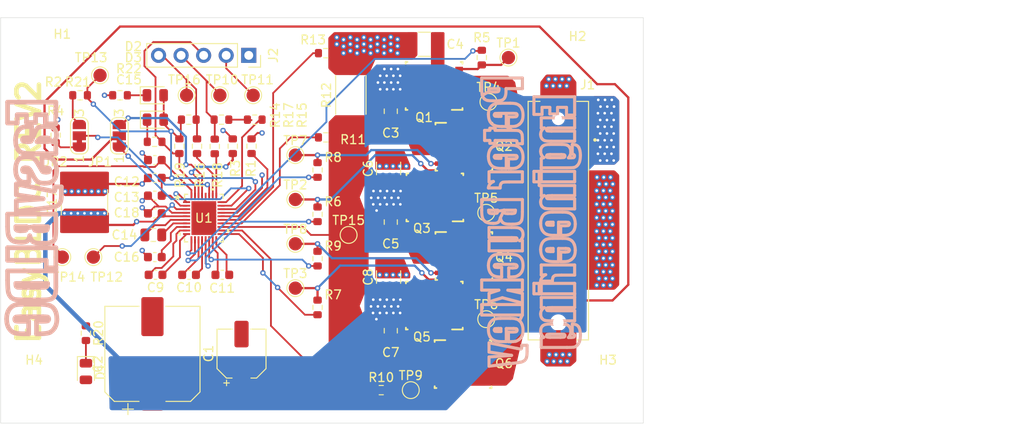
<source format=kicad_pcb>
(kicad_pcb (version 20240108) (generator "pcbnew") (generator_version "8.0")
  (layers (0 "F.Cu" signal) (1 "In1.Cu" signal) (2 "In2.Cu" signal) (31 "B.Cu" signal) (34 "B.Paste" user) (35 "F.Paste" user) (36 "B.SilkS" user "B.Silkscreen") (37 "F.SilkS" user "F.Silkscreen") (38 "B.Mask" user) (39 "F.Mask" user) (44 "Edge.Cuts" user))
  (net 0 "")
  (net 1 "MOT_A")
  (net 2 "GH_A")
  (net 3 "PVDD")
  (net 4 "GL_A")
  (net 5 "GH_B")
  (net 6 "MOT_B")
  (net 7 "GL_B")
  (net 8 "GH_C")
  (net 9 "MOT_C")
  (net 10 "GL_C")
  (net 11 "GND")
  (net 12 "MCX_SDA")
  (net 13 "LSS")
  (net 14 "BSTA")
  (net 15 "Net-(U1A-SHA)")
  (net 16 "Net-(U1A-SHB)")
  (net 17 "BSTB")
  (net 18 "BSTC")
  (net 19 "Net-(U1A-SHC)")
  (net 20 "AVDD")
  (net 21 "Net-(U1B-CPH)")
  (net 22 "Net-(U1B-CPL)")
  (net 23 "Net-(U1B-DVDD)")
  (net 24 "Net-(U1B-GVDD)")
  (net 25 "Net-(D1-K)")
  (net 26 "Net-(D2-K)")
  (net 27 "Net-(D3-K)")
  (net 28 "DACOUT{slash}SOX{slash}SPEED_ANA")
  (net 29 "SPEED{slash}WAKE")
  (net 30 "INPUT")
  (net 31 "DIR")
  (net 32 "Net-(JP2-B)")
  (net 33 "Net-(JP2-A)")
  (net 34 "Net-(Q1-G)")
  (net 35 "Net-(Q2-G)")
  (net 36 "Net-(Q3-G)")
  (net 37 "Net-(Q4-G)")
  (net 38 "Net-(Q5-G)")
  (net 39 "Net-(Q6-G)")
  (net 40 "DRVOFF")
  (net 41 "BRAKE")
  (net 42 "SP")
  (net 43 "SN")
  (net 44 "MCX_SCL")
  (net 45 "FGOUT")
  (net 46 "Net-(U1A-SCL)")
  (net 47 "Net-(U1A-SDA)")
  (net 48 "nFAULT")
  (net 49 "GCTRL")
  (footprint "Resistor_SMD:R_0603_1608Metric" (layer "F.Cu") (at 44.433518 42.994085 90)
    (property "Reference" "R19")
    (property "Value" "5.1k")
  )
  (footprint "Resistor_SMD:R_0603_1608Metric" (layer "F.Cu") (at 60.925 42 180)
    (property "Reference" "R11")
    (property "Value" "0")
  )
  (footprint "EasyBLDC:DNK0008A" (layer "F.Cu") (at 73.152 60.96 180)
    (property "Reference" "Q5")
    (property "Value" "CSD17573Q5B")
  )
  (footprint "Capacitor_SMD:CP_Elec_5x5.3" (layer "F.Cu") (at 51.435 66.38 90)
    (property "Reference" "C1")
    (property "Value" "10u")
  )
  (footprint "Resistor_SMD:R_0603_1608Metric" (layer "F.Cu") (at 48.4211 43.018885 -90)
    (property "Reference" "R18")
    (property "Value" "0")
  )
  (footprint "Resistor_SMD:R_0603_1608Metric" (layer "F.Cu") (at 67.175 70.5)
    (property "Reference" "R10")
    (property "Value" "10")
  )
  (footprint "TestPoint:TestPoint_Pad_D1.5mm" (layer "F.Cu") (at 81.5 33)
    (property "Reference" "TP1")
    (property "Value" "TestPoint")
  )
  (footprint "EasyBLDC:DNK0008A" (layer "F.Cu") (at 76.479999 43.053)
    (property "Reference" "Q2")
    (property "Value" "CSD17573Q5B")
  )
  (footprint "Capacitor_SMD:C_0603_1608Metric" (layer "F.Cu") (at 41.6711 46.571999 180)
    (property "Reference" "C12")
    (property "Value" "10u")
  )
  (footprint "Jumper:SolderJumper-3_P1.3mm_Bridged12_RoundedPad1.0x1.5mm_NumberLabels" (layer "F.Cu") (at 33.1711 41.81807 90)
    (property "Reference" "JP2")
    (property "Value" "SolderJumper_3_Bridged12")
  )
  (footprint "TestPoint:TestPoint_Pad_D1.5mm" (layer "F.Cu") (at 57.5 59)
    (property "Reference" "TP3")
    (property "Value" "TestPoint")
  )
  (footprint "Resistor_SMD:R_0603_1608Metric" (layer "F.Cu") (at 50.448019 42.994761 -90)
    (property "Reference" "R3")
    (property "Value" "10k")
  )
  (footprint "Capacitor_SMD:C_2220_5750Metric" (layer "F.Cu") (at 33.75 49.321999 90)
    (property "Reference" "C17")
    (property "Value" "10u")
  )
  (footprint "Capacitor_SMD:C_0603_1608Metric" (layer "F.Cu") (at 41.6711 48.571999 180)
    (property "Reference" "C13")
    (property "Value" "0.1u")
  )
  (footprint "Capacitor_SMD:C_0603_1608Metric" (layer "F.Cu") (at 45.525 57.5 180)
    (property "Reference" "C10")
    (property "Value" "1u")
  )
  (footprint "Resistor_SMD:R_0603_1608Metric" (layer "F.Cu") (at 60 61.175 90)
    (property "Reference" "R7")
    (property "Value" "10")
  )
  (footprint "TestPoint:TestPoint_Pad_D1.5mm" (layer "F.Cu") (at 79 50.5)
    (property "Reference" "TP5")
    (property "Value" "TestPoint")
  )
  (footprint "Capacitor_SMD:C_0805_2012Metric" (layer "F.Cu") (at 68.25 63.8 -90)
    (property "Reference" "C7")
    (property "Value" "0.01u")
  )
  (footprint "Resistor_SMD:R_0603_1608Metric" (layer "F.Cu") (at 49.175 40)
    (property "Reference" "R17")
    (property "Value" "5.1k")
  )
  (footprint "TestPoint:TestPoint_Pad_D1.5mm" (layer "F.Cu") (at 79.25 38)
    (property "Reference" "TP4")
    (property "Value" "TestPoint")
  )
  (footprint "Resistor_SMD:R_0603_1608Metric" (layer "F.Cu") (at 52.925 40 180)
    (property "Reference" "R15")
    (property "Value" "5.1k")
  )
  (footprint "TestPoint:TestPoint_Pad_D1.5mm" (layer "F.Cu") (at 49 37.25)
    (property "Reference" "TP10")
    (property "Value" "TestPoint")
  )
  (footprint "MountingHole:MountingHole_2.7mm_M2.5_ISO7380" (layer "F.Cu") (at 92.71 70.358)
    (property "Reference" "H3")
    (property "Value" "M2.5")
  )
  (footprint "Capacitor_SMD:C_0603_1608Metric" (layer "F.Cu") (at 41.6711 55.5 180)
    (property "Reference" "C16")
    (property "Value" "10u")
  )
  (footprint "Resistor_SMD:R_0603_1608Metric" (layer "F.Cu") (at 60 55.675 90)
    (property "Reference" "R9")
    (property "Value" "10")
  )
  (footprint "EasyBLDC:DNK0008A" (layer "F.Cu") (at 76.479999 55.372)
    (property "Reference" "Q4")
    (property "Value" "CSD17573Q5B")
  )
  (footprint "Resistor_SMD:R_2512_6332Metric" (layer "F.Cu") (at 63.75 37.2125 -90)
    (property "Reference" "R12")
    (property "Value" "0.001")
  )
  (footprint "EasyBLDC:WQFN36_REE_TEX" (layer "F.Cu") (at 47.1931 51.099999)
    (property "Reference" "U1")
    (property "Value" "MCF8329A1IREER")
  )
  (footprint "Resistor_SMD:R_0603_1608Metric" (layer "F.Cu") (at 52.565916 42.992218 -90)
    (property "Reference" "R1")
    (property "Value" "10k")
  )
  (footprint "LED_SMD:LED_0805_2012Metric" (layer "F.Cu") (at 41.721364 37.25)
    (property "Reference" "D2")
    (property "Value" "GREEN")
  )
  (footprint "Capacitor_SMD:C_0603_1608Metric" (layer "F.Cu") (at 41.674647 44.558445 180)
    (property "Reference" "C15")
    (property "Value" "1u")
  )
  (footprint "TestPoint:TestPoint_Pad_D1.5mm" (layer "F.Cu") (at 79 62.5)
    (property "Reference" "TP6")
    (property "Value" "TestPoint")
  )
  (footprint "Capacitor_SMD:C_0805_2012Metric" (layer "F.Cu") (at 68.25 39.05 -90)
    (property "Reference" "C3")
    (property "Value" "0.01u")
  )
  (footprint "Resistor_SMD:R_0603_1608Metric" (layer "F.Cu") (at 60 50.675 90)
    (property "Reference" "R6")
    (property "Value" "10")
  )
  (footprint "Capacitor_SMD:CP_Elec_10x10.5" (layer "F.Cu") (at 41.402 66.412 90)
    (property "Reference" "C2")
    (property "Value" "220u")
  )
  (footprint "TestPoint:TestPoint_Pad_D1.5mm" (layer "F.Cu") (at 31.25 55.5)
    (property "Reference" "TP14")
    (property "Value" "TestPoint")
  )
  (footprint "Resistor_SMD:R_0603_1608Metric" (layer "F.Cu") (at 33.25 37.25)
    (property "Reference" "R2")
    (property "Value" "10k")
  )
  (footprint "Resistor_SMD:R_0603_1608Metric" (layer "F.Cu") (at 37.75 37.25)
    (property "Reference" "R21")
    (property "Value" "890")
  )
  (footprint "TestPoint:TestPoint_Pad_D1.5mm" (layer "F.Cu") (at 57.5 54)
    (property "Reference" "TP8")
    (property "Value" "TestPoint")
  )
  (footprint "TestPoint:TestPoint_Pad_D1.5mm" (layer "F.Cu") (at 34.75 55.5)
    (property "Reference" "TP12")
    (property "Value" "TestPoint")
  )
  (footprint "Jumper:SolderJumper-3_P1.3mm_Bridged12_RoundedPad1.0x1.5mm_NumberLabels" (layer "F.Cu") (at 37.6711 41.821999 90)
    (property "Reference" "JP1")
    (property "Value" "SolderJumper_3_Bridged12")
  )
  (footprint "MountingHole:MountingHole_2.7mm_M2.5_ISO7380" (layer "F.Cu") (at 92.71 32.385)
    (property "Reference" "H2")
    (property "Value" "M2.5")
  )
  (footprint "Resistor_SMD:R_0603_1608Metric" (layer "F.Cu") (at 46.4211 42.996999 -90)
    (property "Reference" "R16")
    (property "Value" "0")
  )
  (footprint "Capacitor_SMD:C_1210_3225Metric" (layer "F.Cu") (at 68 57.75 90)
    (property "Reference" "C8")
    (property "Value" "4.7u")
  )
  (footprint "EasyBLDC:DNK0008A" (layer "F.Cu") (at 76.39 67.564)
    (property "Reference" "Q6")
    (property "Value" "CSD17573Q5B")
  )
  (footprint "Capacitor_SMD:C_0805_2012Metric" (layer "F.Cu") (at 68.25 51.55 -90)
    (property "Reference" "C5")
    (property "Value" "0.01u")
  )
  (footprint "Resistor_SMD:R_0603_1608Metric" (layer "F.Cu") (at 30.5 41.75 -90)
    (property "Reference" "R4")
    (property "Value" "10k")
  )
  (footprint "TestPoint:TestPoint_Pad_D1.5mm" (layer "F.Cu") (at 57.5 49)
    (property "Reference" "TP2")
    (property "Value" "TestPoint")
  )
  (footprint "Capacitor_SMD:C_0603_1608Metric" (layer "F.Cu") (at 41.75 57.5 180)
    (property "Reference" "C9")
    (property "Value" "1u")
  )
  (footprint "Resistor_SMD:R_0603_1608Metric" (layer "F.Cu") (at 60.925 32.5 180)
    (property "Reference" "R13")
    (property "Value" "0")
  )
  (footprint "MountingHole:MountingHole_2.7mm_M2.5_ISO7380" (layer "F.Cu") (at 28.067 32.385)
    (property "Reference" "H1")
    (property "Value" "M2.5")
  )
  (footprint "Resistor_SMD:R_0603_1608Metric" (layer "F.Cu") (at 60 45.675 90)
    (property "Reference" "R8")
    (property "Value" "10")
  )
  (footprint "EasyBLDC:DNK0008A" (layer "F.Cu") (at 73.126001 36.195 180)
    (property "Reference" "Q1")
    (property "Value" "CSD17573Q5B")
  )
  (footprint "Resistor_SMD:R_0603_1608Metric" (layer "F.Cu") (at 78.5 33 -90)
    (property "Reference" "R5")
    (property "Value" "10")
  )
  (footprint "EasyBLDC:AMPHENOL_10159560-A00221RLF" (layer "F.Cu") (at 87.122 51.388 -90)
    (property "Reference" "J1")
    (property "Value" "10159560-A00221RLF")
  )
  (footprint "Resistor_SMD:R_0603_1608Metric" (layer "F.Cu") (at 45.5 40 180)
    (property "Reference" "R14")
    (property "Value" "5.1k")
  )
  (footprint "Capacitor_SMD:C_0603_1608Metric" (layer "F.Cu") (at 49.275 57.5 180)
    (property "Reference" "C11")
    (property "Value" "1u")
  )
  (footprint "TestPoint:TestPoint_Pad_D1.5mm" (layer "F.Cu") (at 63.5 53)
    (property "Reference" "TP15")
    (property "Value" "TestPoint")
  )
  (footprint "TestPoint:TestPoint_Pad_D1.5mm" (layer "F.Cu") (at 57.5 44)
    (property "Reference" "TP7")
    (property "Value" "TestPoint")
  )
  (footprint "Connector_PinSocket_2.54mm:PinSocket_1x05_P2.54mm_Vertical" (layer "F.Cu") (at 52.25 32.75 -90)
    (property "Reference" "J2")
    (property "Value" "Conn_01x05_Pin")
  )
  (footprint "TestPoint:TestPoint_Pad_D1.5mm" (layer "F.Cu") (at 52.75 37.25)
    (property "Reference" "TP11")
    (property "Value" "TestPoint")
  )
  (footprint "Resistor_SMD:R_0603_1608Metric" (layer "F.Cu") (at 33.909 64.0795 -90)
    (property "Reference" "R20")
    (property "Value" "2k")
  )
  (footprint "Capacitor_SMD:C_0805_2012Metric" (layer "F.Cu") (at 41.5 53 180)
    (property "Reference" "C14")
    (property "Value" "470n")
  )
  (footprint "LED_SMD:LED_0805_2012Metric" (layer "F.Cu") (at 41.7336 40)
    (property "Reference" "D3")
    (property "Value" "RED")
  )
  (footprint "Resistor_SMD:R_0603_1608Metric" (layer "F.Cu") (at 41.648447 42.5 180)
    (property "Reference" "R22")
    (property "Value" "890")
  )
  (footprint "TestPoint:TestPoint_Pad_D1.5mm" (layer "F.Cu") (at 45.25 37.25)
    (property "Reference" "TP16")
    (property "Value" "TestPoint")
  )
  (footprint "TestPoint:TestPoint_Pad_D1.5mm" (layer "F.Cu") (at 70.5 70.5)
    (property "Reference" "TP9")
    (property "Value" "TestPoint")
  )
  (footprint "Capacitor_SMD:C_1210_3225Metric" (layer "F.Cu") (at 72.025 31.5 180)
    (property "Reference" "C4")
    (property "Value" "4.7u")
  )
  (footprint "MountingHole:MountingHole_2.7mm_M2.5_ISO7380" (layer "F.Cu") (at 28.067 70.358)
    (property "Reference" "H4")
    (property "Value" "M2.5")
  )
  (footprint "Capacitor_SMD:C_1210_3225Metric" (layer "F.Cu") (at 68 45.5 90)
    (property "Reference" "C6")
    (property "Value" "4.7u")
  )
  (footprint "LED_SMD:LED_0805_2012Metric" (layer "F.Cu") (at 33.909 68.4045 -90)
    (property "Reference" "D1")
    (property "Value" "GREEN")
  )
  (footprint "EasyBLDC:DNK0008A" (layer "F.Cu") (at 73.216 48.768 180)
    (property "Reference" "Q3")
    (property "Value" "CSD17573Q5B")
  )
  (footprint "Capacitor_SMD:C_0603_1608Metric" (layer "F.Cu") (at 41.6711 50.571999 180)
    (property "Reference" "C18")
    (property "Value" "100n")
  )
  (footprint "TestPoint:TestPoint_Pad_D1.5mm" (layer "F.Cu") (at 35.5 35)
    (property "Reference" "TP13")
    (property "Value" "TestPoint")
  )
  (gr_curve (pts (xy 85.3126 55.4486) (xy 85.4344 55.6574) (xy 85.5959 55.8044) (xy 85.7969 55.8885)) (stroke (width 0.35)) (layer "B.SilkS"))
  (gr_curve (pts (xy 85.3649 42.9853) (xy 85.2082 43.1148) (xy 85.13 43.3121) (xy 85.13 43.5759)) (stroke (width 0.35)) (layer "B.SilkS"))
  (gr_curve (pts (xy 25.988 42.3077) (xy 25.988 42.7657) (xy 26.0692 43.1114) (xy 26.2318 43.3438)) (stroke (width 0.53)) (layer "B.SilkS"))
  (gr_line (start 31.1468 47.5811) (end 30.4324 47.5811) (stroke (width 0.53)) (layer "B.SilkS"))
  (gr_line (start 79.269 36.5008) (end 80.4377 36.5008) (stroke (width 0.35)) (layer "B.SilkS"))
  (gr_curve (pts (xy 26.7779 42.2539) (xy 26.7779 42.1612) (xy 26.8077 42.1039) (xy 26.8672 42.0822)) (stroke (width 0.53)) (layer "B.SilkS"))
  (gr_line (start 29.5302 40.777) (end 29.1639 40.777) (stroke (width 0.53)) (layer "B.SilkS"))
  (gr_curve (pts (xy 86.259 54.8716) (xy 86.0637 54.8716) (xy 85.939 54.8609) (xy 85.882 54.8396)) (stroke (width 0.35)) (layer "B.SilkS"))
  (gr_line (start 84.9675 59.6392) (end 84.9675 58.4618) (stroke (width 0.35)) (layer "B.SilkS"))
  (gr_curve (pts (xy 85.7969 55.8885) (xy 85.997 55.9726) (xy 86.2803 56.0141) (xy 86.6447 56.0141)) (stroke (width 0.35)) (layer "B.SilkS"))
  (gr_line (start 83.0738 42.7137) (end 83.0738 42.2506) (stroke (width 0.35)) (layer "B.SilkS"))
  (gr_curve (pts (xy 25.8987 62.4943) (xy 25.8987 62.3798) (xy 25.9399 62.3066) (xy 26.0223 62.2756)) (stroke (width 0.53)) (layer "B.SilkS"))
  (gr_line (start 79.3154 54.7962) (end 83.0738 54.7962) (stroke (width 0.35)) (layer "B.SilkS"))
  (gr_curve (pts (xy 29.7913 60.9441) (xy 29.5257 60.8571) (xy 29.1272 60.8136) (xy 28.5949 60.8136)) (stroke (width 0.53)) (layer "B.SilkS"))
  (gr_curve (pts (xy 82.9163 67.3427) (xy 83.0729 67.3079) (xy 83.2024 67.2499) (xy 83.3039 67.1687)) (stroke (width 0.35)) (layer "B.SilkS"))
  (gr_line (start 29.0276 62.737) (end 28.3441 62.737) (stroke (width 0.53)) (layer "B.SilkS"))
  (gr_curve (pts (xy 80.5943 51.0745) (xy 80.6571 51.351) (xy 80.7606 51.5385) (xy 80.9046 51.6371)) (stroke (width 0.35)) (layer "B.SilkS"))
  (gr_curve (pts (xy 86.1352 42.7919) (xy 85.7786 42.7919) (xy 85.5214 42.8567) (xy 85.3649 42.9853)) (stroke (width 0.35)) (layer "B.SilkS"))
  (gr_line (start 84.3701 39.4077) (end 85.2865 39.4077) (stroke (width 0.35)) (layer "B.SilkS"))
  (gr_curve (pts (xy 79.791 51.698) (xy 80.0587 51.698) (xy 80.2453 51.6565) (xy 80.3507 51.5724)) (stroke (width 0.35)) (layer "B.SilkS"))
  (gr_curve (pts (xy 82.403 39.3274) (xy 82.4522 39.3525) (xy 82.4764 39.3999) (xy 82.4764 39.4705)) (stroke (width 0.35)) (layer "B.SilkS"))
  (gr_curve (pts (xy 28.1529 52.4492) (xy 28.1037 52.4011) (xy 28.0762 52.274) (xy 28.0694 52.0679)) (stroke (width 0.53)) (layer "B.SilkS"))
  (gr_line (start 78.486 60.8524) (end 78.486 62.0298) (stroke (width 0.35)) (layer "B.SilkS"))
  (gr_line (start 26.1734 40.382) (end 26.1734 39.4409) (stroke (width 0.53)) (layer "B.SilkS"))
  (gr_curve (pts (xy 79.4284 44.9418) (xy 79.5503 45.1506) (xy 79.7117 45.2976) (xy 79.9128 45.3817)) (stroke (width 0.35)) (layer "B.SilkS"))
  (gr_line (start 80.024 36.8778) (end 79.646 36.8778) (stroke (width 0.35)) (layer "B.SilkS"))
  (gr_line (start 87.36 44.2884) (end 86.1962 44.2884) (stroke (width 0.35)) (layer "B.SilkS"))
  (gr_line (start 88.958 47.0115) (end 88.958 45.834) (stroke (width 0.35)) (layer "B.SilkS"))
  (gr_line (start 88.958 57.529) (end 88.958 56.3863) (stroke (width 0.35)) (layer "B.SilkS"))
  (gr_curve (pts (xy 28.8044 42.1005) (xy 28.912 42.065) (xy 29.0654 42.0478) (xy 29.2669 42.0478)) (stroke (width 0.53)) (layer "B.SilkS"))
  (gr_curve (pts (xy 30.6041 45.763) (xy 30.6041 45.4195) (xy 30.5503 45.1241) (xy 30.4438 44.8803)) (stroke (width 0.53)) (layer "B.SilkS"))
  (gr_curve (pts (xy 86.4524 58.2076) (xy 86.4524 57.9977) (xy 86.4804 57.8431) (xy 86.5374 57.7445)) (stroke (width 0.35)) (layer "B.SilkS"))
  (gr_curve (pts (xy 80.6117 42.8799) (xy 80.283 42.8799) (xy 80.024 42.9244) (xy 79.8336 43.0133)) (stroke (width 0.35)) (layer "B.SilkS"))
  (gr_curve (pts (xy 26.5169 44.3445) (xy 26.3475 44.4384) (xy 26.2169 44.5975) (xy 26.1253 44.8219)) (stroke (width 0.53)) (layer "B.SilkS"))
  (gr_line (start 28.2411 39.4409) (end 29.4364 39.4409) (stroke (width 0.53)) (layer "B.SilkS"))
  (gr_curve (pts (xy 26.8283 43.7629) (xy 27.0642 43.8098) (xy 27.5507 43.8338) (xy 28.2869 43.8338)) (stroke (width 0.53)) (layer "B.SilkS"))
  (gr_curve (pts (xy 26.8672 42.0822) (xy 26.9256 42.0593) (xy 27.0802 42.0478) (xy 27.3286 42.0478)) (stroke (width 0.53)) (layer "B.SilkS"))
  (gr_line (start 83.0738 53.6333) (end 82.7606 53.6536) (stroke (width 0.35)) (layer "B.SilkS"))
  (gr_line (start 86.1623 39.3555) (end 87.0324 39.3555) (stroke (width 0.35)) (layer "B.SilkS"))
  (gr_line (start 31.1468 48.402) (end 31.1468 47.5811) (stroke (width 0.53)) (layer "B.SilkS"))
  (gr_curve (pts (xy 80.3507 51.5724) (xy 80.457 51.4883) (xy 80.5372 51.322) (xy 80.5943 51.0745)) (stroke (width 0.35)) (layer "B.SilkS"))
  (gr_curve (pts (xy 88.9222 51.1276) (xy 88.8526 50.9429) (xy 88.7569 50.7989) (xy 88.6351 50.6954)) (stroke (width 0.35)) (layer "B.SilkS"))
  (gr_curve (pts (xy 25.988 45.6038) (xy 25.988 45.8992) (xy 26.0257 46.15) (xy 26.1002 46.356)) (stroke (width 0.53)) (layer "B.SilkS"))
  (gr_curve (pts (xy 87.7709 64.5113) (xy 87.711 64.5345) (xy 87.5737 64.546) (xy 87.36 64.546)) (stroke (width 0.35)) (layer "B.SilkS"))
  (gr_line (start 85.1995 65.6886) (end 88.0947 65.6886) (stroke (width 0.35)) (layer "B.SilkS"))
  (gr_line (start 85.1995 47.0115) (end 88.958 47.0115) (stroke (width 0.35)) (layer "B.SilkS"))
  (gr_curve (pts (xy 82.4764 63.7292) (xy 82.4764 63.8172) (xy 82.4435 63.8761) (xy 82.3788 63.9052)) (stroke (width 0.35)) (layer "B.SilkS"))
  (gr_curve (pts (xy 81.7804 40.7755) (xy 82.0134 40.7755) (xy 82.1922 40.761) (xy 82.3169 40.732)) (stroke (width 0.35)) (layer "B.SilkS"))
  (gr_line (start 78.8166 42.3483) (end 79.4082 42.3483) (stroke (width 0.35)) (layer "B.SilkS"))
  (gr_line (start 81.9989 63.9496) (end 81.502 63.9496) (stroke (width 0.35)) (layer "B.SilkS"))
  (gr_curve (pts (xy 82.6223 41.2367) (xy 82.5219 41.2163) (xy 82.285 41.2057) (xy 81.9119 41.2057)) (stroke (width 0.35)) (layer "B.SilkS"))
  (gr_line (start 29.0803 48.9241) (end 26.0704 49.1427) (stroke (width 0.53)) (layer "B.SilkS"))
  (gr_curve (pts (xy 25.2197 63.4915) (xy 25.38 63.7617) (xy 25.5804 63.9392) (xy 25.8208 64.025)) (stroke (width 0.53)) (layer "B.SilkS"))
  (gr_curve (pts (xy 85.2691 62.3952) (xy 85.361 62.52) (xy 85.4779 62.6002) (xy 85.6191 62.6359)) (stroke (width 0.35)) (layer "B.SilkS"))
  (gr_line (start 83.0738 50.3901) (end 83.0738 49.0126) (stroke (width 0.35)) (layer "B.SilkS"))
  (gr_curve (pts (xy 79.9128 63.7292) (xy 79.9128 63.648) (xy 79.937 63.5978) (xy 79.9853 63.5784)) (stroke (width 0.35)) (layer "B.SilkS"))
  (gr_line (start 30.5217 43.8338) (end 30.5217 42.5149) (stroke (width 0.53)) (layer "B.SilkS"))
  (gr_curve (pts (xy 79.3975 43.4493) (xy 79.2961 43.6523) (xy 79.2458 43.8843) (xy 79.2458 44.1473)) (stroke (width 0.35)) (layer "B.SilkS"))
  (gr_curve (pts (xy 29.7077 45.4848) (xy 29.7787 45.5157) (xy 29.8142 45.5752) (xy 29.8142 45.6634)) (stroke (width 0.53)) (layer "B.SilkS"))
  (gr_line (start 83.6016 66.1402) (end 83.6016 65.447) (stroke (width 0.35)) (layer "B.SilkS"))
  (gr_line (start 88.958 62.6901) (end 88.958 61.5474) (stroke (width 0.35)) (layer "B.SilkS"))
  (gr_curve (pts (xy 83.0371 40.1162) (xy 83.1077 39.9509) (xy 83.1434 39.744) (xy 83.1434 39.4946)) (stroke (width 0.35)) (layer "B.SilkS"))
  (gr_curve (pts (xy 80.3594 36.815) (xy 80.3062 36.8566) (xy 80.1941 36.8778) (xy 80.024 36.8778)) (stroke (width 0.35)) (layer "B.SilkS"))
  (gr_curve (pts (xy 79.8336 62.5402) (xy 79.6441 62.6291) (xy 79.4981 62.7742) (xy 79.3975 62.9762)) (stroke (width 0.35)) (layer "B.SilkS"))
  (gr_line (start 30.5217 52.2843) (end 30.5217 50.6528) (stroke (width 0.53)) (layer "B.SilkS"))
  (gr_curve (pts (xy 85.882 61.5213) (xy 85.8249 61.5049) (xy 85.7969 61.4575) (xy 85.7969 61.3792)) (stroke (width 0.35)) (layer "B.SilkS"))
  (gr_line (start 81.8568 66.581) (end 79.3154 66.7656) (stroke (width 0.35)) (layer "B.SilkS"))
  (gr_curve (pts (xy 89.507 65.0119) (xy 89.5737 64.8157) (xy 89.6076 64.5693) (xy 89.6076 64.2725)) (stroke (width 0.35)) (layer "B.SilkS"))
  (gr_curve (pts (xy 80.5952 55.1761) (xy 80.2753 55.1761) (xy 80.0346 55.208) (xy 79.8722 55.2728)) (stroke (width 0.35)) (layer "B.SilkS"))
  (gr_curve (pts (xy 28.4827 40.935) (xy 28.3613 41.0403) (xy 28.2205 41.3014) (xy 28.0602 41.7181)) (stroke (width 0.53)) (layer "B.SilkS"))
  (gr_line (start 80.0056 40.9621) (end 79.4082 40.9621) (stroke (width 0.35)) (layer "B.SilkS"))
  (gr_line (start 81.2584 39.2907) (end 82.0733 39.2907) (stroke (width 0.35)) (layer "B.SilkS"))
  (gr_line (start 27.2107 39.4409) (end 27.2107 40.3202) (stroke (width 0.53)) (layer "B.SilkS"))
  (gr_curve (pts (xy 81.0737 50.5293) (xy 81.0322 50.4887) (xy 81.009 50.3814) (xy 81.0032 50.2074)) (stroke (width 0.35)) (layer "B.SilkS"))
  (gr_curve (pts (xy 30.4553 46.5598) (xy 30.5549 46.3389) (xy 30.6041 46.0744) (xy 30.6041 45.763)) (stroke (width 0.53)) (layer "B.SilkS"))
  (gr_line (start 81.502 39.6908) (end 81.502 40.7755) (stroke (width 0.35)) (layer "B.SilkS"))
  (gr_line (start 80.8147 60.081) (end 83.0738 60.6784) (stroke (width 0.35)) (layer "B.SilkS"))
  (gr_line (start 85.1995 47.4233) (end 85.1995 48.5833) (stroke (width 0.35)) (layer "B.SilkS"))
  (gr_line (start 81.7089 38.1481) (end 80.6117 38.1481) (stroke (width 0.35)) (layer "B.SilkS"))
  (gr_line (start 26.1734 39.4409) (end 27.2107 39.4409) (stroke (width 0.53)) (layer "B.SilkS"))
  (gr_curve (pts (xy 26.7779 45.6611) (xy 26.7779 45.5855) (xy 26.8031 45.5283) (xy 26.8535 45.4905)) (stroke (width 0.53)) (layer "B.SilkS"))
  (gr_line (start 83.0738 60.8524) (end 78.486 60.8524) (stroke (width 0.35)) (layer "B.SilkS"))
  (gr_line (start 80.7606 40.7755) (end 81.2584 40.7755) (stroke (width 0.35)) (layer "B.SilkS"))
  (gr_curve (pts (xy 26.0647 58.7838) (xy 26.0315 58.7288) (xy 26.0154 58.6258) (xy 26.0154 58.4735)) (stroke (width 0.53)) (layer "B.SilkS"))
  (gr_curve (pts (xy 30.3729 63.5064) (xy 30.5503 63.2339) (xy 30.6385 62.8996) (xy 30.6385 62.5012)) (stroke (width 0.53)) (layer "B.SilkS"))
  (gr_curve (pts (xy 82.7509 62.6804) (xy 82.6292 62.5769) (xy 82.4948 62.5064) (xy 82.3478 62.4668)) (stroke (width 0.35)) (layer "B.SilkS"))
  (gr_line (start 87.0324 38.613) (end 88.0416 38.613) (stroke (width 0.35)) (layer "B.SilkS"))
  (gr_curve (pts (xy 87.6645 56.0141) (xy 87.8976 56.0141) (xy 88.0764 55.9996) (xy 88.2011 55.9706)) (stroke (width 0.35)) (layer "B.SilkS"))
  (gr_line (start 87.3861 54.9295) (end 87.3861 56.0141) (stroke (width 0.35)) (layer "B.SilkS"))
  (gr_line (start 85.1995 57.5231) (end 85.6945 57.4825) (stroke (width 0.35)) (layer "B.SilkS"))
  (gr_curve (pts (xy 85.7969 52.9236) (xy 85.997 53.0077) (xy 86.2803 53.0493) (xy 86.6447 53.0493)) (stroke (width 0.35)) (layer "B.SilkS"))
  (gr_line (start 81.502 40.7755) (end 81.7804 40.7755) (stroke (width 0.35)) (layer "B.SilkS"))
  (gr_line (start 79.3154 60.545) (end 80.8147 60.081) (stroke (width 0.35)) (layer "B.SilkS"))
  (gr_curve (pts (xy 80.2009 50.5429) (xy 80.1428 50.5748) (xy 79.9775 50.5902) (xy 79.7059 50.5902)) (stroke (width 0.35)) (layer "B.SilkS"))
  (gr_curve (pts (xy 25.0881 52.0588) (xy 25.0881 52.503) (xy 25.1224 52.8396) (xy 25.1923 53.0685)) (stroke (width 0.53)) (layer "B.SilkS"))
  (gr_curve (pts (xy 83.3039 67.1687) (xy 83.4063 67.0884) (xy 83.4808 66.9754) (xy 83.5291 66.8313)) (stroke (width 0.35)) (layer "B.SilkS"))
  (gr_curve (pts (xy 25.4911 60.0466) (xy 25.6342 60.1714) (xy 25.7933 60.2504) (xy 25.9685 60.2813)) (stroke (width 0.53)) (layer "B.SilkS"))
  (gr_curve (pts (xy 29.8851 60.2595) (xy 30.05 60.2137) (xy 30.1794 60.1336) (xy 30.2721 60.0203)) (stroke (width 0.53)) (layer "B.SilkS"))
  (gr_curve (pts (xy 30.6041 41.7261) (xy 30.6041 41.4891) (xy 30.5377 41.2716) (xy 30.4049 41.0735)) (stroke (width 0.53)) (layer "B.SilkS"))
  (gr_line (start 84.9675 47.4233) (end 84.9675 45.834) (stroke (width 0.35)) (layer "B.SilkS"))
  (gr_curve (pts (xy 85.7969 44.1221) (xy 85.7969 44.0535) (xy 85.824 44.0051) (xy 85.8772 43.9771)) (stroke (width 0.35)) (layer "B.SilkS"))
  (gr_line (start 85.2865 38.613) (end 86.1623 38.613) (stroke (width 0.35)) (layer "B.SilkS"))
  (gr_curve (pts (xy 79.9128 39.4705) (xy 79.9128 39.3892) (xy 79.937 39.339) (xy 79.9853 39.3197)) (stroke (width 0.35)) (layer "B.SilkS"))
  (gr_curve (pts (xy 83.0738 42.2506) (xy 83.0738 41.9897) (xy 83.0632 41.8031) (xy 83.041 41.6909)) (stroke (width 0.35)) (layer "B.SilkS"))
  (gr_line (start 80.6494 39.2907) (end 80.6494 39.6329) (stroke (width 0.35)) (layer "B.SilkS"))
  (gr_line (start 85.1995 45.4309) (end 88.0947 45.4309) (stroke (width 0.35)) (layer "B.SilkS"))
  (gr_curve (pts (xy 29.5943 52.0679) (xy 29.5875 52.2625) (xy 29.5566 52.3873) (xy 29.5005 52.4411)) (stroke (width 0.53)) (layer "B.SilkS"))
  (gr_line (start 29.3207 42.4806) (end 28.4048 42.4806) (stroke (width 0.53)) (layer "B.SilkS"))
  (gr_line (start 81.9989 39.6908) (end 81.502 39.6908) (stroke (width 0.35)) (layer "B.SilkS"))
  (gr_curve (pts (xy 85.13 43.5759) (xy 85.13 43.72) (xy 85.1599 43.8514) (xy 85.2189 43.9703)) (stroke (width 0.35)) (layer "B.SilkS"))
  (gr_curve (pts (xy 88.259 64.5634) (xy 88.348 64.4648) (xy 88.4147 64.3605) (xy 88.4601 64.2521)) (stroke (width 0.35)) (layer "B.SilkS"))
  (gr_line (start 81.4372 59.2255) (end 83.0738 59.2226) (stroke (width 0.35)) (layer "B.SilkS"))
  (gr_curve (pts (xy 83.0371 44.8481) (xy 83.1077 44.6828) (xy 83.1434 44.4759) (xy 83.1434 44.2265)) (stroke (width 0.35)) (layer "B.SilkS"))
  (gr_curve (pts (xy 88.6012 52.7999) (xy 88.7433 52.6926) (xy 88.8497 52.5553) (xy 88.9212 52.39)) (stroke (width 0.35)) (layer "B.SilkS"))
  (gr_curve (pts (xy 86.4959 53.3867) (xy 86.1672 53.3867) (xy 85.9081 53.4312) (xy 85.7177 53.5201)) (stroke (width 0.35)) (layer "B.SilkS"))
  (gr_curve (pts (xy 27.2966 53.6845) (xy 27.4225 53.5849) (xy 27.5175 53.388) (xy 27.5851 53.0949)) (stroke (width 0.53)) (layer "B.SilkS"))
  (gr_curve (pts (xy 85.6191 50.0081) (xy 85.7593 50.0439) (xy 85.9941 50.0623) (xy 86.3228 50.0623)) (stroke (width 0.35)) (layer "B.SilkS"))
  (gr_curve (pts (xy 27.221 52.2064) (xy 27.221 52.3415) (xy 27.1867 52.4286) (xy 27.1191 52.4652)) (stroke (width 0.53)) (layer "B.SilkS"))
  (gr_line (start 78.8166 41.2057) (end 78.8166 42.3483) (stroke (width 0.35)) (layer "B.SilkS"))
  (gr_line (start 79.4082 42.6673) (end 80.0056 42.6673) (stroke (width 0.35)) (layer "B.SilkS"))
  (gr_curve (pts (xy 81.7804 65.0342) (xy 82.0134 65.0342) (xy 82.1922 65.0197) (xy 82.3169 64.9908)) (stroke (width 0.35)) (layer "B.SilkS"))
  (gr_line (start 27.4923 47.0682) (end 27.4923 45.8729) (stroke (width 0.53)) (layer "B.SilkS"))
  (gr_curve (pts (xy 27.0081 60.8136) (xy 26.6165 60.8136) (xy 26.3234 60.8274) (xy 26.1276 60.8537)) (stroke (width 0.53)) (layer "B.SilkS"))
  (gr_line (start 81.502 45.5074) (end 81.7804 45.5074) (stroke (width 0.35)) (layer "B.SilkS"))
  (gr_curve (pts (xy 27.2508 45.8729) (xy 27.0447 45.8729) (xy 26.9153 45.8614) (xy 26.8604 45.8374)) (stroke (width 0.53)) (layer "B.SilkS"))
  (gr_curve (pts (xy 27.5897 45.6325) (xy 27.6664 45.7264) (xy 27.7774 45.921) (xy 27.9228 46.2152)) (stroke (width 0.53)) (layer "B.SilkS"))
  (gr_line (start 80.6494 39.6329) (end 80.3749 39.6329) (stroke (width 0.35)) (layer "B.SilkS"))
  (gr_curve (pts (xy 26.6978 40.8961) (xy 26.5112 40.9751) (xy 26.3463 41.1354) (xy 26.2032 41.3746)) (stroke (width 0.53)) (layer "B.SilkS"))
  (gr_curve (pts (xy 80.3749 63.8917) (xy 80.1796 63.8917) (xy 80.0549 63.881) (xy 79.9979 63.8598)) (stroke (width 0.35)) (layer "B.SilkS"))
  (gr_line (start 87.36 64.546) (end 86.1962 64.546) (stroke (width 0.35)) (layer "B.SilkS"))
  (gr_line (start 79.3154 59.5851) (end 79.3154 60.545) (stroke (width 0.35)) (layer "B.SilkS"))
  (gr_curve (pts (xy 85.7969 48.7515) (xy 85.7969 48.6693) (xy 85.8298 48.6181) (xy 85.8946 48.5968)) (stroke (width 0.35)) (layer "B.SilkS"))
  (gr_curve (pts (xy 80.2869 50.3243) (xy 80.2869 50.4384) (xy 80.2579 50.512) (xy 80.2009 50.5429)) (stroke (width 0.35)) (layer "B.SilkS"))
  (gr_curve (pts (xy 85.8946 48.5968) (xy 85.9603 48.5765) (xy 86.1343 48.5659) (xy 86.4175 48.5659)) (stroke (width 0.35)) (layer "B.SilkS"))
  (gr_curve (pts (xy 30.4003 47.9864) (xy 30.3797 48.0471) (xy 30.3316 48.078) (xy 30.2584 48.078)) (stroke (width 0.53)) (layer "B.SilkS"))
  (gr_curve (pts (xy 30.2584 48.078) (xy 30.2217 48.078) (xy 30.0672 48.0494) (xy 29.7924 47.9933)) (stroke (width 0.53)) (layer "B.SilkS"))
  (gr_line (start 30.5217 58.8387) (end 30.5217 57.0584) (stroke (width 0.53)) (layer "B.SilkS"))
  (gr_curve (pts (xy 85.882 54.8396) (xy 85.8249 54.8184) (xy 85.7969 54.7749) (xy 85.7969 54.7091)) (stroke (width 0.35)) (layer "B.SilkS"))
  (gr_line (start 79.3154 53.6536) (end 79.3154 54.7962) (stroke (width 0.35)) (layer "B.SilkS"))
  (gr_curve (pts (xy 88.6351 53.6603) (xy 88.5133 53.5568) (xy 88.3789 53.4862) (xy 88.232 53.4466)) (stroke (width 0.35)) (layer "B.SilkS"))
  (gr_curve (pts (xy 85.5485 40.936) (xy 85.4093 41.0191) (xy 85.3049 41.1207) (xy 85.2343 41.2405)) (stroke (width 0.35)) (layer "B.SilkS"))
  (gr_curve (pts (xy 80.4406 36.5879) (xy 80.4406 36.6971) (xy 80.4135 36.7725) (xy 80.3594 36.815)) (stroke (width 0.35)) (layer "B.SilkS"))
  (gr_curve (pts (xy 89.507 44.7543) (xy 89.5737 44.5581) (xy 89.6076 44.3116) (xy 89.6076 44.0148)) (stroke (width 0.35)) (layer "B.SilkS"))
  (gr_curve (pts (xy 82.9917 51.3413) (xy 83.0467 51.1867) (xy 83.0738 50.8696) (xy 83.0738 50.3901)) (stroke (width 0.35)) (layer "B.SilkS"))
  (gr_curve (pts (xy 80.4377 36.5008) (xy 80.4396 36.5347) (xy 80.4406 36.5636) (xy 80.4406 36.5879)) (stroke (width 0.35)) (layer "B.SilkS"))
  (gr_curve (pts (xy 27.3801 45.4619) (xy 27.4443 45.4802) (xy 27.5141 45.5374) (xy 27.5897 45.6325)) (stroke (width 0.53)) (layer "B.SilkS"))
  (gr_line (start 88.958 60.051) (end 85.1995 60.051) (stroke (width 0.35)) (layer "B.SilkS"))
  (gr_curve (pts (xy 88.2011 55.9706) (xy 88.3257 55.9407) (xy 88.4591 55.872) (xy 88.6012 55.7647)) (stroke (width 0.35)) (layer "B.SilkS"))
  (gr_curve (pts (xy 28.4048 42.4806) (xy 28.5639 42.2619) (xy 28.6968 42.1348) (xy 28.8044 42.1005)) (stroke (width 0.53)) (layer "B.SilkS"))
  (gr_curve (pts (xy 88.8642 44.2623) (xy 88.813 44.2913) (xy 88.7057 44.3058) (xy 88.5432 44.3058)) (stroke (width 0.35)) (layer "B.SilkS"))
  (gr_curve (pts (xy 26.0006 62.6924) (xy 25.933 62.6626) (xy 25.8987 62.5962) (xy 25.8987 62.4943)) (stroke (width 0.53)) (layer "B.SilkS"))
  (gr_curve (pts (xy 27.4958 40.777) (xy 27.1512 40.777) (xy 26.8856 40.8171) (xy 26.6978 40.8961)) (stroke (width 0.53)) (layer "B.SilkS"))
  (gr_curve (pts (xy 29.2669 42.0478) (xy 29.4982 42.0478) (xy 29.6459 42.0627) (xy 29.7134 42.0936)) (stroke (width 0.53)) (layer "B.SilkS"))
  (gr_line (start 87.1425 56.0141) (end 87.1425 54.5293) (stroke (width 0.35)) (layer "B.SilkS"))
  (gr_curve (pts (xy 30.4324 47.5811) (xy 30.4324 47.7918) (xy 30.4221 47.9269) (xy 30.4003 47.9864)) (stroke (width 0.53)) (layer "B.SilkS"))
  (gr_curve (pts (xy 87.6645 53.0493) (xy 87.8976 53.0493) (xy 88.0764 53.0348) (xy 88.2011 53.0058)) (stroke (width 0.35)) (layer "B.SilkS"))
  (gr_curve (pts (xy 29.1639 40.777) (xy 28.8307 40.777) (xy 28.604 40.8297) (xy 28.4827 40.935)) (stroke (width 0.53)) (layer "B.SilkS"))
  (gr_line (start 86.259 51.5645) (end 86.5335 51.5645) (stroke (width 0.35)) (layer "B.SilkS"))
  (gr_curve (pts (xy 82.4986 52.1823) (xy 82.3904 52.1697) (xy 82.1748 52.163) (xy 81.851 52.163)) (stroke (width 0.35)) (layer "B.SilkS"))
  (gr_curve (pts (xy 30.4839 42.1944) (xy 30.5641 42.0639) (xy 30.6041 41.9081) (xy 30.6041 41.7261)) (stroke (width 0.53)) (layer "B.SilkS"))
  (gr_line (start 78.486 35.306) (end 78.486 36.5076) (stroke (width 0.35)) (layer "B.SilkS"))
  (gr_curve (pts (xy 86.3547 48.9197) (xy 86.0966 48.9197) (xy 85.9381 48.911) (xy 85.882 48.8936)) (stroke (width 0.35)) (layer "B.SilkS"))
  (gr_curve (pts (xy 79.9128 45.3817) (xy 80.1129 45.4658) (xy 80.3961 45.5074) (xy 80.7606 45.5074)) (stroke (width 0.35)) (layer "B.SilkS"))
  (gr_line (start 88.958 40.936) (end 88.958 39.7933) (stroke (width 0.35)) (layer "B.SilkS"))
  (gr_curve (pts (xy 88.259 44.3058) (xy 88.348 44.2072) (xy 88.4147 44.1028) (xy 88.4601 43.9945)) (stroke (width 0.35)) (layer "B.SilkS"))
  (gr_line (start 79.3154 52.163) (end 79.3154 53.3056) (stroke (width 0.35)) (layer "B.SilkS"))
  (gr_curve (pts (xy 87.8618 44.1009) (xy 87.8618 44.1791) (xy 87.8318 44.2304) (xy 87.7709 44.2536)) (stroke (width 0.35)) (layer "B.SilkS"))
  (gr_line (start 27.7946 40.777) (end 27.4958 40.777) (stroke (width 0.53)) (layer "B.SilkS"))
  (gr_line (start 80.0056 41.2057) (end 80.0056 40.9621) (stroke (width 0.35)) (layer "B.SilkS"))
  (gr_line (start 84.3701 45.834) (end 84.3701 47.0115) (stroke (width 0.35)) (layer "B.SilkS"))
  (gr_curve (pts (xy 83.0371 64.375) (xy 83.1077 64.2097) (xy 83.1434 64.0028) (xy 83.1434 63.7534)) (stroke (width 0.35)) (layer "B.SilkS"))
  (gr_line (start 81.0032 50.2074) (end 80.5943 51.0745) (stroke (width 0.35)) (layer "B.SilkS"))
  (gr_curve (pts (xy 29.5005 52.4411) (xy 29.4444 52.495) (xy 29.3058 52.5213) (xy 29.086 52.5213)) (stroke (width 0.53)) (layer "B.SilkS"))
  (gr_curve (pts (xy 89.6076 64.2725) (xy 89.6076 63.907) (xy 89.5457 63.6141) (xy 89.4219 63.3927)) (stroke (width 0.35)) (layer "B.SilkS"))
  (gr_curve (pts (xy 82.7509 38.4216) (xy 82.6292 38.3182) (xy 82.4948 38.2476) (xy 82.3478 38.208)) (stroke (width 0.35)) (layer "B.SilkS"))
  (gr_curve (pts (xy 89.2151 65.4702) (xy 89.3427 65.36) (xy 89.4403 65.2072) (xy 89.507 65.0119)) (stroke (width 0.35)) (layer "B.SilkS"))
  (gr_curve (pts (xy 26.8604 45.8374) (xy 26.8054 45.8145) (xy 26.7779 45.755) (xy 26.7779 45.6611)) (stroke (width 0.53)) (layer "B.SilkS"))
  (gr_curve (pts (xy 85.2343 41.2405) (xy 85.1647 41.3604) (xy 85.13 41.4986) (xy 85.13 41.6561)) (stroke (width 0.35)) (layer "B.SilkS"))
  (gr_curve (pts (xy 29.7535 64.033) (xy 29.9893 63.954) (xy 30.1954 63.7777) (xy 30.3729 63.5064)) (stroke (width 0.53)) (layer "B.SilkS"))
  (gr_line (start 79.3154 67.8009) (end 82.0347 67.4732) (stroke (width 0.35)) (layer "B.SilkS"))
  (gr_line (start 27.458 64.1521) (end 27.458 62.737) (stroke (width 0.53)) (layer "B.SilkS"))
  (gr_line (start 81.589 47.0222) (end 83.0738 47.0222) (stroke (width 0.35)) (layer "B.SilkS"))
  (gr_curve (pts (xy 79.9128 44.2023) (xy 79.9128 44.1211) (xy 79.937 44.0709) (xy 79.9853 44.0515)) (stroke (width 0.35)) (layer "B.SilkS"))
  (gr_line (start 25.0881 38.0258) (end 25.0881 40.382) (stroke (width 0.53)) (layer "B.SilkS"))
  (gr_line (start 29.4364 55.8609) (end 29.4364 56.7127) (stroke (width 0.53)) (layer "B.SilkS"))
  (gr_line (start 30.5217 50.6528) (end 25.0881 50.6528) (stroke (width 0.53)) (layer "B.SilkS"))
  (gr_curve (pts (xy 79.8722 55.2728) (xy 79.7098 55.3366) (xy 79.5648 55.4738) (xy 79.4371 55.6846)) (stroke (width 0.35)) (layer "B.SilkS"))
  (gr_line (start 85.1995 59.6392) (end 84.9675 59.6392) (stroke (width 0.35)) (layer "B.SilkS"))
  (gr_line (start 81.502 65.0342) (end 81.7804 65.0342) (stroke (width 0.35)) (layer "B.SilkS"))
  (gr_curve (pts (xy 85.7969 41.1216) (xy 85.7969 41.0394) (xy 85.8298 40.9882) (xy 85.8946 40.9669)) (stroke (width 0.35)) (layer "B.SilkS"))
  (gr_line (start 84.3701 47.0115) (end 85.1995 47.0115) (stroke (width 0.35)) (layer "B.SilkS"))
  (gr_line (start 81.2584 40.7755) (end 81.2584 39.2907) (stroke (width 0.35)) (layer "B.SilkS"))
  (gr_line (start 87.0324 39.3555) (end 87.0324 38.613) (stroke (width 0.35)) (layer "B.SilkS"))
  (gr_curve (pts (xy 30.1244 42.5149) (xy 30.2847 42.4325) (xy 30.4038 42.3249) (xy 30.4839 42.1944)) (stroke (width 0.53)) (layer "B.SilkS"))
  (gr_curve (pts (xy 82.6852 51.6787) (xy 82.8341 51.6082) (xy 82.9365 51.4959) (xy 82.9917 51.3413)) (stroke (width 0.35)) (layer "B.SilkS"))
  (gr_curve (pts (xy 30.0283 47.0304) (xy 30.2126 46.9365) (xy 30.3557 46.7796) (xy 30.4553 46.5598)) (stroke (width 0.53)) (layer "B.SilkS"))
  (gr_curve (pts (xy 27.9228 46.2152) (xy 28.1152 46.6079) (xy 28.296 46.8644) (xy 28.4666 46.9869)) (stroke (width 0.53)) (layer "B.SilkS"))
  (gr_line (start 86.1962 43.9346) (end 87.4596 43.9346) (stroke (width 0.35)) (layer "B.SilkS"))
  (gr_line (start 88.958 41.2898) (end 86.3547 41.2898) (stroke (width 0.35)) (layer "B.SilkS"))
  (gr_curve (pts (xy 81.531 57.7455) (xy 81.8307 57.7436) (xy 82.0559 57.7329) (xy 82.2057 57.7127)) (stroke (width 0.35)) (layer "B.SilkS"))
  (gr_line (start 28.5949 60.8136) (end 27.0081 60.8136) (stroke (width 0.53)) (layer "B.SilkS"))
  (gr_curve (pts (xy 88.2629 51.9202) (xy 88.1972 51.9502) (xy 88.0706 51.9646) (xy 87.883 51.9646)) (stroke (width 0.35)) (layer "B.SilkS"))
  (gr_curve (pts (xy 86.1962 44.2884) (xy 86.0241 44.2884) (xy 85.9149 44.2777) (xy 85.8675 44.2575)) (stroke (width 0.35)) (layer "B.SilkS"))
  (gr_line (start 79.4082 42.3483) (end 79.4082 42.6673) (stroke (width 0.35)) (layer "B.SilkS"))
  (gr_curve (pts (xy 26.7402 47.0327) (xy 26.8455 47.0567) (xy 27.0103 47.0682) (xy 27.2336 47.0682)) (stroke (width 0.53)) (layer "B.SilkS"))
  (gr_line (start 30.5217 56.7127) (end 30.5217 54.4458) (stroke (width 0.53)) (layer "B.SilkS"))
  (gr_curve (pts (xy 87.7864 43.9664) (xy 87.8366 43.9877) (xy 87.8618 44.0331) (xy 87.8618 44.1009)) (stroke (width 0.35)) (layer "B.SilkS"))
  (gr_line (start 82.4706 42.7137) (end 83.0738 42.7137) (stroke (width 0.35)) (layer "B.SilkS"))
  (gr_curve (pts (xy 87.7864 64.2241) (xy 87.8366 64.2454) (xy 87.8618 64.2908) (xy 87.8618 64.3585)) (stroke (width 0.35)) (layer "B.SilkS"))
  (gr_curve (pts (xy 82.7509 43.1535) (xy 82.6292 43.0501) (xy 82.4948 42.9795) (xy 82.3478 42.9399)) (stroke (width 0.35)) (layer "B.SilkS"))
  (gr_curve (pts (xy 88.9222 54.0924) (xy 88.8526 53.9077) (xy 88.7569 53.7637) (xy 88.6351 53.6603)) (stroke (width 0.35)) (layer "B.SilkS"))
  (gr_line (start 80.3004 56.3188) (end 82.0743 56.3188) (stroke (width 0.35)) (layer "B.SilkS"))
  (gr_curve (pts (xy 85.2691 49.7675) (xy 85.361 49.8922) (xy 85.4779 49.9724) (xy 85.6191 50.0081)) (stroke (width 0.35)) (layer "B.SilkS"))
  (gr_curve (pts (xy 83.1434 56.4647) (xy 83.1434 56.1418) (xy 83.0883 55.8847) (xy 82.9771 55.6952)) (stroke (width 0.35)) (layer "B.SilkS"))
  (gr_curve (pts (xy 83.038 63.1125) (xy 82.9684 62.9279) (xy 82.8728 62.7838) (xy 82.7509 62.6804)) (stroke (width 0.35)) (layer "B.SilkS"))
  (gr_curve (pts (xy 88.9212 52.39) (xy 88.9918 52.2247) (xy 89.0275 52.0178) (xy 89.0275 51.7684)) (stroke (width 0.35)) (layer "B.SilkS"))
  (gr_line (start 86.3228 42.4324) (end 88.958 42.4324) (stroke (width 0.35)) (layer "B.SilkS"))
  (gr_line (start 27.458 62.737) (end 26.5146 62.737) (stroke (width 0.53)) (layer "B.SilkS"))
  (gr_curve (pts (xy 79.3975 62.9762) (xy 79.2961 63.1792) (xy 79.2458 63.4112) (xy 79.2458 63.6742)) (stroke (width 0.35)) (layer "B.SilkS"))
  (gr_line (start 85.1995 48.5833) (end 85.5485 48.5659) (stroke (width 0.35)) (layer "B.SilkS"))
  (gr_curve (pts (xy 88.8526 65.6616) (xy 88.9667 65.6442) (xy 89.0875 65.5794) (xy 89.2151 65.4702)) (stroke (width 0.35)) (layer "B.SilkS"))
  (gr_curve (pts (xy 78.574 51.0522) (xy 78.632 51.2456) (xy 78.7509 51.4012) (xy 78.9287 51.5202)) (stroke (width 0.35)) (layer "B.SilkS"))
  (gr_curve (pts (xy 26.3978 46.8323) (xy 26.5203 46.9422) (xy 26.6348 47.0098) (xy 26.7402 47.0327)) (stroke (width 0.53)) (layer "B.SilkS"))
  (gr_curve (pts (xy 78.7828 37.6502) (xy 78.8795 37.7382) (xy 78.9964 37.7972) (xy 79.1327 37.8291)) (stroke (width 0.35)) (layer "B.SilkS"))
  (gr_curve (pts (xy 25.9685 60.2813) (xy 26.1448 60.3122) (xy 26.4894 60.3282) (xy 27.0046 60.3282)) (stroke (width 0.53)) (layer "B.SilkS"))
  (gr_line (start 79.3154 65.1687) (end 79.3154 66.2058) (stroke (width 0.35)) (layer "B.SilkS"))
  (gr_curve (pts (xy 83.041 41.6909) (xy 83.0197 41.5798) (xy 82.9695 41.4812) (xy 82.8911 41.3962)) (stroke (width 0.35)) (layer "B.SilkS"))
  (gr_line (start 86.3228 50.0623) (end 88.958 50.0623) (stroke (width 0.35)) (layer "B.SilkS"))
  (gr_curve (pts (xy 80.6533 47.2378) (xy 80.7103 47.1391) (xy 80.7886 47.0792) (xy 80.8901 47.056)) (stroke (width 0.35)) (layer "B.SilkS"))
  (gr_line (start 79.3154 66.7656) (end 79.3154 67.8009) (stroke (width 0.35)) (layer "B.SilkS"))
  (gr_line (start 79.2458 47.7008) (end 80.5682 47.7008) (stroke (width 0.35)) (layer "B.SilkS"))
  (gr_curve (pts (xy 79.9853 44.0515) (xy 80.0336 44.0322) (xy 80.1632 44.0226) (xy 80.3749 44.0226)) (stroke (width 0.35)) (layer "B.SilkS"))
  (gr_line (start 88.958 39.7933) (end 85.1995 39.7933) (stroke (width 0.35)) (layer "B.SilkS"))
  (gr_curve (pts (xy 88.0773 42.8664) (xy 87.942 42.8171) (xy 87.7496 42.7919) (xy 87.5002 42.7919)) (stroke (width 0.35)) (layer "B.SilkS"))
  (gr_curve (pts (xy 85.6191 62.6359) (xy 85.7593 62.6717) (xy 85.9941 62.6901) (xy 86.3228 62.6901)) (stroke (width 0.35)) (layer "B.SilkS"))
  (gr_curve (pts (xy 79.2458 63.6742) (xy 79.2458 63.9951) (xy 79.3067 64.26) (xy 79.4284 64.4687)) (stroke (width 0.35)) (layer "B.SilkS"))
  (gr_line (start 84.9675 58.4618) (end 84.3701 58.4618) (stroke (width 0.35)) (layer "B.SilkS"))
  (gr_curve (pts (xy 26.6337 53.8333) (xy 26.9508 53.8333) (xy 27.1718 53.7841) (xy 27.2966 53.6845)) (stroke (width 0.53)) (layer "B.SilkS"))
  (gr_curve (pts (xy 24.9782 62.4611) (xy 24.9782 62.8767) (xy 25.0583 63.2202) (xy 25.2197 63.4915)) (stroke (width 0.53)) (layer "B.SilkS"))
  (gr_line (start 80.6494 44.3648) (end 80.3749 44.3648) (stroke (width 0.35)) (layer "B.SilkS"))
  (gr_line (start 79.4082 40.9621) (end 79.4082 41.2057) (stroke (width 0.35)) (layer "B.SilkS"))
  (gr_curve (pts (xy 85.13 51.6892) (xy 85.13 52.0102) (xy 85.1908 52.275) (xy 85.3126 52.4837)) (stroke (width 0.35)) (layer "B.SilkS"))
  (gr_curve (pts (xy 86.1352 63.0496) (xy 85.7786 63.0496) (xy 85.5214 63.1144) (xy 85.3649 63.243)) (stroke (width 0.35)) (layer "B.SilkS"))
  (gr_curve (pts (xy 79.2458 44.1473) (xy 79.2458 44.4682) (xy 79.3067 44.7331) (xy 79.4284 44.9418)) (stroke (width 0.35)) (layer "B.SilkS"))
  (gr_line (start 87.3861 56.0141) (end 87.6645 56.0141) (stroke (width 0.35)) (layer "B.SilkS"))
  (gr_curve (pts (xy 82.7171 45.2579) (xy 82.8592 45.1506) (xy 82.9656 45.0134) (xy 83.0371 44.8481)) (stroke (width 0.35)) (layer "B.SilkS"))
  (gr_line (start 88.958 61.5474) (end 86.3547 61.5474) (stroke (width 0.35)) (layer "B.SilkS"))
  (gr_curve (pts (xy 79.9853 63.5784) (xy 80.0336 63.5591) (xy 80.1632 63.5495) (xy 80.3749 63.5495)) (stroke (width 0.35)) (layer "B.SilkS"))
  (gr_curve (pts (xy 85.2343 48.8704) (xy 85.1647 48.9903) (xy 85.13 49.1285) (xy 85.13 49.286)) (stroke (width 0.35)) (layer "B.SilkS"))
  (gr_line (start 81.502 63.9496) (end 81.502 65.0342) (stroke (width 0.35)) (layer "B.SilkS"))
  (gr_curve (pts (xy 82.372 56.6832) (xy 82.3024 56.7112) (xy 82.171 56.7247) (xy 81.9767 56.7247)) (stroke (width 0.35)) (layer "B.SilkS"))
  (gr_curve (pts (xy 81.7804 45.5074) (xy 82.0134 45.5074) (xy 82.1922 45.4928) (xy 82.3169 45.4639)) (stroke (width 0.35)) (layer "B.SilkS"))
  (gr_line (start 27.3286 42.0478) (end 27.7946 42.0478) (stroke (width 0.53)) (layer "B.SilkS"))
  (gr_line (start 27.2336 47.0682) (end 27.4923 47.0682) (stroke (width 0.53)) (layer "B.SilkS"))
  (gr_curve (pts (xy 29.8142 45.6634) (xy 29.8142 45.7596) (xy 29.7901 45.826) (xy 29.742 45.8637)) (stroke (width 0.53)) (layer "B.SilkS"))
  (gr_curve (pts (xy 82.3169 64.9908) (xy 82.4416 64.9608) (xy 82.575 64.8921) (xy 82.7171 64.7848)) (stroke (width 0.35)) (layer "B.SilkS"))
  (gr_curve (pts (xy 86.4959 50.4219) (xy 86.1672 50.4219) (xy 85.9081 50.4664) (xy 85.7177 50.5553)) (stroke (width 0.35)) (layer "B.SilkS"))
  (gr_curve (pts (xy 82.403 44.0593) (xy 82.4522 44.0844) (xy 82.4764 44.1318) (xy 82.4764 44.2023)) (stroke (width 0.35)) (layer "B.SilkS"))
  (gr_curve (pts (xy 82.3913 53.6294) (xy 82.3353 53.6459) (xy 82.1526 53.6536) (xy 81.8452 53.6536)) (stroke (width 0.35)) (layer "B.SilkS"))
  (gr_curve (pts (xy 88.9406 64.3431) (xy 88.9406 64.432) (xy 88.9154 64.4909) (xy 88.8642 64.5199)) (stroke (width 0.35)) (layer "B.SilkS"))
  (gr_line (start 88.5432 44.3058) (end 88.259 44.3058) (stroke (width 0.35)) (layer "B.SilkS"))
  (gr_curve (pts (xy 85.8675 44.2575) (xy 85.8201 44.2371) (xy 85.7969 44.1917) (xy 85.7969 44.1221)) (stroke (width 0.35)) (layer "B.SilkS"))
  (gr_curve (pts (xy 26.2032 41.3746) (xy 26.0601 41.6139) (xy 25.988 41.9242) (xy 25.988 42.3077)) (stroke (width 0.53)) (layer "B.SilkS"))
  (gr_line (start 30.5217 38.0258) (end 25.0881 38.0258) (stroke (width 0.53)) (layer "B.SilkS"))
  (gr_line (start 30.5217 57.0584) (end 25.0881 57.0584) (stroke (width 0.53)) (layer "B.SilkS"))
  (gr_line (start 81.7089 62.4068) (end 80.6117 62.4068) (stroke (width 0.35)) (layer "B.SilkS"))
  (gr_curve (pts (xy 88.2871 54.5661) (xy 88.3364 54.5911) (xy 88.3606 54.6385) (xy 88.3606 54.7091)) (stroke (width 0.35)) (layer "B.SilkS"))
  (gr_curve (pts (xy 85.8694 54.5583) (xy 85.9177 54.539) (xy 86.0473 54.5293) (xy 86.259 54.5293)) (stroke (width 0.35)) (layer "B.SilkS"))
  (gr_line (start 84.9675 45.834) (end 84.3701 45.834) (stroke (width 0.35)) (layer "B.SilkS"))
  (gr_curve (pts (xy 30.4667 59.5966) (xy 30.5034 59.4295) (xy 30.5217 59.1765) (xy 30.5217 58.8387)) (stroke (width 0.53)) (layer "B.SilkS"))
  (gr_curve (pts (xy 29.2074 47.1712) (xy 29.5703 47.1712) (xy 29.8439 47.1243) (xy 30.0283 47.0304)) (stroke (width 0.53)) (layer "B.SilkS"))
  (gr_curve (pts (xy 79.4362 57.2177) (xy 79.5629 57.4294) (xy 79.7224 57.5706) (xy 79.9157 57.6402)) (stroke (width 0.35)) (layer "B.SilkS"))
  (gr_curve (pts (xy 88.0947 65.6886) (xy 88.4853 65.6886) (xy 88.7385 65.6799) (xy 88.8526 65.6616)) (stroke (width 0.35)) (layer "B.SilkS"))
  (gr_line (start 88.958 58.4618) (end 85.1995 58.4618) (stroke (width 0.35)) (layer "B.SilkS"))
  (gr_line (start 26.0704 50.3689) (end 29.291 49.9808) (stroke (width 0.53)) (layer "B.SilkS"))
  (gr_curve (pts (xy 26.2169 58.8903) (xy 26.1471 58.8742) (xy 26.0967 58.8399) (xy 26.0647 58.7838)) (stroke (width 0.53)) (layer "B.SilkS"))
  (gr_line (start 87.1425 53.0493) (end 87.1425 51.5645) (stroke (width 0.35)) (layer "B.SilkS"))
  (gr_curve (pts (xy 85.8772 64.2347) (xy 85.9313 64.2067) (xy 86.0376 64.1923) (xy 86.1962 64.1923)) (stroke (width 0.35)) (layer "B.SilkS"))
  (gr_curve (pts (xy 88.4601 43.9945) (xy 88.5056 43.8853) (xy 88.5288 43.7712) (xy 88.5288 43.6513)) (stroke (width 0.35)) (layer "B.SilkS"))
  (gr_line (start 26.5593 62.2287) (end 29.0803 62.2287) (stroke (width 0.53)) (layer "B.SilkS"))
  (gr_line (start 85.1995 60.051) (end 85.1995 61.2111) (stroke (width 0.35)) (layer "B.SilkS"))
  (gr_curve (pts (xy 25.0881 58.1152) (xy 25.0881 58.7964) (xy 25.119 59.2578) (xy 25.182 59.4982)) (stroke (width 0.53)) (layer "B.SilkS"))
  (gr_line (start 80.7606 45.5074) (end 81.2584 45.5074) (stroke (width 0.35)) (layer "B.SilkS"))
  (gr_curve (pts (xy 79.4284 40.2099) (xy 79.5503 40.4188) (xy 79.7117 40.5658) (xy 79.9128 40.6498)) (stroke (width 0.35)) (layer "B.SilkS"))
  (gr_line (start 27.0046 60.3282) (end 28.9074 60.3282) (stroke (width 0.53)) (layer "B.SilkS"))
  (gr_curve (pts (xy 29.8142 42.2745) (xy 29.8142 42.3604) (xy 29.7878 42.4153) (xy 29.7352 42.4417)) (stroke (width 0.53)) (layer "B.SilkS"))
  (gr_curve (pts (xy 25.5621 61.0941) (xy 25.3812 61.2269) (xy 25.2381 61.4113) (xy 25.1339 61.6471)) (stroke (width 0.53)) (layer "B.SilkS"))
  (gr_line (start 81.502 44.4227) (end 81.502 45.5074) (stroke (width 0.35)) (layer "B.SilkS"))
  (gr_line (start 78.486 59.2226) (end 80.4155 59.2255) (stroke (width 0.35)) (layer "B.SilkS"))
  (gr_curve (pts (xy 27.5851 53.0949) (xy 27.6595 53.4223) (xy 27.782 53.6444) (xy 27.9526 53.7612)) (stroke (width 0.53)) (layer "B.SilkS"))
  (gr_curve (pts (xy 26.5146 62.737) (xy 26.2398 62.737) (xy 26.0692 62.7221) (xy 26.0006 62.6924)) (stroke (width 0.53)) (layer "B.SilkS"))
  (gr_curve (pts (xy 27.9526 53.7612) (xy 28.1243 53.878) (xy 28.3865 53.9364) (xy 28.7414 53.9364)) (stroke (width 0.53)) (layer "B.SilkS"))
  (gr_curve (pts (xy 88.5288 63.909) (xy 88.5288 63.7021) (xy 88.4872 63.532) (xy 88.4041 63.3986)) (stroke (width 0.35)) (layer "B.SilkS"))
  (gr_line (start 85.1995 58.4618) (end 85.1995 59.6392) (stroke (width 0.35)) (layer "B.SilkS"))
  (gr_line (start 83.0738 59.5851) (end 81.4372 59.2255) (stroke (width 0.35)) (layer "B.SilkS"))
  (gr_curve (pts (xy 25.8208 64.025) (xy 26.0612 64.1097) (xy 26.4345 64.1521) (xy 26.9416 64.1521)) (stroke (width 0.53)) (layer "B.SilkS"))
  (gr_line (start 81.2236 36.5008) (end 83.0738 36.5008) (stroke (width 0.35)) (layer "B.SilkS"))
  (gr_line (start 26.0704 49.1427) (end 26.0704 50.3689) (stroke (width 0.53)) (layer "B.SilkS"))
  (gr_curve (pts (xy 83.5291 66.8313) (xy 83.5775 66.6873) (xy 83.6016 66.4563) (xy 83.6016 66.1402)) (stroke (width 0.35)) (layer "B.SilkS"))
  (gr_curve (pts (xy 88.6911 43.8997) (xy 88.8574 43.8997) (xy 88.9406 43.9616) (xy 88.9406 44.0854)) (stroke (width 0.35)) (layer "B.SilkS"))
  (gr_curve (pts (xy 80.6117 62.4068) (xy 80.283 62.4068) (xy 80.024 62.4513) (xy 79.8336 62.5402)) (stroke (width 0.35)) (layer "B.SilkS"))
  (gr_curve (pts (xy 85.3126 52.4837) (xy 85.4344 52.6926) (xy 85.5959 52.8396) (xy 85.7969 52.9236)) (stroke (width 0.35)) (layer "B.SilkS"))
  (gr_curve (pts (xy 82.2116 50.5225) (xy 82.1642 50.568) (xy 82.0472 50.5902) (xy 81.8616 50.5902)) (stroke (width 0.35)) (layer "B.SilkS"))
  (gr_line (start 84.3701 37.4182) (end 84.3701 39.4077) (stroke (width 0.35)) (layer "B.SilkS"))
  (gr_curve (pts (xy 80.3749 39.6329) (xy 80.1796 39.6329) (xy 80.0549 39.6223) (xy 79.9979 39.601)) (stroke (width 0.35)) (layer "B.SilkS"))
  (gr_line (start 85.1995 45.4309) (end 85.1995 47.0115) (stroke (width 0.35)) (layer "B.SilkS"))
  (gr_line (start 25.0881 54.4458) (end 25.0881 55.8609) (stroke (width 0.53)) (layer "B.SilkS"))
  (gr_curve (pts (xy 82.7171 64.7848) (xy 82.8592 64.6775) (xy 82.9656 64.5403) (xy 83.0371 64.375)) (stroke (width 0.35)) (layer "B.SilkS"))
  (gr_curve (pts (xy 89.2151 45.2125) (xy 89.3427 45.1023) (xy 89.4403 44.9496) (xy 89.507 44.7543)) (stroke (width 0.35)) (layer "B.SilkS"))
  (gr_line (start 29.8142 42.2745) (end 30.1244 42.5149) (stroke (width 0.53)) (layer "B.SilkS"))
  (gr_curve (pts (xy 88.9212 55.3549) (xy 88.9918 55.1895) (xy 89.0275 54.9827) (xy 89.0275 54.7332)) (stroke (width 0.35)) (layer "B.SilkS"))
  (gr_curve (pts (xy 87.9574 54.5293) (xy 88.1276 54.5293) (xy 88.2378 54.5418) (xy 88.2871 54.5661)) (stroke (width 0.35)) (layer "B.SilkS"))
  (gr_line (start 86.1962 64.1923) (end 87.4596 64.1923) (stroke (width 0.35)) (layer "B.SilkS"))
  (gr_line (start 78.5623 37.2568) (end 79.3395 36.8044) (stroke (width 0.35)) (layer "B.SilkS"))
  (gr_curve (pts (xy 87.9574 51.5645) (xy 88.1276 51.5645) (xy 88.2378 51.577) (xy 88.2871 51.6012)) (stroke (width 0.35)) (layer "B.SilkS"))
  (gr_curve (pts (xy 79.9853 39.3197) (xy 80.0336 39.3003) (xy 80.1632 39.2907) (xy 80.3749 39.2907)) (stroke (width 0.35)) (layer "B.SilkS"))
  (gr_curve (pts (xy 79.2458 39.4154) (xy 79.2458 39.7364) (xy 79.3067 40.0012) (xy 79.4284 40.2099)) (stroke (width 0.35)) (layer "B.SilkS"))
  (gr_curve (pts (xy 88.2011 53.0058) (xy 88.3257 52.9758) (xy 88.4591 52.9072) (xy 88.6012 52.7999)) (stroke (width 0.35)) (layer "B.SilkS"))
  (gr_curve (pts (xy 87.8618 64.3585) (xy 87.8618 64.4368) (xy 87.8318 64.488) (xy 87.7709 64.5113)) (stroke (width 0.35)) (layer "B.SilkS"))
  (gr_curve (pts (xy 87.7709 44.2536) (xy 87.711 44.2768) (xy 87.5737 44.2884) (xy 87.36 44.2884)) (stroke (width 0.35)) (layer "B.SilkS"))
  (gr_line (start 81.5706 51.7851) (end 81.996 51.7851) (stroke (width 0.35)) (layer "B.SilkS"))
  (gr_line (start 87.593 50.4219) (end 86.4959 50.4219) (stroke (width 0.35)) (layer "B.SilkS"))
  (gr_line (start 85.1995 59.6392) (end 88.958 59.6392) (stroke (width 0.35)) (layer "B.SilkS"))
  (gr_curve (pts (xy 79.3395 36.8044) (xy 79.2922 36.7561) (xy 79.269 36.6546) (xy 79.269 36.5008)) (stroke (width 0.35)) (layer "B.SilkS"))
  (gr_curve (pts (xy 79.9128 64.9086) (xy 80.1129 64.9927) (xy 80.3961 65.0342) (xy 80.7606 65.0342)) (stroke (width 0.35)) (layer "B.SilkS"))
  (gr_line (start 28.2869 43.8338) (end 30.5217 43.8338) (stroke (width 0.53)) (layer "B.SilkS"))
  (gr_curve (pts (xy 29.7352 42.4417) (xy 29.6825 42.468) (xy 29.5451 42.4806) (xy 29.3207 42.4806)) (stroke (width 0.53)) (layer "B.SilkS"))
  (gr_curve (pts (xy 26.8833 42.4279) (xy 26.8134 42.3936) (xy 26.7779 42.3352) (xy 26.7779 42.2539)) (stroke (width 0.53)) (layer "B.SilkS"))
  (gr_curve (pts (xy 78.486 50.1997) (xy 78.486 50.5748) (xy 78.515 50.859) (xy 78.574 51.0522)) (stroke (width 0.35)) (layer "B.SilkS"))
  (gr_curve (pts (xy 80.8901 47.056) (xy 80.9907 47.0338) (xy 81.2236 47.0222) (xy 81.589 47.0222)) (stroke (width 0.35)) (layer "B.SilkS"))
  (gr_curve (pts (xy 30.4244 53.4109) (xy 30.4896 53.2277) (xy 30.5217 52.8522) (xy 30.5217 52.2843)) (stroke (width 0.53)) (layer "B.SilkS"))
  (gr_line (start 88.958 59.6392) (end 88.958 58.4618) (stroke (width 0.35)) (layer "B.SilkS"))
  (gr_curve (pts (xy 29.0803 62.2287) (xy 29.3448 62.2287) (xy 29.5165 62.2447) (xy 29.5978 62.2756)) (stroke (width 0.53)) (layer "B.SilkS"))
  (gr_curve (pts (xy 79.8103 46.9758) (xy 79.4546 47.143) (xy 79.267 47.3847) (xy 79.2458 47.7008)) (stroke (width 0.35)) (layer "B.SilkS"))
  (gr_curve (pts (xy 85.6191 42.3782) (xy 85.7593 42.414) (xy 85.9941 42.4324) (xy 86.3228 42.4324)) (stroke (width 0.35)) (layer "B.SilkS"))
  (gr_curve (pts (xy 80.6117 38.1481) (xy 80.283 38.1481) (xy 80.024 38.1926) (xy 79.8336 38.2815)) (stroke (width 0.35)) (layer "B.SilkS"))
  (gr_line (start 83.0738 54.7962) (end 83.0738 53.6333) (stroke (width 0.35)) (layer "B.SilkS"))
  (gr_curve (pts (xy 27.2244 52.0679) (xy 27.2221 52.1275) (xy 27.221 52.1732) (xy 27.221 52.2064)) (stroke (width 0.53)) (layer "B.SilkS"))
  (gr_curve (pts (xy 29.4718 58.8433) (xy 29.3894 58.8903) (xy 29.1673 58.9132) (xy 28.8044 58.9132)) (stroke (width 0.53)) (layer "B.SilkS"))
  (gr_curve (pts (xy 80.3749 44.3648) (xy 80.1796 44.3648) (xy 80.0549 44.3542) (xy 79.9979 44.3329)) (stroke (width 0.35)) (layer "B.SilkS"))
  (gr_curve (pts (xy 82.4764 39.4705) (xy 82.4764 39.5585) (xy 82.4435 39.6174) (xy 82.3788 39.6464)) (stroke (width 0.35)) (layer "B.SilkS"))
  (gr_curve (pts (xy 85.2189 64.228) (xy 85.2778 64.3469) (xy 85.3658 64.4532) (xy 85.4837 64.546)) (stroke (width 0.35)) (layer "B.SilkS"))
  (gr_curve (pts (xy 79.4034 50.5516) (xy 79.3463 50.5255) (xy 79.3096 50.4916) (xy 79.2941 50.4501)) (stroke (width 0.35)) (layer "B.SilkS"))
  (gr_line (start 80.3749 63.5495) (end 80.6494 63.5495) (stroke (width 0.35)) (layer "B.SilkS"))
  (gr_curve (pts (xy 83.1434 63.7534) (xy 83.1434 63.5117) (xy 83.1086 63.2981) (xy 83.038 63.1125)) (stroke (width 0.35)) (layer "B.SilkS"))
  (gr_line (start 27.221 52.2064) (end 28.0694 52.0679) (stroke (width 0.53)) (layer "B.SilkS"))
  (gr_curve (pts (xy 88.232 50.4818) (xy 88.086 50.4422) (xy 87.8733 50.4219) (xy 87.593 50.4219)) (stroke (width 0.35)) (layer "B.SilkS"))
  (gr_curve (pts (xy 28.5777 52.5213) (xy 28.3441 52.5213) (xy 28.2033 52.4972) (xy 28.1529 52.4492)) (stroke (width 0.53)) (layer "B.SilkS"))
  (gr_line (start 88.958 42.4324) (end 88.958 41.2898) (stroke (width 0.35)) (layer "B.SilkS"))
  (gr_line (start 80.7606 65.0342) (end 81.2584 65.0342) (stroke (width 0.35)) (layer "B.SilkS"))
  (gr_curve (pts (xy 82.2908 50.2074) (xy 82.285 50.3717) (xy 82.2589 50.4771) (xy 82.2116 50.5225)) (stroke (width 0.35)) (layer "B.SilkS"))
  (gr_curve (pts (xy 81.8732 53.3056) (xy 82.1661 53.3056) (xy 82.3392 53.3143) (xy 82.3942 53.3326)) (stroke (width 0.35)) (layer "B.SilkS"))
  (gr_line (start 88.5432 64.5634) (end 88.259 64.5634) (stroke (width 0.35)) (layer "B.SilkS"))
  (gr_curve (pts (xy 82.3478 42.9399) (xy 82.2019 42.9003) (xy 81.9892 42.8799) (xy 81.7089 42.8799)) (stroke (width 0.35)) (layer "B.SilkS"))
  (gr_line (start 78.486 49.0126) (end 78.486 50.1997) (stroke (width 0.35)) (layer "B.SilkS"))
  (gr_curve (pts (xy 25.1923 53.0685) (xy 25.261 53.2975) (xy 25.4018 53.4818) (xy 25.6124 53.6227)) (stroke (width 0.53)) (layer "B.SilkS"))
  (gr_curve (pts (xy 79.2941 50.4501) (xy 79.2796 50.4085) (xy 79.2709 50.3273) (xy 79.269 50.2074)) (stroke (width 0.35)) (layer "B.SilkS"))
  (gr_curve (pts (xy 85.13 54.654) (xy 85.13 54.975) (xy 85.1908 55.2399) (xy 85.3126 55.4486)) (stroke (width 0.35)) (layer "B.SilkS"))
  (gr_curve (pts (xy 88.5288 43.6513) (xy 88.5288 43.4445) (xy 88.4872 43.2743) (xy 88.4041 43.1409)) (stroke (width 0.35)) (layer "B.SilkS"))
  (gr_curve (pts (xy 30.4438 44.8803) (xy 30.3362 44.6353) (xy 30.1908 44.467) (xy 30.0076 44.3754)) (stroke (width 0.53)) (layer "B.SilkS"))
  (gr_curve (pts (xy 85.2343 61.4981) (xy 85.1647 61.618) (xy 85.13 61.7562) (xy 85.13 61.9138)) (stroke (width 0.35)) (layer "B.SilkS"))
  (gr_line (start 79.3154 66.2058) (end 81.8568 66.581) (stroke (width 0.35)) (layer "B.SilkS"))
  (gr_curve (pts (xy 85.7177 53.5201) (xy 85.5282 53.609) (xy 85.3823 53.7541) (xy 85.2817 53.956)) (stroke (width 0.35)) (layer "B.SilkS"))
  (gr_line (start 26.0154 58.4735) (end 29.5943 58.4735) (stroke (width 0.53)) (layer "B.SilkS"))
  (gr_curve (pts (xy 80.8069 37.7846) (xy 80.9413 37.7246) (xy 81.0448 37.6135) (xy 81.1163 37.453)) (stroke (width 0.35)) (layer "B.SilkS"))
  (gr_curve (pts (xy 25.1339 61.6471) (xy 25.0297 61.8829) (xy 24.9782 62.1543) (xy 24.9782 62.4611)) (stroke (width 0.53)) (layer "B.SilkS"))
  (gr_line (start 30.5217 56.7127) (end 30.5217 57.0584) (stroke (width 0.53)) (layer "B.SilkS"))
  (gr_curve (pts (xy 82.403 63.5862) (xy 82.4522 63.6113) (xy 82.4764 63.6586) (xy 82.4764 63.7292)) (stroke (width 0.35)) (layer "B.SilkS"))
  (gr_line (start 85.4837 64.546) (end 85.1995 64.6273) (stroke (width 0.35)) (layer "B.SilkS"))
  (gr_line (start 28.9624 45.4401) (end 29.2429 45.4401) (stroke (width 0.53)) (layer "B.SilkS"))
  (gr_line (start 86.5335 51.5645) (end 86.5335 51.9067) (stroke (width 0.35)) (layer "B.SilkS"))
  (gr_curve (pts (xy 82.8118 52.2829) (xy 82.7113 52.2297) (xy 82.6079 52.1958) (xy 82.4986 52.1823)) (stroke (width 0.35)) (layer "B.SilkS"))
  (gr_curve (pts (xy 28.5559 64.1521) (xy 29.1192 64.1521) (xy 29.5188 64.112) (xy 29.7535 64.033)) (stroke (width 0.53)) (layer "B.SilkS"))
  (gr_line (start 29.4364 40.4782) (end 30.5217 40.4782) (stroke (width 0.53)) (layer "B.SilkS"))
  (gr_line (start 85.1995 40.9534) (end 85.5485 40.936) (stroke (width 0.35)) (layer "B.SilkS"))
  (gr_line (start 88.958 61.1937) (end 88.958 59.6392) (stroke (width 0.35)) (layer "B.SilkS"))
  (gr_line (start 81.6634 55.1761) (end 80.5952 55.1761) (stroke (width 0.35)) (layer "B.SilkS"))
  (gr_line (start 81.7089 42.8799) (end 80.6117 42.8799) (stroke (width 0.35)) (layer "B.SilkS"))
  (gr_curve (pts (xy 82.3169 40.732) (xy 82.4416 40.702) (xy 82.575 40.6334) (xy 82.7171 40.5261)) (stroke (width 0.35)) (layer "B.SilkS"))
  (gr_line (start 83.0738 35.306) (end 78.486 35.306) (stroke (width 0.35)) (layer "B.SilkS"))
  (gr_curve (pts (xy 82.7606 53.6536) (xy 82.8882 53.5743) (xy 82.9839 53.4767) (xy 83.0477 53.3607)) (stroke (width 0.35)) (layer "B.SilkS"))
  (gr_line (start 83.0738 62.0298) (end 83.0738 60.8524) (stroke (width 0.35)) (layer "B.SilkS"))
  (gr_line (start 87.1425 54.5293) (end 87.9574 54.5293) (stroke (width 0.35)) (layer "B.SilkS"))
  (gr_curve (pts (xy 85.882 48.8936) (xy 85.8249 48.8771) (xy 85.7969 48.8298) (xy 85.7969 48.7515)) (stroke (width 0.35)) (layer "B.SilkS"))
  (gr_line (start 85.1995 39.7933) (end 85.1995 40.9534) (stroke (width 0.35)) (layer "B.SilkS"))
  (gr_curve (pts (xy 86.1962 64.546) (xy 86.0241 64.546) (xy 85.9149 64.5354) (xy 85.8675 64.5151)) (stroke (width 0.35)) (layer "B.SilkS"))
  (gr_curve (pts (xy 80.5682 47.7008) (xy 80.5682 47.491) (xy 80.5963 47.3364) (xy 80.6533 47.2378)) (stroke (width 0.35)) (layer "B.SilkS"))
  (gr_curve (pts (xy 85.8946 40.9669) (xy 85.9603 40.9466) (xy 86.1343 40.936) (xy 86.4175 40.936)) (stroke (width 0.35)) (layer "B.SilkS"))
  (gr_curve (pts (xy 82.0733 44.0226) (xy 82.2434 44.0226) (xy 82.3537 44.0351) (xy 82.403 44.0593)) (stroke (width 0.35)) (layer "B.SilkS"))
  (gr_curve (pts (xy 86.7742 57.5627) (xy 86.8748 57.5405) (xy 87.1078 57.529) (xy 87.4732 57.529)) (stroke (width 0.35)) (layer "B.SilkS"))
  (gr_line (start 79.3154 53.3056) (end 81.8732 53.3056) (stroke (width 0.35)) (layer "B.SilkS"))
  (gr_curve (pts (xy 26.6909 58.9132) (xy 26.4448 58.9132) (xy 26.2868 58.9051) (xy 26.2169 58.8903)) (stroke (width 0.53)) (layer "B.SilkS"))
  (gr_line (start 88.6911 42.7919) (end 88.6911 43.8997) (stroke (width 0.35)) (layer "B.SilkS"))
  (gr_curve (pts (xy 29.7134 42.0936) (xy 29.781 42.1234) (xy 29.8142 42.1841) (xy 29.8142 42.2745)) (stroke (width 0.53)) (layer "B.SilkS"))
  (gr_line (start 80.0056 42.6673) (end 80.0056 42.3483) (stroke (width 0.35)) (layer "B.SilkS"))
  (gr_line (start 29.4364 39.4409) (end 29.4364 40.4782) (stroke (width 0.53)) (layer "B.SilkS"))
  (gr_curve (pts (xy 78.486 36.5076) (xy 78.486 36.8324) (xy 78.5112 37.0818) (xy 78.5623 37.2568)) (stroke (width 0.35)) (layer "B.SilkS"))
  (gr_curve (pts (xy 82.3788 39.6464) (xy 82.3131 39.6764) (xy 82.1864 39.6908) (xy 81.9989 39.6908)) (stroke (width 0.35)) (layer "B.SilkS"))
  (gr_line (start 85.13 58.2076) (end 86.4524 58.2076) (stroke (width 0.35)) (layer "B.SilkS"))
  (gr_curve (pts (xy 83.1434 39.4946) (xy 83.1434 39.253) (xy 83.1086 39.0393) (xy 83.038 38.8538)) (stroke (width 0.35)) (layer "B.SilkS"))
  (gr_curve (pts (xy 88.8526 45.4039) (xy 88.9667 45.3865) (xy 89.0875 45.3218) (xy 89.2151 45.2125)) (stroke (width 0.35)) (layer "B.SilkS"))
  (gr_line (start 80.6494 63.8917) (end 80.3749 63.8917) (stroke (width 0.35)) (layer "B.SilkS"))
  (gr_line (start 78.486 62.0298) (end 83.0738 62.0298) (stroke (width 0.35)) (layer "B.SilkS"))
  (gr_curve (pts (xy 88.232 53.4466) (xy 88.086 53.407) (xy 87.8733 53.3867) (xy 87.593 53.3867)) (stroke (width 0.35)) (layer "B.SilkS"))
  (gr_line (start 86.5335 54.8716) (end 86.259 54.8716) (stroke (width 0.35)) (layer "B.SilkS"))
  (gr_curve (pts (xy 85.13 49.286) (xy 85.13 49.4823) (xy 85.1763 49.6428) (xy 85.2691 49.7675)) (stroke (width 0.35)) (layer "B.SilkS"))
  (gr_curve (pts (xy 87.4596 64.1923) (xy 87.6278 64.1923) (xy 87.737 64.2029) (xy 87.7864 64.2241)) (stroke (width 0.35)) (layer "B.SilkS"))
  (gr_line (start 81.8616 50.5902) (end 81.4324 50.5902) (stroke (width 0.35)) (layer "B.SilkS"))
  (gr_line (start 86.1623 38.613) (end 86.1623 39.3555) (stroke (width 0.35)) (layer "B.SilkS"))
  (gr_line (start 27.7946 42.0478) (end 27.7946 40.777) (stroke (width 0.53)) (layer "B.SilkS"))
  (gr_curve (pts (xy 85.2817 50.9912) (xy 85.1802 51.1943) (xy 85.13 51.4262) (xy 85.13 51.6892)) (stroke (width 0.35)) (layer "B.SilkS"))
  (gr_line (start 88.958 56.3863) (end 85.1995 56.3863) (stroke (width 0.35)) (layer "B.SilkS"))
  (gr_line (start 30.5217 54.4458) (end 25.0881 54.4458) (stroke (width 0.53)) (layer "B.SilkS"))
  (gr_curve (pts (xy 82.4764 44.2023) (xy 82.4764 44.2903) (xy 82.4435 44.3493) (xy 82.3788 44.3783)) (stroke (width 0.35)) (layer "B.SilkS"))
  (gr_line (start 83.0738 60.6784) (end 83.0738 59.5851) (stroke (width 0.35)) (layer "B.SilkS"))
  (gr_line (start 87.883 51.9646) (end 87.3861 51.9646) (stroke (width 0.35)) (layer "B.SilkS"))
  (gr_curve (pts (xy 85.5485 61.1937) (xy 85.4093 61.2767) (xy 85.3049 61.3783) (xy 85.2343 61.4981)) (stroke (width 0.35)) (layer "B.SilkS"))
  (gr_curve (pts (xy 31.0609 49.2206) (xy 31.1182 49.05) (xy 31.1468 48.7764) (xy 31.1468 48.402)) (stroke (width 0.53)) (layer "B.SilkS"))
  (gr_curve (pts (xy 83.038 43.5856) (xy 82.9684 43.401) (xy 82.8728 43.2569) (xy 82.7509 43.1535)) (stroke (width 0.35)) (layer "B.SilkS"))
  (gr_curve (pts (xy 30.4141 61.4777) (xy 30.2641 61.2098) (xy 30.0569 61.0312) (xy 29.7913 60.9441)) (stroke (width 0.53)) (layer "B.SilkS"))
  (gr_curve (pts (xy 79.9128 40.6498) (xy 80.1129 40.7339) (xy 80.3961 40.7755) (xy 80.7606 40.7755)) (stroke (width 0.35)) (layer "B.SilkS"))
  (gr_line (start 83.0738 47.0222) (end 83.0738 45.8795) (stroke (width 0.35)) (layer "B.SilkS"))
  (gr_line (start 85.2865 39.4077) (end 85.2865 38.613) (stroke (width 0.35)) (layer "B.SilkS"))
  (gr_curve (pts (xy 82.0733 63.5495) (xy 82.2434 63.5495) (xy 82.3537 63.562) (xy 82.403 63.5862)) (stroke (width 0.35)) (layer "B.SilkS"))
  (gr_line (start 27.2107 40.3202) (end 28.2411 40.3202) (stroke (width 0.53)) (layer "B.SilkS"))
  (gr_line (start 86.5335 51.9067) (end 86.259 51.9067) (stroke (width 0.35)) (layer "B.SilkS"))
  (gr_curve (pts (xy 85.2691 42.1376) (xy 85.361 42.2623) (xy 85.4779 42.3425) (xy 85.6191 42.3782)) (stroke (width 0.35)) (layer "B.SilkS"))
  (gr_curve (pts (xy 79.8336 43.0133) (xy 79.6441 43.1022) (xy 79.4981 43.2473) (xy 79.3975 43.4493)) (stroke (width 0.35)) (layer "B.SilkS"))
  (gr_curve (pts (xy 30.6385 62.5012) (xy 30.6385 62.0879) (xy 30.5641 61.7467) (xy 30.4141 61.4777)) (stroke (width 0.53)) (layer "B.SilkS"))
  (gr_curve (pts (xy 29.4386 45.921) (xy 29.2257 45.921) (xy 29.0929 45.8969) (xy 29.0391 45.8477)) (stroke (width 0.53)) (layer "B.SilkS"))
  (gr_curve (pts (xy 82.7171 40.5261) (xy 82.8592 40.4188) (xy 82.9656 40.2815) (xy 83.0371 40.1162)) (stroke (width 0.35)) (layer "B.SilkS"))
  (gr_line (start 80.6494 63.5495) (end 80.6494 63.8917) (stroke (width 0.35)) (layer "B.SilkS"))
  (gr_curve (pts (xy 27.1191 52.4652) (xy 27.0504 52.503) (xy 26.8546 52.5213) (xy 26.5329 52.5213)) (stroke (width 0.53)) (layer "B.SilkS"))
  (gr_line (start 87.883 54.9295) (end 87.3861 54.9295) (stroke (width 0.35)) (layer "B.SilkS"))
  (gr_curve (pts (xy 82.4764 53.4786) (xy 82.4764 53.5627) (xy 82.4484 53.614) (xy 82.3913 53.6294)) (stroke (width 0.35)) (layer "B.SilkS"))
  (gr_curve (pts (xy 29.0391 45.8477) (xy 28.9853 45.7962) (xy 28.8261 45.534) (xy 28.5617 45.0612)) (stroke (width 0.53)) (layer "B.SilkS"))
  (gr_curve (pts (xy 85.882 41.2637) (xy 85.8249 41.2472) (xy 85.7969 41.1999) (xy 85.7969 41.1216)) (stroke (width 0.35)) (layer "B.SilkS"))
  (gr_curve (pts (xy 82.6668 57.5222) (xy 82.8244 57.4159) (xy 82.9433 57.2757) (xy 83.0236 57.1037)) (stroke (width 0.35)) (layer "B.SilkS"))
  (gr_curve (pts (xy 82.3942 53.3326) (xy 82.4493 53.35) (xy 82.4764 53.3994) (xy 82.4764 53.4786)) (stroke (width 0.35)) (layer "B.SilkS"))
  (gr_curve (pts (xy 80.168 37.8754) (xy 80.4599 37.8754) (xy 80.6736 37.8454) (xy 80.8069 37.7846)) (stroke (width 0.35)) (layer "B.SilkS"))
  (gr_curve (pts (xy 30.2721 60.0203) (xy 30.3649 59.9058) (xy 30.429 59.7649) (xy 30.4667 59.5966)) (stroke (width 0.53)) (layer "B.SilkS"))
  (gr_curve (pts (xy 26.1276 60.8537) (xy 25.9319 60.8812) (xy 25.743 60.9602) (xy 25.5621 61.0941)) (stroke (width 0.53)) (layer "B.SilkS"))
  (gr_line (start 81.9989 44.4227) (end 81.502 44.4227) (stroke (width 0.35)) (layer "B.SilkS"))
  (gr_line (start 79.269 50.2074) (end 80.2898 50.2074) (stroke (width 0.35)) (layer "B.SilkS"))
  (gr_line (start 87.593 53.3867) (end 86.4959 53.3867) (stroke (width 0.35)) (layer "B.SilkS"))
  (gr_curve (pts (xy 82.2057 57.7127) (xy 82.3556 57.6933) (xy 82.5093 57.6295) (xy 82.6668 57.5222)) (stroke (width 0.35)) (layer "B.SilkS"))
  (gr_line (start 88.958 37.4182) (end 84.3701 37.4182) (stroke (width 0.35)) (layer "B.SilkS"))
  (gr_line (start 81.2584 63.5495) (end 82.0733 63.5495) (stroke (width 0.35)) (layer "B.SilkS"))
  (gr_curve (pts (xy 85.2189 43.9703) (xy 85.2778 44.0892) (xy 85.3658 44.1956) (xy 85.4837 44.2884)) (stroke (width 0.35)) (layer "B.SilkS"))
  (gr_curve (pts (xy 80.3014 56.6667) (xy 80.1506 56.6667) (xy 80.0481 56.6541) (xy 79.994 56.6291)) (stroke (width 0.35)) (layer "B.SilkS"))
  (gr_curve (pts (xy 27.3378 42.4806) (xy 27.1054 42.4806) (xy 26.9542 42.4634) (xy 26.8833 42.4279)) (stroke (width 0.53)) (layer "B.SilkS"))
  (gr_line (start 29.4364 56.7127) (end 30.5217 56.7127) (stroke (width 0.53)) (layer "B.SilkS"))
  (gr_curve (pts (xy 85.3649 63.243) (xy 85.2082 63.3725) (xy 85.13 63.5697) (xy 85.13 63.8336)) (stroke (width 0.35)) (layer "B.SilkS"))
  (gr_curve (pts (xy 79.4371 55.6846) (xy 79.3096 55.8944) (xy 79.2458 56.1495) (xy 79.2458 56.4511)) (stroke (width 0.35)) (layer "B.SilkS"))
  (gr_line (start 88.958 47.4233) (end 84.9675 47.4233) (stroke (width 0.35)) (layer "B.SilkS"))
  (gr_line (start 88.0416 39.4889) (end 88.958 39.4889) (stroke (width 0.35)) (layer "B.SilkS"))
  (gr_curve (pts (xy 82.5132 55.2941) (xy 82.3131 55.2157) (xy 82.0308 55.1761) (xy 81.6634 55.1761)) (stroke (width 0.35)) (layer "B.SilkS"))
  (gr_line (start 86.6447 56.0141) (end 87.1425 56.0141) (stroke (width 0.35)) (layer "B.SilkS"))
  (gr_line (start 79.7687 37.8754) (end 80.168 37.8754) (stroke (width 0.35)) (layer "B.SilkS"))
  (gr_curve (pts (xy 82.9713 65.7893) (xy 82.9539 65.8405) (xy 82.9133 65.8666) (xy 82.8515 65.8666)) (stroke (width 0.35)) (layer "B.SilkS"))
  (gr_curve (pts (xy 79.8336 38.2815) (xy 79.6441 38.3704) (xy 79.4981 38.5154) (xy 79.3975 38.7174)) (stroke (width 0.35)) (layer "B.SilkS"))
  (gr_curve (pts (xy 89.0275 51.7684) (xy 89.0275 51.5268) (xy 88.9927 51.3131) (xy 88.9222 51.1276)) (stroke (width 0.35)) (layer "B.SilkS"))
  (gr_line (start 87.3861 51.9646) (end 87.3861 53.0493) (stroke (width 0.35)) (layer "B.SilkS"))
  (gr_curve (pts (xy 26.2318 43.3438) (xy 26.3933 43.5762) (xy 26.5925 43.7159) (xy 26.8283 43.7629)) (stroke (width 0.53)) (layer "B.SilkS"))
  (gr_line (start 81.0032 50.2074) (end 82.2908 50.2074) (stroke (width 0.35)) (layer "B.SilkS"))
  (gr_curve (pts (xy 88.8642 64.5199) (xy 88.813 64.5489) (xy 88.7057 64.5634) (xy 88.5432 64.5634)) (stroke (width 0.35)) (layer "B.SilkS"))
  (gr_line (start 86.4175 48.5659) (end 88.958 48.5659) (stroke (width 0.35)) (layer "B.SilkS"))
  (gr_curve (pts (xy 82.3788 44.3783) (xy 82.3131 44.4083) (xy 82.1864 44.4227) (xy 81.9989 44.4227)) (stroke (width 0.35)) (layer "B.SilkS"))
  (gr_line (start 86.4175 40.936) (end 88.958 40.936) (stroke (width 0.35)) (layer "B.SilkS"))
  (gr_line (start 87.3861 53.0493) (end 87.6645 53.0493) (stroke (width 0.35)) (layer "B.SilkS"))
  (gr_line (start 81.2584 40.7755) (end 81.9119 41.2057) (stroke (width 0.35)) (layer "B.SilkS"))
  (gr_line (start 78.486 58.08) (end 78.486 59.2226) (stroke (width 0.35)) (layer "B.SilkS"))
  (gr_curve (pts (xy 79.9979 63.8598) (xy 79.9408 63.8385) (xy 79.9128 63.795) (xy 79.9128 63.7292)) (stroke (width 0.35)) (layer "B.SilkS"))
  (gr_curve (pts (xy 27.7076 42.4336) (xy 27.6469 42.4646) (xy 27.5244 42.4806) (xy 27.3378 42.4806)) (stroke (width 0.53)) (layer "B.SilkS"))
  (gr_line (start 88.0416 38.613) (end 88.0416 39.4889) (stroke (width 0.35)) (layer "B.SilkS"))
  (gr_line (start 25.0881 40.382) (end 26.1734 40.382) (stroke (width 0.53)) (layer "B.SilkS"))
  (gr_curve (pts (xy 85.7177 50.5553) (xy 85.5282 50.6442) (xy 85.3823 50.7892) (xy 85.2817 50.9912)) (stroke (width 0.35)) (layer "B.SilkS"))
  (gr_curve (pts (xy 82.3169 45.4639) (xy 82.4416 45.4339) (xy 82.575 45.3653) (xy 82.7171 45.2579)) (stroke (width 0.35)) (layer "B.SilkS"))
  (gr_curve (pts (xy 27.0802 45.4333) (xy 27.2164 45.4333) (xy 27.3172 45.4424) (xy 27.3801 45.4619)) (stroke (width 0.53)) (layer "B.SilkS"))
  (gr_line (start 28.3441 62.737) (end 28.3441 64.1521) (stroke (width 0.53)) (layer "B.SilkS"))
  (gr_curve (pts (xy 28.4666 46.9869) (xy 28.6361 47.1094) (xy 28.8834 47.1712) (xy 29.2074 47.1712)) (stroke (width 0.53)) (layer "B.SilkS"))
  (gr_curve (pts (xy 29.2452 53.9364) (xy 29.6127 53.9364) (xy 29.884 53.894) (xy 30.0615 53.8104)) (stroke (width 0.53)) (layer "B.SilkS"))
  (gr_curve (pts (xy 78.9287 51.5202) (xy 79.1075 51.6391) (xy 79.3947 51.698) (xy 79.791 51.698)) (stroke (width 0.35)) (layer "B.SilkS"))
  (gr_curve (pts (xy 29.5943 58.4735) (xy 29.5943 58.6739) (xy 29.5531 58.7975) (xy 29.4718 58.8433)) (stroke (width 0.53)) (layer "B.SilkS"))
  (gr_curve (pts (xy 29.291 49.9808) (xy 29.8016 49.919) (xy 30.1496 49.8674) (xy 30.3351 49.8262)) (stroke (width 0.53)) (layer "B.SilkS"))
  (gr_curve (pts (xy 29.718 62.484) (xy 29.718 62.5882) (xy 29.6779 62.6569) (xy 29.5966 62.6889)) (stroke (width 0.53)) (layer "B.SilkS"))
  (gr_line (start 28.8044 58.9132) (end 26.6909 58.9132) (stroke (width 0.53)) (layer "B.SilkS"))
  (gr_curve (pts (xy 88.4041 63.3986) (xy 88.3209 63.2642) (xy 88.2117 63.1734) (xy 88.0773 63.1241)) (stroke (width 0.35)) (layer "B.SilkS"))
  (gr_line (start 83.0738 49.0126) (end 78.486 49.0126) (stroke (width 0.35)) (layer "B.SilkS"))
  (gr_curve (pts (xy 88.2871 51.6012) (xy 88.3364 51.6263) (xy 88.3606 51.6737) (xy 88.3606 51.7443)) (stroke (width 0.35)) (layer "B.SilkS"))
  (gr_line (start 29.7924 47.9933) (end 26.0704 47.2514) (stroke (width 0.53)) (layer "B.SilkS"))
  (gr_curve (pts (xy 85.2817 53.956) (xy 85.1802 54.1591) (xy 85.13 54.391) (xy 85.13 54.654)) (stroke (width 0.35)) (layer "B.SilkS"))
  (gr_curve (pts (xy 82.3478 62.4668) (xy 82.2019 62.4272) (xy 81.9892 62.4068) (xy 81.7089 62.4068)) (stroke (width 0.35)) (layer "B.SilkS"))
  (gr_line (start 81.531 56.7247) (end 81.531 57.7455) (stroke (width 0.35)) (layer "B.SilkS"))
  (gr_curve (pts (xy 28.5617 45.0612) (xy 28.3384 44.6639) (xy 28.1358 44.4212) (xy 27.9526 44.3342)) (stroke (width 0.53)) (layer "B.SilkS"))
  (gr_line (start 28.2411 40.3202) (end 28.2411 39.4409) (stroke (width 0.53)) (layer "B.SilkS"))
  (gr_curve (pts (xy 26.8535 45.4905) (xy 26.9039 45.4527) (xy 26.9794 45.4333) (xy 27.0802 45.4333)) (stroke (width 0.53)) (layer "B.SilkS"))
  (gr_curve (pts (xy 85.13 63.8336) (xy 85.13 63.9776) (xy 85.1599 64.1091) (xy 85.2189 64.228)) (stroke (width 0.35)) (layer "B.SilkS"))
  (gr_curve (pts (xy 88.4601 64.2521) (xy 88.5056 64.1429) (xy 88.5288 64.0289) (xy 88.5288 63.909)) (stroke (width 0.35)) (layer "B.SilkS"))
  (gr_curve (pts (xy 80.9046 51.6371) (xy 81.0496 51.7357) (xy 81.271 51.7851) (xy 81.5706 51.7851)) (stroke (width 0.35)) (layer "B.SilkS"))
  (gr_line (start 81.2584 44.0226) (end 80.6494 44.0226) (stroke (width 0.35)) (layer "B.SilkS"))
  (gr_line (start 25.0881 57.0584) (end 25.0881 58.1152) (stroke (width 0.53)) (layer "B.SilkS"))
  (gr_curve (pts (xy 79.4284 64.4687) (xy 79.5503 64.6775) (xy 79.7117 64.8245) (xy 79.9128 64.9086)) (stroke (width 0.35)) (layer "B.SilkS"))
  (gr_line (start 83.0738 62.0298) (end 82.7509 62.6804) (stroke (width 0.35)) (layer "B.SilkS"))
  (gr_curve (pts (xy 88.2629 54.8851) (xy 88.1972 54.915) (xy 88.0706 54.9295) (xy 87.883 54.9295)) (stroke (width 0.35)) (layer "B.SilkS"))
  (gr_line (start 86.5335 54.5293) (end 86.5335 54.8716) (stroke (width 0.35)) (layer "B.SilkS"))
  (gr_curve (pts (xy 30.0615 53.8104) (xy 30.2378 53.7269) (xy 30.3591 53.594) (xy 30.4244 53.4109)) (stroke (width 0.53)) (layer "B.SilkS"))
  (gr_curve (pts (xy 82.0733 39.2907) (xy 82.2434 39.2907) (xy 82.3537 39.3032) (xy 82.403 39.3274)) (stroke (width 0.35)) (layer "B.SilkS"))
  (gr_curve (pts (xy 82.4764 56.5237) (xy 82.4764 56.6019) (xy 82.4416 56.6551) (xy 82.372 56.6832)) (stroke (width 0.35)) (layer "B.SilkS"))
  (gr_line (start 25.0881 55.8609) (end 29.4364 55.8609) (stroke (width 0.53)) (layer "B.SilkS"))
  (gr_curve (pts (xy 88.6012 55.7647) (xy 88.7433 55.6574) (xy 88.8497 55.5202) (xy 88.9212 55.3549)) (stroke (width 0.35)) (layer "B.SilkS"))
  (gr_curve (pts (xy 85.8694 51.5935) (xy 85.9177 51.5741) (xy 86.0473 51.5645) (xy 86.259 51.5645)) (stroke (width 0.35)) (layer "B.SilkS"))
  (gr_curve (pts (xy 85.7969 54.7091) (xy 85.7969 54.6279) (xy 85.8211 54.5776) (xy 85.8694 54.5583)) (stroke (width 0.35)) (layer "B.SilkS"))
  (gr_curve (pts (xy 28.9074 60.3282) (xy 29.3951 60.3282) (xy 29.7214 60.3053) (xy 29.8851 60.2595)) (stroke (width 0.53)) (layer "B.SilkS"))
  (gr_line (start 84.3701 59.6392) (end 84.9675 59.6392) (stroke (width 0.35)) (layer "B.SilkS"))
  (gr_line (start 88.958 45.834) (end 85.1995 45.834) (stroke (width 0.35)) (layer "B.SilkS"))
  (gr_line (start 81.2236 36.8208) (end 81.2236 36.5008) (stroke (width 0.35)) (layer "B.SilkS"))
  (gr_curve (pts (xy 79.994 56.6291) (xy 79.9399 56.6039) (xy 79.9128 56.5575) (xy 79.9128 56.4898)) (stroke (width 0.35)) (layer "B.SilkS"))
  (gr_curve (pts (xy 88.6911 64.1574) (xy 88.8574 64.1574) (xy 88.9406 64.2193) (xy 88.9406 64.3431)) (stroke (width 0.35)) (layer "B.SilkS"))
  (gr_line (start 81.2584 45.5074) (end 81.2584 44.0226) (stroke (width 0.35)) (layer "B.SilkS"))
  (gr_line (start 82.458 65.7951) (end 79.3154 65.1687) (stroke (width 0.35)) (layer "B.SilkS"))
  (gr_curve (pts (xy 86.3547 41.2898) (xy 86.0966 41.2898) (xy 85.9381 41.2811) (xy 85.882 41.2637)) (stroke (width 0.35)) (layer "B.SilkS"))
  (gr_line (start 81.8452 53.6536) (end 79.3154 53.6536) (stroke (width 0.35)) (layer "B.SilkS"))
  (gr_curve (pts (xy 26.0452 52.3553) (xy 26.028 52.3061) (xy 26.0177 52.2099) (xy 26.0154 52.0679)) (stroke (width 0.53)) (layer "B.SilkS"))
  (gr_line (start 81.9119 41.2057) (end 80.0056 41.2057) (stroke (width 0.35)) (layer "B.SilkS"))
  (gr_line (start 83.0738 58.08) (end 78.486 58.08) (stroke (width 0.35)) (layer "B.SilkS"))
  (gr_curve (pts (xy 26.5329 52.5213) (xy 26.3623 52.5213) (xy 26.2433 52.5064) (xy 26.1746 52.4755)) (stroke (width 0.53)) (layer "B.SilkS"))
  (gr_line (start 83.6016 65.447) (end 82.9984 65.447) (stroke (width 0.35)) (layer "B.SilkS"))
  (gr_line (start 26.9416 64.1521) (end 27.458 64.1521) (stroke (width 0.53)) (layer "B.SilkS"))
  (gr_curve (pts (xy 85.13 41.6561) (xy 85.13 41.8524) (xy 85.1763 42.0129) (xy 85.2691 42.1376)) (stroke (width 0.35)) (layer "B.SilkS"))
  (gr_line (start 87.1425 51.5645) (end 87.9574 51.5645) (stroke (width 0.35)) (layer "B.SilkS"))
  (gr_curve (pts (xy 83.0525 52.5332) (xy 82.9926 52.4202) (xy 82.9124 52.337) (xy 82.8118 52.2829)) (stroke (width 0.35)) (layer "B.SilkS"))
  (gr_line (start 87.5002 63.0496) (end 86.1352 63.0496) (stroke (width 0.35)) (layer "B.SilkS"))
  (gr_line (start 81.2584 65.0342) (end 81.2584 63.5495) (stroke (width 0.35)) (layer "B.SilkS"))
  (gr_curve (pts (xy 82.9984 65.447) (xy 82.9984 65.6249) (xy 82.9897 65.739) (xy 82.9713 65.7893)) (stroke (width 0.35)) (layer "B.SilkS"))
  (gr_line (start 83.0738 45.8795) (end 79.3154 45.8795) (stroke (width 0.35)) (layer "B.SilkS"))
  (gr_curve (pts (xy 85.8772 43.9771) (xy 85.9313 43.949) (xy 86.0376 43.9346) (xy 86.1962 43.9346)) (stroke (width 0.35)) (layer "B.SilkS"))
  (gr_line (start 81.2584 44.0226) (end 82.0733 44.0226) (stroke (width 0.35)) (layer "B.SilkS"))
  (gr_line (start 79.3154 47.0164) (end 79.8103 46.9758) (stroke (width 0.35)) (layer "B.SilkS"))
  (gr_curve (pts (xy 81.1163 37.453) (xy 81.1878 37.2916) (xy 81.2236 37.0808) (xy 81.2236 36.8208)) (stroke (width 0.35)) (layer "B.SilkS"))
  (gr_line (start 26.0154 52.0679) (end 27.2244 52.0679) (stroke (width 0.53)) (layer "B.SilkS"))
  (gr_curve (pts (xy 79.646 36.8778) (xy 79.4894 36.8778) (xy 79.3869 36.8537) (xy 79.3395 36.8044)) (stroke (width 0.35)) (layer "B.SilkS"))
  (gr_curve (pts (xy 26.1253 44.8219) (xy 26.0338 45.0463) (xy 25.988 45.3073) (xy 25.988 45.6038)) (stroke (width 0.53)) (layer "B.SilkS"))
  (gr_line (start 80.6494 44.0226) (end 80.6494 44.3648) (stroke (width 0.35)) (layer "B.SilkS"))
  (gr_line (start 87.5002 42.7919) (end 86.1352 42.7919) (stroke (width 0.35)) (layer "B.SilkS"))
  (gr_curve (pts (xy 86.5374 57.7445) (xy 86.5945 57.6459) (xy 86.6727 57.5859) (xy 86.7742 57.5627)) (stroke (width 0.35)) (layer "B.SilkS"))
  (gr_curve (pts (xy 79.9128 56.4898) (xy 79.9128 56.4222) (xy 79.936 56.3768) (xy 79.9834 56.3535)) (stroke (width 0.35)) (layer "B.SilkS"))
  (gr_curve (pts (xy 81.4324 50.5902) (xy 81.2352 50.5902) (xy 81.1163 50.5699) (xy 81.0737 50.5293)) (stroke (width 0.35)) (layer "B.SilkS"))
  (gr_line (start 86.4175 61.1937) (end 88.958 61.1937) (stroke (width 0.35)) (layer "B.SilkS"))
  (gr_curve (pts (xy 82.0153 42.3483) (xy 82.2618 42.3483) (xy 82.4 42.3618) (xy 82.4281 42.3879)) (stroke (width 0.35)) (layer "B.SilkS"))
  (gr_curve (pts (xy 29.5978 62.2756) (xy 29.6779 62.3066) (xy 29.718 62.3764) (xy 29.718 62.484)) (stroke (width 0.53)) (layer "B.SilkS"))
  (gr_curve (pts (xy 88.0773 63.1241) (xy 87.942 63.0748) (xy 87.7496 63.0496) (xy 87.5002 63.0496)) (stroke (width 0.35)) (layer "B.SilkS"))
  (gr_curve (pts (xy 85.5485 48.5659) (xy 85.4093 48.649) (xy 85.3049 48.7506) (xy 85.2343 48.8704)) (stroke (width 0.35)) (layer "B.SilkS"))
  (gr_curve (pts (xy 88.3606 54.7091) (xy 88.3606 54.7971) (xy 88.3277 54.856) (xy 88.2629 54.8851)) (stroke (width 0.35)) (layer "B.SilkS"))
  (gr_curve (pts (xy 82.8515 65.8666) (xy 82.8205 65.8666) (xy 82.6901 65.8424) (xy 82.458 65.7951)) (stroke (width 0.35)) (layer "B.SilkS"))
  (gr_curve (pts (xy 85.8675 64.5151) (xy 85.8201 64.4948) (xy 85.7969 64.4494) (xy 85.7969 64.3798)) (stroke (width 0.35)) (layer "B.SilkS"))
  (gr_curve (pts (xy 30.4049 41.0735) (xy 30.271 40.8755) (xy 29.9802 40.777) (xy 29.5302 40.777)) (stroke (width 0.53)) (layer "B.SilkS"))
  (gr_line (start 85.1995 61.2111) (end 85.5485 61.1937) (stroke (width 0.35)) (layer "B.SilkS"))
  (gr_line (start 80.3749 39.2907) (end 81.2584 39.2907) (stroke (width 0.35)) (layer "B.SilkS"))
  (gr_line (start 87.4732 57.529) (end 88.958 57.529) (stroke (width 0.35)) (layer "B.SilkS"))
  (gr_curve (pts (xy 80.2898 50.2074) (xy 80.2878 50.2577) (xy 80.2869 50.2963) (xy 80.2869 50.3243)) (stroke (width 0.35)) (layer "B.SilkS"))
  (gr_line (start 28.0694 52.0679) (end 29.5943 52.0679) (stroke (width 0.53)) (layer "B.SilkS"))
  (gr_line (start 80.0056 42.3483) (end 82.0153 42.3483) (stroke (width 0.35)) (layer "B.SilkS"))
  (gr_curve (pts (xy 83.1434 44.2265) (xy 83.1434 43.9848) (xy 83.1086 43.7712) (xy 83.038 43.5856)) (stroke (width 0.35)) (layer "B.SilkS"))
  (gr_line (start 26.0704 48.4798) (end 29.0803 48.9241) (stroke (width 0.53)) (layer "B.SilkS"))
  (gr_curve (pts (xy 82.3788 63.9052) (xy 82.3131 63.9352) (xy 82.1864 63.9496) (xy 81.9989 63.9496)) (stroke (width 0.35)) (layer "B.SilkS"))
  (gr_line (start 29.1765 44.238) (end 28.9624 44.238) (stroke (width 0.53)) (layer "B.SilkS"))
  (gr_line (start 28.7414 53.9364) (end 29.2452 53.9364) (stroke (width 0.53)) (layer "B.SilkS"))
  (gr_curve (pts (xy 83.0236 57.1037) (xy 83.1038 56.9316) (xy 83.1434 56.7189) (xy 83.1434 56.4647)) (stroke (width 0.35)) (layer "B.SilkS"))
  (gr_line (start 29.086 52.5213) (end 28.5777 52.5213) (stroke (width 0.53)) (layer "B.SilkS"))
  (gr_curve (pts (xy 26.1746 52.4755) (xy 26.107 52.4446) (xy 26.0635 52.4045) (xy 26.0452 52.3553)) (stroke (width 0.53)) (layer "B.SilkS"))
  (gr_line (start 86.6447 53.0493) (end 87.1425 53.0493) (stroke (width 0.35)) (layer "B.SilkS"))
  (gr_curve (pts (xy 82.3478 38.208) (xy 82.2019 38.1684) (xy 81.9892 38.1481) (xy 81.7089 38.1481)) (stroke (width 0.35)) (layer "B.SilkS"))
  (gr_line (start 28.9624 44.238) (end 28.9624 45.4401) (stroke (width 0.53)) (layer "B.SilkS"))
  (gr_curve (pts (xy 89.4219 63.3927) (xy 89.2982 63.1714) (xy 89.0546 63.0574) (xy 88.6911 63.0496)) (stroke (width 0.35)) (layer "B.SilkS"))
  (gr_line (start 88.6911 63.0496) (end 88.6911 64.1574) (stroke (width 0.35)) (layer "B.SilkS"))
  (gr_line (start 80.4155 59.2255) (end 79.3154 59.5851) (stroke (width 0.35)) (layer "B.SilkS"))
  (gr_line (start 27.4923 45.8729) (end 27.2508 45.8729) (stroke (width 0.53)) (layer "B.SilkS"))
  (gr_curve (pts (xy 88.3606 51.7443) (xy 88.3606 51.8323) (xy 88.3277 51.8912) (xy 88.2629 51.9202)) (stroke (width 0.35)) (layer "B.SilkS"))
  (gr_curve (pts (xy 82.8911 41.3962) (xy 82.8128 41.3111) (xy 82.7239 41.2579) (xy 82.6223 41.2367)) (stroke (width 0.35)) (layer "B.SilkS"))
  (gr_line (start 83.0738 59.2226) (end 83.0738 58.08) (stroke (width 0.35)) (layer "B.SilkS"))
  (gr_curve (pts (xy 86.3547 61.5474) (xy 86.0966 61.5474) (xy 85.9381 61.5387) (xy 85.882 61.5213)) (stroke (width 0.35)) (layer "B.SilkS"))
  (gr_curve (pts (xy 79.2458 56.4511) (xy 79.2458 56.7499) (xy 79.3096 57.005) (xy 79.4362 57.2177)) (stroke (width 0.35)) (layer "B.SilkS"))
  (gr_curve (pts (xy 79.3975 38.7174) (xy 79.2961 38.9205) (xy 79.2458 39.1524) (xy 79.2458 39.4154)) (stroke (width 0.35)) (layer "B.SilkS"))
  (gr_line (start 85.4837 44.2884) (end 85.1995 44.3696) (stroke (width 0.35)) (layer "B.SilkS"))
  (gr_curve (pts (xy 82.0743 56.3188) (xy 82.2086 56.3188) (xy 82.3092 56.3361) (xy 82.3759 56.3709)) (stroke (width 0.35)) (layer "B.SilkS"))
  (gr_curve (pts (xy 89.0275 54.7332) (xy 89.0275 54.4916) (xy 88.9927 54.278) (xy 88.9222 54.0924)) (stroke (width 0.35)) (layer "B.SilkS"))
  (gr_curve (pts (xy 81.996 51.7851) (xy 82.3063 51.7851) (xy 82.5354 51.7493) (xy 82.6852 51.6787)) (stroke (width 0.35)) (layer "B.SilkS"))
  (gr_line (start 88.958 39.4889) (end 88.958 37.4182) (stroke (width 0.35)) (layer "B.SilkS"))
  (gr_curve (pts (xy 83.0477 53.3607) (xy 83.1116 53.2447) (xy 83.1434 53.1113) (xy 83.1434 52.9605)) (stroke (width 0.35)) (layer "B.SilkS"))
  (gr_line (start 88.958 48.9197) (end 86.3547 48.9197) (stroke (width 0.35)) (layer "B.SilkS"))
  (gr_curve (pts (xy 25.182 59.4982) (xy 25.2449 59.7386) (xy 25.348 59.9218) (xy 25.4911 60.0466)) (stroke (width 0.53)) (layer "B.SilkS"))
  (gr_line (start 85.1995 56.3863) (end 85.1995 57.5231) (stroke (width 0.35)) (layer "B.SilkS"))
  (gr_curve (pts (xy 30.0076 44.3754) (xy 29.8245 44.2838) (xy 29.5474 44.238) (xy 29.1765 44.238)) (stroke (width 0.53)) (layer "B.SilkS"))
  (gr_curve (pts (xy 82.4281 42.3879) (xy 82.4561 42.414) (xy 82.4706 42.5223) (xy 82.4706 42.7137)) (stroke (width 0.35)) (layer "B.SilkS"))
  (gr_curve (pts (xy 88.4041 43.1409) (xy 88.3209 43.0066) (xy 88.2117 42.9157) (xy 88.0773 42.8664)) (stroke (width 0.35)) (layer "B.SilkS"))
  (gr_curve (pts (xy 88.6351 50.6954) (xy 88.5133 50.592) (xy 88.3789 50.5214) (xy 88.232 50.4818)) (stroke (width 0.35)) (layer "B.SilkS"))
  (gr_curve (pts (xy 26.1002 46.356) (xy 26.1757 46.5633) (xy 26.2742 46.7213) (xy 26.3978 46.8323)) (stroke (width 0.53)) (layer "B.SilkS"))
  (gr_curve (pts (xy 85.6945 57.4825) (xy 85.3388 57.6498) (xy 85.1512 57.8914) (xy 85.13 58.2076)) (stroke (width 0.35)) (layer "B.SilkS"))
  (gr_line (start 88.958 50.0623) (end 88.958 48.9197) (stroke (width 0.35)) (layer "B.SilkS"))
  (gr_curve (pts (xy 85.8946 61.2246) (xy 85.9603 61.2043) (xy 86.1343 61.1937) (xy 86.4175 61.1937)) (stroke (width 0.35)) (layer "B.SilkS"))
  (gr_line (start 79.3154 45.8795) (end 79.3154 47.0164) (stroke (width 0.35)) (layer "B.SilkS"))
  (gr_curve (pts (xy 79.9979 44.3329) (xy 79.9408 44.3116) (xy 79.9128 44.2681) (xy 79.9128 44.2023)) (stroke (width 0.35)) (layer "B.SilkS"))
  (gr_line (start 86.3228 62.6901) (end 88.958 62.6901) (stroke (width 0.35)) (layer "B.SilkS"))
  (gr_line (start 30.5217 42.5149) (end 30.1244 42.5149) (stroke (width 0.53)) (layer "B.SilkS"))
  (gr_curve (pts (xy 87.4596 43.9346) (xy 87.6278 43.9346) (xy 87.737 43.9452) (xy 87.7864 43.9664)) (stroke (width 0.35)) (layer "B.SilkS"))
  (gr_curve (pts (xy 30.7942 49.6201) (xy 30.9155 49.5251) (xy 31.0037 49.3912) (xy 31.0609 49.2206)) (stroke (width 0.53)) (layer "B.SilkS"))
  (gr_curve (pts (xy 85.882 51.8748) (xy 85.8249 51.8535) (xy 85.7969 51.81) (xy 85.7969 51.7443)) (stroke (width 0.35)) (layer "B.SilkS"))
  (gr_curve (pts (xy 30.3351 49.8262) (xy 30.5206 49.785) (xy 30.674 49.7163) (xy 30.7942 49.6201)) (stroke (width 0.53)) (layer "B.SilkS"))
  (gr_curve (pts (xy 85.13 61.9138) (xy 85.13 62.11) (xy 85.1763 62.2705) (xy 85.2691 62.3952)) (stroke (width 0.35)) (layer "B.SilkS"))
  (gr_curve (pts (xy 25.6124 53.6227) (xy 25.8242 53.7635) (xy 26.1643 53.8333) (xy 26.6337 53.8333)) (stroke (width 0.53)) (layer "B.SilkS"))
  (gr_curve (pts (xy 89.4219 43.1351) (xy 89.2982 42.9138) (xy 89.0546 42.7997) (xy 88.6911 42.7919)) (stroke (width 0.35)) (layer "B.SilkS"))
  (gr_curve (pts (xy 29.742 45.8637) (xy 29.6939 45.9015) (xy 29.5921 45.921) (xy 29.4386 45.921)) (stroke (width 0.53)) (layer "B.SilkS"))
  (gr_line (start 80.7364 56.6667) (end 80.3014 56.6667) (stroke (width 0.35)) (layer "B.SilkS"))
  (gr_curve (pts (xy 82.3759 56.3709) (xy 82.4426 56.4048) (xy 82.4764 56.456) (xy 82.4764 56.5237)) (stroke (width 0.35)) (layer "B.SilkS"))
  (gr_curve (pts (xy 79.9834 56.3535) (xy 80.0307 56.3303) (xy 80.1361 56.3188) (xy 80.3004 56.3188)) (stroke (width 0.35)) (layer "B.SilkS"))
  (gr_line (start 86.259 54.5293) (end 86.5335 54.5293) (stroke (width 0.35)) (layer "B.SilkS"))
  (gr_curve (pts (xy 78.5623 37.2568) (xy 78.6136 37.4308) (xy 78.687 37.5623) (xy 78.7828 37.6502)) (stroke (width 0.35)) (layer "B.SilkS"))
  (gr_line (start 25.0881 50.6528) (end 25.0881 52.0588) (stroke (width 0.53)) (layer "B.SilkS"))
  (gr_line (start 83.0738 36.5008) (end 83.0738 35.306) (stroke (width 0.35)) (layer "B.SilkS"))
  (gr_curve (pts (xy 85.7969 51.7443) (xy 85.7969 51.663) (xy 85.8211 51.6128) (xy 85.8694 51.5935)) (stroke (width 0.35)) (layer "B.SilkS"))
  (gr_line (start 84.3701 58.4618) (end 84.3701 59.6392) (stroke (width 0.35)) (layer "B.SilkS"))
  (gr_curve (pts (xy 27.9526 44.3342) (xy 27.7705 44.2472) (xy 27.5542 44.2037) (xy 27.3034 44.2037)) (stroke (width 0.53)) (layer "B.SilkS"))
  (gr_line (start 80.2869 50.3243) (end 81.0032 50.2074) (stroke (width 0.35)) (layer "B.SilkS"))
  (gr_line (start 80.7364 57.7455) (end 80.7364 56.6667) (stroke (width 0.35)) (layer "B.SilkS"))
  (gr_curve (pts (xy 79.9979 39.601) (xy 79.9408 39.5797) (xy 79.9128 39.5362) (xy 79.9128 39.4705)) (stroke (width 0.35)) (layer "B.SilkS"))
  (gr_line (start 81.851 52.163) (end 79.3154 52.163) (stroke (width 0.35)) (layer "B.SilkS"))
  (gr_curve (pts (xy 29.5966 62.6889) (xy 29.5165 62.721) (xy 29.3264 62.737) (xy 29.0276 62.737)) (stroke (width 0.53)) (layer "B.SilkS"))
  (gr_curve (pts (xy 83.038 38.8538) (xy 82.9684 38.6691) (xy 82.8728 38.5251) (xy 82.7509 38.4216)) (stroke (width 0.35)) (layer "B.SilkS"))
  (gr_line (start 30.5217 40.4782) (end 30.5217 38.0258) (stroke (width 0.53)) (layer "B.SilkS"))
  (gr_curve (pts (xy 26.0223 62.2756) (xy 26.1059 62.2447) (xy 26.2845 62.2287) (xy 26.5593 62.2287)) (stroke (width 0.53)) (layer "B.SilkS"))
  (gr_line (start 26.0704 47.2514) (end 26.0704 48.4798) (stroke (width 0.53)) (layer "B.SilkS"))
  (gr_line (start 88.958 48.5659) (end 88.958 47.4233) (stroke (width 0.35)) (layer "B.SilkS"))
  (gr_curve (pts (xy 88.0947 45.4309) (xy 88.4853 45.4309) (xy 88.7385 45.4222) (xy 88.8526 45.4039)) (stroke (width 0.35)) (layer "B.SilkS"))
  (gr_curve (pts (xy 85.7969 64.3798) (xy 85.7969 64.3111) (xy 85.824 64.2628) (xy 85.8772 64.2347)) (stroke (width 0.35)) (layer "B.SilkS"))
  (gr_curve (pts (xy 79.1327 37.8291) (xy 79.27 37.86) (xy 79.4816 37.8754) (xy 79.7687 37.8754)) (stroke (width 0.35)) (layer "B.SilkS"))
  (gr_curve (pts (xy 28.0602 41.7181) (xy 27.885 42.1635) (xy 27.7683 42.4016) (xy 27.7076 42.4336)) (stroke (width 0.53)) (layer "B.SilkS"))
  (gr_line (start 81.9767 56.7247) (end 81.531 56.7247) (stroke (width 0.35)) (layer "B.SilkS"))
  (gr_curve (pts (xy 79.9157 57.6402) (xy 80.109 57.7107) (xy 80.3826 57.7455) (xy 80.7364 57.7455)) (stroke (width 0.35)) (layer "B.SilkS"))
  (gr_line (start 28.3441 64.1521) (end 28.5559 64.1521) (stroke (width 0.53)) (layer "B.SilkS"))
  (gr_curve (pts (xy 79.7059 50.5902) (xy 79.5619 50.5902) (xy 79.4614 50.5776) (xy 79.4034 50.5516)) (stroke (width 0.35)) (layer "B.SilkS"))
  (gr_line (start 80.3749 44.0226) (end 80.6494 44.0226) (stroke (width 0.35)) (layer "B.SilkS"))
  (gr_curve (pts (xy 86.259 51.9067) (xy 86.0637 51.9067) (xy 85.939 51.8961) (xy 85.882 51.8748)) (stroke (width 0.35)) (layer "B.SilkS"))
  (gr_line (start 85.1995 64.6273) (end 85.1995 65.6886) (stroke (width 0.35)) (layer "B.SilkS"))
  (gr_curve (pts (xy 88.9406 44.0854) (xy 88.9406 44.1743) (xy 88.9154 44.2332) (xy 88.8642 44.2623)) (stroke (width 0.35)) (layer "B.SilkS"))
  (gr_curve (pts (xy 29.2429 45.4401) (xy 29.481 45.4401) (xy 29.6356 45.455) (xy 29.7077 45.4848)) (stroke (width 0.53)) (layer "B.SilkS"))
  (gr_curve (pts (xy 27.3034 44.2037) (xy 26.9474 44.2037) (xy 26.6852 44.2506) (xy 26.5169 44.3445)) (stroke (width 0.53)) (layer "B.SilkS"))
  (gr_curve (pts (xy 82.9771 55.6952) (xy 82.867 55.5067) (xy 82.7123 55.3723) (xy 82.5132 55.2941)) (stroke (width 0.35)) (layer "B.SilkS"))
  (gr_line (start 79.4082 41.2057) (end 78.8166 41.2057) (stroke (width 0.35)) (layer "B.SilkS"))
  (gr_line (start 85.1995 44.3696) (end 85.1995 45.4309) (stroke (width 0.35)) (layer "B.SilkS"))
  (gr_curve (pts (xy 83.1434 52.9605) (xy 83.1434 52.7894) (xy 83.1134 52.6464) (xy 83.0525 52.5332)) (stroke (width 0.35)) (layer "B.SilkS"))
  (gr_curve (pts (xy 85.7969 61.3792) (xy 85.7969 61.2971) (xy 85.8298 61.2458) (xy 85.8946 61.2246)) (stroke (width 0.35)) (layer "B.SilkS"))
  (gr_curve (pts (xy 82.0347 67.4732) (xy 82.4658 67.421) (xy 82.7596 67.3775) (xy 82.9163 67.3427)) (stroke (width 0.35)) (layer "B.SilkS"))
  (gr_curve (pts (xy 89.6076 44.0148) (xy 89.6076 43.6494) (xy 89.5457 43.3565) (xy 89.4219 43.1351)) (stroke (width 0.35)) (layer "B.SilkS"))
  (gr_rect (start 24.305 28.4988) (end 96.695 74.2188) (stroke (width 0.05)) (fill none) (layer "Edge.Cuts"))
  (gr_text "EasyBLDC REV2\n" (at 28.956 65.532 90) (layer "F.SilkS") (effects (font (size 2.54 2.54) (thickness 0.508) (bold yes)) (justify left bottom)))
  (segment (start 45.7931 53.551099) (end 45.7931 54.699999) (width 0.2) (layer "F.Cu") (net 2))
  (segment (start 77.5 32.25) (end 78.425 32.25) (width 0.2) (layer "F.Cu") (net 2))
  (segment (start 78.425 32.25) (end 78.5 32.175) (width 0.2) (layer "F.Cu") (net 2))
  (segment (start 45.7931 54.699999) (end 45.4211 55.071999) (width 0.2) (layer "F.Cu") (net 2))
  (via (at 77.5 32.25) (size 0.6) (drill 0.3) (layers "F.Cu" "B.Cu") (net 2))
  (via (at 45.4211 55.071999) (size 0.6) (drill 0.3) (layers "F.Cu" "B.Cu") (net 2))
  (segment (start 66.421 33.147) (end 76.603 33.147) (width 0.2) (layer "B.Cu") (net 2))
  (segment (start 61 40.25) (end 61 38.568) (width 0.2) (layer "B.Cu") (net 2))
  (segment (start 61 38.568) (end 66.421 33.147) (width 0.2) (layer "B.Cu") (net 2))
  (segment (start 45.4211 55.071999) (end 46.178001 55.071999) (width 0.2) (layer "B.Cu") (net 2))
  (segment (start 46.178001 55.071999) (end 61 40.25) (width 0.2) (layer "B.Cu") (net 2))
  (segment (start 76.603 33.147) (end 77.5 32.25) (width 0.2) (layer "B.Cu") (net 2))
  (segment (start 39.25 51.871999) (end 35.25 51.871999) (width 0.254) (layer "F.Cu") (net 3))
  (segment (start 39.621999 51.5) (end 39.25 51.871999) (width 0.254) (layer "F.Cu") (net 3))
  (segment (start 41.518099 51.5) (end 42.4461 50.571999) (width 0.2) (layer "F.Cu") (net 3))
  (segment (start 39.621999 51.5) (end 41.518099 51.5) (width 0.2) (layer "F.Cu") (net 3))
  (segment (start 42.7741 50.899999) (end 45.25 50.899999) (width 0.2) (layer "F.Cu") (net 3))
  (segment (start 35.4711 51.571999) (end 35.1711 51.871999) (width 0.254) (layer "F.Cu") (net 3))
  (segment (start 42.4461 50.571999) (end 42.7741 50.899999) (width 0.2) (layer "F.Cu") (net 3))
  (via (at 67.056 36.576) (size 0.6) (drill 0.3) (layers "F.Cu" "B.Cu") (net 3))
  (via (at 91.581559 40.797898) (size 0.6) (drill 0.3) (layers "F.Cu" "B.Cu") (net 3))
  (via (at 67.548 61.062) (size 0.6) (drill 0.3) (layers "F.Cu" "B.Cu") (net 3))
  (via (at 92.597559 44.607898) (size 0.6) (drill 0.3) (layers "F.Cu" "B.Cu") (net 3))
  (via (at 66.65 50.25) (size 0.6) (drill 0.3) (layers "F.Cu" "B.Cu") (net 3))
  (via (at 68.588 48.05) (size 0.6) (drill 0.3) (layers "F.Cu" "B.Cu") (net 3))
  (via (at 92.633559 38.529898) (size 0.6) (drill 0.3) (layers "F.Cu" "B.Cu") (net 3))
  (via (at 91.835559 40.035898) (size 0.6) (drill 0.3) (layers "F.Cu" "B.Cu") (net 3))
  (via (at 66.022 61.062) (size 0.6) (drill 0.3) (layers "F.Cu" "B.Cu") (net 3))
  (via (at 68.334 48.812) (size 0.6) (drill 0.3) (layers "F.Cu" "B.Cu") (net 3))
  (via (at 39.621999 51.5) (size 0.6) (drill 0.3) (layers "F.Cu" "B.Cu") (net 3))
  (via (at 93.359559 44.607898) (size 0.6) (drill 0.3) (layers "F.Cu" "B.Cu") (net 3))
  (via (at 69.326 60.3) (size 0.6) (drill 0.3) (layers "F.Cu" "B.Cu") (net 3))
  (via (at 67.818 36.576) (size 0.6) (drill 0.3) (layers "F.Cu" "B.Cu") (net 3))
  (via (at 93.359559 41.559898) (size 0.6) (drill 0.3) (layers "F.Cu" "B.Cu") (net 3))
  (via (at 67.526999 34.29) (size 0.6) (drill 0.3) (layers "F.Cu" "B.Cu") (net 3))
  (via (at 32.243798 50.558778) (size 0.6) (drill 0.3) (layers "F.Cu" "B.Cu") (net 3))
  (via (at 91.835559 43.083898) (size 0.6) (drill 0.3) (layers "F.Cu" "B.Cu") (net 3))
  (via (at 69.050999 34.29) (size 0.6) (drill 0.3) (layers "F.Cu" "B.Cu") (net 3))
  (via (at 35.993798 50.558778) (size 0.6) (drill 0.3) (layers "F.Cu" "B.Cu") (net 3))
  (via (at 33.743798 50.558778) (size 0.6) (drill 0.3) (layers "F.Cu" "B.Cu") (net 3))
  (via (at 69.096 48.812) (size 0.6) (drill 0.3) (layers "F.Cu" "B.Cu") (net 3))
  (via (at 67.780999 35.052) (size 0.6) (drill 0.3) (layers "F.Cu" "B.Cu") (net 3))
  (via (at 66.798 61.062) (size 0.6) (drill 0.3) (layers "F.Cu" "B.Cu") (net 3))
  (via (at 69.304999 36.576) (size 0.6) (drill 0.3) (layers "F.Cu" "B.Cu") (net 3))
  (via (at 91.835559 41.559898) (size 0.6) (drill 0.3) (layers "F.Cu" "B.Cu") (net 3))
  (via (at 66.3 48.05) (size 0.6) (drill 0.3) (layers "F.Cu" "B.Cu") (net 3))
  (via (at 69.050999 35.814) (size 0.6) (drill 0.3) (layers "F.Cu" "B.Cu") (net 3))
  (via (at 93.141559 37.767898) (size 0.6) (drill 0.3) (layers "F.Cu" "B.Cu") (net 3))
  (via (at 92.597559 41.559898) (size 0.6) (drill 0.3) (layers "F.Cu" "B.Cu") (net 3))
  (via (at 93.359559 40.035898) (size 0.6) (drill 0.3) (layers "F.Cu" "B.Cu") (net 3))
  (via (at 67.05 49.55) (size 0.6) (drill 0.3) (layers "F.Cu" "B.Cu") (net 3))
  (via (at 67.802 60.3) (size 0.6) (drill 0.3) (layers "F.Cu" "B.Cu") (net 3))
  (via (at 68.31 61.062) (size 0.6) (drill 0.3) (layers "F.Cu" "B.Cu") (net 3))
  (via (at 69.304999 35.052) (size 0.6) (drill 0.3) (layers "F.Cu" "B.Cu") (net 3))
  (via (at 67.526999 35.814) (size 0.6) (drill 0.3) (layers "F.Cu" "B.Cu") (net 3))
  (via (at 68.564 60.3) (size 0.6) (drill 0.3) (layers "F.Cu" "B.Cu") (net 3))
  (via (at 66.276 60.3) (size 0.6) (drill 0.3) (layers "F.Cu" "B.Cu") (net 3))
  (via (at 67.826 48.05) (size 0.6) (drill 0.3) (layers "F.Cu" "B.Cu") (net 3))
  (via (at 68.542999 36.576) (size 0.6) (drill 0.3) (layers "F.Cu" "B.Cu") (net 3))
  (via (at 69.35 48.05) (size 0.6) (drill 0.3) (layers "F.Cu" "B.Cu") (net 3))
  (via (at 92.597559 43.083898) (size 0.6) (drill 0.3) (layers "F.Cu" "B.Cu") (net 3))
  (via (at 91.871559 38.529898) (size 0.6) (drill 0.3) (layers "F.Cu" "B.Cu") (net 3))
  (via (at 67.776 61.8) (size 0.6) (drill 0.3) (layers "F.Cu" "B.Cu") (net 3))
  (via (at 66.046 48.812) (size 0.6) (drill 0.3) (layers "F.Cu" "B.Cu") (net 3))
  (via (at 34.493798 50.558778) (size 0.6) (drill 0.3) (layers "F.Cu" "B.Cu") (net 3))
  (via (at 68.562 49.55) (size 0.6) (drill 0.3) (layers "F.Cu" "B.Cu") (net 3))
  (via (at 93.395559 38.529898) (size 0.6) (drill 0.3) (layers "F.Cu" "B.Cu") (net 3))
  (via (at 92.343559 43.845898) (size 0.6) (drill 0.3) (layers "F.Cu" "B.Cu") (net 3))
  (via (at 66.802 35.814) (size 0.6) (drill 0.3) (layers "F.Cu" "B.Cu") (net 3))
  (via (at 66.822 48.812) (size 0.6) (drill 0.3) (layers "F.Cu" "B.Cu") (net 3))
  (via (at 92.379559 37.767898) (size 0.6) (drill 0.3) (layers "F.Cu" "B.Cu") (net 3))
  (via (at 68.288999 35.814) (size 0.6) (drill 0.3) (layers "F.Cu" "B.Cu") (net 3))
  (via (at 93.359559 43.083898) (size 0.6) (drill 0.3) (layers "F.Cu" "B.Cu") (net 3))
  (via (at 67.052 60.3) (size 0.6) (drill 0.3) (layers "F.Cu" "B.Cu") (net 3))
  (via (at 67.026 61.8) (size 0.6) (drill 0.3) (layers "F.Cu" "B.Cu") (net 3))
  (via (at 67.076 48.05) (size 0.6) (drill 0.3) (layers "F.Cu" "B.Cu") (net 3))
  (via (at 93.105559 39.273898) (size 0.6) (drill 0.3) (layers "F.Cu" "B.Cu") (net 3))
  (via (at 67.056 35.052) (size 0.6) (drill 0.3) (layers "F.Cu" "B.Cu") (net 3))
  (via (at 66.274 49.55) (size 0.6) (drill 0.3) (layers "F.Cu" "B.Cu") (net 3))
  (via (at 93.105559 40.797898) (size 0.6) (drill 0.3) (layers "F.Cu" "B.Cu") (net 3))
  (via (at 92.343559 42.321898) (size 0.6) (drill 0.3) (layers "F.Cu" "B.Cu") (net 3))
  (via (at 91.581559 43.845898) (size 0.6) (drill 0.3) (layers "F.Cu" "B.Cu") (net 3))
  (via (at 93.105559 43.845898) (size 0.6) (drill 0.3) (layers "F.Cu" "B.Cu") (net 3))
  (via (at 67.572 48.812) (size 0.6) (drill 0.3) (layers "F.Cu" "B.Cu") (net 3))
  (via (at 91.835559 44.607898) (size 0.6) (drill 0.3) (layers "F.Cu" "B.Cu") (net 3))
  (via (at 68.288999 34.29) (size 0.6) (drill 0.3) (layers "F.Cu" "B.Cu") (net 3))
  (via (at 68.538 61.8) (size 0.6) (drill 0.3) (layers "F.Cu" "B.Cu") (net 3))
  (via (at 92.343559 40.797898) (size 0.6) (drill 0.3) (layers "F.Cu" "B.Cu") (net 3))
  (via (at 69.072 61.062) (size 0.6) (drill 0.3) (layers "F.Cu" "B.Cu") (net 3))
  (via (at 66.25 61.8) (size 0.6) (drill 0.3) (layers "F.Cu" "B.Cu") (net 3))
  (via (at 31.493798 50.558778) (size 0.6) (drill 0.3) (layers "F.Cu" "B.Cu") (net 3))
  (via (at 69.3 61.8) (size 0.6) (drill 0.3) (layers "F.Cu" "B.Cu") (net 3))
  (via (at 92.343559 39.273898) (size 0.6) (drill 0.3) (layers "F.Cu" "B.Cu") (net 3))
  (via (at 93.105559 42.321898) (size 0.6) (drill 0.3) (layers "F.Cu" "B.Cu") (net 3))
  (via (at 91.581559 39.273898) (size 0.6) (drill 0.3) (layers "F.Cu" "B.Cu") (net 3))
  (via (at 92.597559 40.035898) (size 0.6) (drill 0.3) (layers "F.Cu" "B.Cu") (net 3))
  (via (at 91.617559 37.767898) (size 0.6) (drill 0.3) (layers "F.Cu" "B.Cu") (net 3))
  (via (at 69.324 49.55) (size 0.6) (drill 0.3) (layers "F.Cu" "B.Cu") (net 3))
  (via (at 91.581559 42.321898) (size 0.6) (drill 0.3) (layers "F.Cu" "B.Cu") (net 3))
  (via (at 32.993798 50.558778) (size 0.6) (drill 0.3) (layers "F.Cu" "B.Cu") (net 3))
  (via (at 66.626 62.5) (size 0.6) (drill 0.3) (layers "F.Cu" "B.Cu") (net 3))
  (via (at 68.542999 35.052) (size 0.6) (drill 0.3) (layers "F.Cu" "B.Cu") (net 3))
  (via (at 67.8 49.55) (size 0.6) (drill 0.3) (layers "F.Cu" "B.Cu") (net 3))
  (via (at 35.243798 50.558778) (size 0.6) (drill 0.3) (layers "F.Cu" "B.Cu") (net 3))
  (segment (start 29.337 58.674) (end 41.529 70.866) (width 0.508) (layer "B.Cu") (net 3))
  (segment (start 30.848222 50.558778) (end 29.337 52.07) (width 0.508) (layer "B.Cu") (net 3))
  (segment (start 35.993798 50.558778) (end 30.848222 50.558778) (width 0.508) (layer "B.Cu") (net 3))
  (segment (start 29.337 52.07) (end 29.337 58.674) (width 0.508) (layer "B.Cu") (net 3))
  (segment (start 59 46.5) (end 60 46.5) (width 0.2) (layer "F.Cu") (net 4))
  (segment (start 46.193099 55.148529) (end 45.469626 55.872002) (width 0.2) (layer "F.Cu") (net 4))
  (segment (start 45.469626 55.872002) (end 45.4211 55.872002) (width 0.2) (layer "F.Cu") (net 4))
  (segment (start 46.193099 53.551099) (end 46.193099 55.148529) (width 0.2) (layer "F.Cu") (net 4))
  (via (at 45.4211 55.872002) (size 0.6) (drill 0.3) (layers "F.Cu" "B.Cu") (net 4))
  (via (at 59 46.5) (size 0.6) (drill 0.3) (layers "F.Cu" "B.Cu") (net 4))
  (segment (start 45.4211 55.872002) (end 46.377998 55.872002) (width 0.2) (layer "B.Cu") (net 4))
  (segment (start 46.377998 55.872002) (end 55.75 46.5) (width 0.2) (layer "B.Cu") (net 4))
  (segment (start 55.75 46.5) (end 59 46.5) (width 0.2) (layer "B.Cu") (net 4))
  (segment (start 47.6711 56.5) (end 47.3931 56.222) (width 0.2) (layer "F.Cu") (net 5))
  (segment (start 59 51.5) (end 60 51.5) (width 0.2) (layer "F.Cu") (net 5))
  (segment (start 47.3931 56.222) (end 47.3931 53.551099) (width 0.2) (layer "F.Cu") (net 5))
  (via (at 59 51.5) (size 0.6) (drill 0.3) (layers "F.Cu" "B.Cu") (net 5))
  (via (at 47.6711 56.5) (size 0.6) (drill 0.3) (layers "F.Cu" "B.Cu") (net 5))
  (segment (start 51.451958 51.5) (end 59 51.5) (width 0.2) (layer "B.Cu") (net 5))
  (segment (start 47.420268 56.249168) (end 47.6711 56.5) (width 0.2) (layer "B.Cu") (net 5))
  (segment (start 51.451958 51.5) (end 47.420268 55.53169) (width 0.2) (layer "B.Cu") (net 5))
  (segment (start 47.420268 55.53169) (end 47.420268 56.249168) (width 0.2) (layer "B.Cu") (net 5))
  (segment (start 59 56.5) (end 60 56.5) (width 0.2) (layer "F.Cu") (net 7))
  (segment (start 47.793099 55.55305) (end 47.793099 53.551099) (width 0.2) (layer "F.Cu") (net 7))
  (segment (start 48.020268 55.780219) (end 47.793099 55.55305) (width 0.2) (layer "F.Cu") (net 7))
  (via (at 59 56.5) (size 0.6) (drill 0.3) (layers "F.Cu" "B.Cu") (net 7))
  (via (at 48.020268 55.780219) (size 0.6) (drill 0.3) (layers "F.Cu" "B.Cu") (net 7))
  (segment (start 58.280219 55.780219) (end 48.020268 55.780219) (width 0.2) (layer "B.Cu") (net 7))
  (segment (start 58.280219 55.780219) (end 59 56.5) (width 0.2) (layer "B.Cu") (net 7))
  (segment (start 58.571 62) (end 60 62) (width 0.2) (layer "F.Cu") (net 8))
  (segment (start 55.499 58.928) (end 58.571 62) (width 0.2) (layer "F.Cu") (net 8))
  (segment (start 53.848 57.277) (end 53.848 55.598) (width 0.2) (layer "F.Cu") (net 8))
  (segment (start 51.149998 52.899998) (end 49.1362 52.899998) (width 0.2) (layer "F.Cu") (net 8))
  (segment (start 53.848 55.598) (end 51.149998 52.899998) (width 0.2) (layer "F.Cu") (net 8))
  (via (at 55.499 58.928) (size 0.6) (drill 0.3) (layers "F.Cu" "B.Cu") (net 8))
  (via (at 53.848 57.277) (size 0.6) (drill 0.3) (layers "F.Cu" "B.Cu") (net 8))
  (segment (start 53.848 57.277) (end 55.499 58.928) (width 0.2) (layer "B.Cu") (net 8))
  (segment (start 54.75 55.75) (end 54.75 63.25) (width 0.2) (layer "F.Cu") (net 10))
  (segment (start 62 70.5) (end 66.35 70.5) (width 0.2) (layer "F.Cu") (net 10))
  (segment (start 51.499999 52.499999) (end 54.75 55.75) (width 0.2) (layer "F.Cu") (net 10))
  (segment (start 49.1362 52.499999) (end 51.499999 52.499999) (width 0.2) (layer "F.Cu") (net 10))
  (segment (start 54.75 63.25) (end 62 70.5) (width 0.2) (layer "F.Cu") (net 10))
  (segment (start 40.25 54.8539) (end 40.8961 55.5) (width 0.2) (layer "F.Cu") (net 11))
  (segment (start 40.25 47.25) (end 35.728001 47.25) (width 0.254) (layer "F.Cu") (net 11))
  (segment (start 42.894796 49.796999) (end 42.1211 49.796999) (width 0.2) (layer "F.Cu") (net 11))
  (segment (start 40.823897 48.571999) (end 40.8961 48.571999) (width 0.2) (layer "F.Cu") (net 11))
  (segment (start 40.25 49.145896) (end 40.823897 48.571999) (width 0.2) (layer "F.Cu") (net 11))
  (segment (start 40.25 47.218099) (end 40.8961 46.571999) (width 0.254) (layer "F.Cu") (net 11))
  (segment (start 35.728001 47.25) (end 35.25 46.771999) (width 0.254) (layer "F.Cu") (net 11))
  (segment (start 44.311817 48.361817) (end 45.25 49.3) (width 0.2) (layer "F.Cu") (net 11))
  (segment (start 88.2235 37.465) (end 88.138 37.5505) (width 0.254) (layer "F.Cu") (net 11))
  (segment (start 86.5285 65.024) (end 86.614 64.9385) (width 0.254) (layer "F.Cu") (net 11))
  (segment (start 42.1211 49.796999) (end 40.8961 48.571999) (width 0.2) (layer "F.Cu") (net 11))
  (segment (start 40.8961 44.561992) (end 40.899647 44.558445) (width 0.2) (layer "F.Cu") (net 11))
  (segment (start 45.25 50.5) (end 43.597797 50.5) (width 0.2) (layer "F.Cu") (net 11))
  (segment (start 50.448019 42.169761) (end 49.497768 41.21951) (width 0.2) (layer "F.Cu") (net 11))
  (segment (start 40.899647 44.399647) (end 40.899647 44.558445) (width 0.2) (layer "F.Cu") (net 11))
  (segment (start 30.5 40.25) (end 30.5 40.925) (width 0.2) (layer "F.Cu") (net 11))
  (segment (start 49.1362 50.5) (end 50.947058 50.5) (width 0.2) (layer "F.Cu") (net 11))
  (segment (start 40.25 47.25) (end 40.25 47.218099) (width 0.254) (layer "F.Cu") (net 11))
  (segment (start 50.947058 50.5) (end 53.75 47.697058) (width 0.2) (layer "F.Cu") (net 11))
  (segment (start 40.25 43.75) (end 40.899647 44.399647) (width 0.2) (layer "F.Cu") (net 11))
  (segment (start 41.6711 49.796999) (end 40.8961 50.571999) (width 0.2) (layer "F.Cu") (net 11))
  (segment (start 42.1211 49.796999) (end 41.6711 49.796999) (width 0.2) (layer "F.Cu") (net 11))
  (segment (start 36.925 37.25) (end 36 37.25) (width 0.2) (layer "F.Cu") (net 11))
  (segment (start 44.059447 48.361817) (end 44.311817 48.361817) (width 0.2) (layer "F.Cu") (net 11))
  (segment (start 53.233134 41.5) (end 53.75 41.5) (width 0.2) (layer "F.Cu") (net 11))
  (segment (start 40.25 54.75) (end 40.25 54.8539) (width 0.2) (layer "F.Cu") (net 11))
  (segment (start 40.25 49.925899) (end 40.8961 50.571999) (width 0.254) (layer "F.Cu") (net 11))
  (segment (start 53.75 47.697058) (end 53.75 46.25) (width 0.2) (layer "F.Cu") (net 11))
  (segment (start 49.497768 41.21951) (end 49.353993 41.21951) (width 0.2) (layer "F.Cu") (net 11))
  (segment (start 52.565916 42.167218) (end 53.233134 41.5) (width 0.2) (layer "F.Cu") (net 11))
  (segment (start 40.6961 46.771999) (end 40.8961 46.571999) (width 0.254) (layer "F.Cu") (net 11))
  (segment (start 30.75 40) (end 30.5 40.25) (width 0.2) (layer "F.Cu") (net 11))
  (segment (start 43.597797 50.5) (end 42.894796 49.796999) (width 0.2) (layer "F.Cu") (net 11))
  (via (at 65.214 30.722) (size 0.6) (drill 0.3) (layers "F.Cu" "B.Cu") (net 11))
  (via (at 91.44 52.578) (size 0.6) (drill 0.3) (layers "F.Cu" "B.Cu") (net 11))
  (via (at 36.060394 48.092051) (size 0.6) (drill 0.3) (layers "F.Cu" "B.Cu") (net 11))
  (via (at 91.44 57.15) (size 0.6) (drill 0.3) (layers "F.Cu" "B.Cu") (net 11))
  (via (at 91.694 53.34) (size 0.6) (drill 0.3) (layers "F.Cu" "B.Cu") (net 11))
  (via (at 91.694 56.388) (size 0.6) (drill 0.3) (layers "F.Cu" "B.Cu") (net 11))
  (via (at 67.75 57.5) (size 0.6) (drill 0.3) (layers "F.Cu" "B.Cu") (net 11))
  (via (at 91.44 51.054) (size 0.6) (drill 0.3) (layers "F.Cu" "B.Cu") (net 11))
  (via (at 67.5 32.5) (size 0.6) (drill 0.3) (layers "F.Cu" "B.Cu") (net 11))
  (via (at 91.694 57.912) (size 0.6) (drill 0.3) (layers "F.Cu" "B.Cu") (net 11))
  (via (at 86.532359 36.194474) (size 0.6) (drill 0.3) (layers "F.Cu" "B.Cu") (net 11))
  (via (at 92.202 55.626) (size 0.6) (drill 0.3) (layers "F.Cu" "B.Cu") (net 11))
  (via (at 69.006 31.702) (size 0.6) (drill 0.3) (layers "F.Cu" "B.Cu") (net 11))
  (via (at 92.456 57.912) (size 0.6) (drill 0.3) (layers "F.Cu" "B.Cu") (net 11))
  (via (at 92.964 52.578) (size 0.6) (drill 0.3) (layers "F.Cu" "B.Cu") (net 11))
  (via (at 65.214 31.484) (size 0.6) (drill 0.3) (layers "F.Cu" "B.Cu") (net 11))
  (via (at 53.75 41.5) (size 0.6) (drill 0.3) (layers "F.Cu" "B.Cu") (net 11))
  (via (at 67.5 30.976) (size 0.6) (drill 0.3) (layers "F.Cu" "B.Cu") (net 11))
  (via (at 92.964 58.674) (size 0.6) (drill 0.3) (layers "F.Cu" "B.Cu") (net 11))
  (via (at 93.218 48.768) (size 0.6) (drill 0.3) (layers "F.Cu" "B.Cu") (net 11))
  (via (at 92.964 49.53) (size 0.6) (drill 0.3) (layers "F.Cu" "B.Cu") (net 11))
  (via (at 70 57.5) (size 0.6) (drill 0.3) (layers "F.Cu" "B.Cu") (net 11))
  (via (at 44.059447 48.361817) (size 0.6) (drill 0.3) (layers "F.Cu" "B.Cu") (net 11))
  (via (at 91.44 58.674) (size 0.6) (drill 0.3) (layers "F.Cu" "B.Cu") (net 11))
  (via (at 92.456 53.34) (size 0.6) (drill 0.3) (layers "F.Cu" "B.Cu") (net 11))
  (via (at 87.548359 35.432474) (size 0.6) (drill 0.3) (layers "F.Cu" "B.Cu") (net 11))
  (via (at 92.202 54.102) (size 0.6) (drill 0.3) (layers "F.Cu" "B.Cu") (net 11))
  (via (at 40.25 49.925899) (size 0.6) (drill 0.3) (layers "F.Cu" "B.Cu") (net 11))
  (via (at 65.976 31.738) (size 0.6) (drill 0.3) (layers "F.Cu" "B.Cu") (net 11))
  (via (at 93.218 51.816) (size 0.6) (drill 0.3) (layers "F.Cu" "B.Cu") (net 11))
  (via (at 86.786359 35.432474) (size 0.6) (drill 0.3) (layers "F.Cu" "B.Cu") (net 11))
  (via (at 92.964 57.15) (size 0.6) (drill 0.3) (layers "F.Cu" "B.Cu") (net 11))
  (via (at 92.202 58.674) (size 0.6) (drill 0.3) (layers "F.Cu" "B.Cu") (net 11))
  (via (at 34.560394 48.092051) (size 0.6) (drill 0.3) (layers "F.Cu" "B.Cu") (net 11))
  (via (at 69.25 45.25) (size 0.6) (drill 0.3) (layers "F.Cu" "B.Cu") (net 11))
  (via (at 40.25 54.75) (size 0.6) (drill 0.3) (layers "F.Cu" "B.Cu") (net 11))
  (via (at 32.310394 48.092051) (size 0.6) (drill 0.3) (layers "F.Cu" "B.Cu") (net 11))
  (via (at 65.976 30.976) (size 0.6) (drill 0.3) (layers "F.Cu" "B.Cu") (net 11))
  (via (at 69.006 30.94) (size 0.6) (drill 0.3) (layers "F.Cu" "B.Cu") (net 11))
  (via (at 91.44 49.53) (size 0.6) (drill 0.3) (layers "F.Cu" "B.Cu") (net 11))
  (via (at 68.244 32.21) (size 0.6) (drill 0.3) (layers "F.Cu" "B.Cu") (net 11))
  (via (at 87.618699 66.5) (size 0.6) (drill 0.3) (layers "F.Cu" "B.Cu") (net 11))
  (via (at 66.738 31.484) (size 0.6) (drill 0.3) (layers "F.Cu" "B.Cu") (net 11))
  (via (at 62.928 31.738) (size 0.6) (drill 0.3) (layers "F.Cu" "B.Cu") (net 11))
  (via (at 63.69 31.484) (size 0.6) (drill 0.3) (layers "F.Cu" "B.Cu") (net 11))
  (via (at 92.202 48.006) (size 0.6) (drill 0.3) (layers "F.Cu" "B.Cu") (net 11))
  (via (at 91.73 47.262) (size 0.6) (drill 0.3) (layers "F.Cu" "B.Cu") (net 11))
  (via (at 69.25 57.5) (size 0.6) (drill 0.3) (layers "F.Cu" "B.Cu") (net 11))
  (via (at 91.694 50.292) (size 0.6) (drill 0.3) (layers "F.Cu" "B.Cu") (net 11))
  (via (at 93.218 53.34) (size 0.6) (drill 0.3) (layers "F.Cu" "B.Cu") (net 11))
  (via (at 87.364699 67.262) (size 0.6) (drill 0.3) (layers "F.Cu" "B.Cu") (net 11))
  (via (at 91.44 55.626) (size 0.6) (drill 0.3) (layers "F.Cu" "B.Cu") (net 11))
  (via (at 40.25 47.25) (size 0.6) (drill 0.3) (layers "F.Cu" "B.Cu") (net 11))
  (via (at 40.25 43.75) (size 0.6) (drill 0.3) (layers "F.Cu" "B.Cu") (net 11))
  (via (at 85.782359 36.194474) (size 0.6) (drill 0.3) (layers "F.Cu" "B.Cu") (net 11))
  (via (at 36 37.25) (size 0.6) (drill 0.3) (layers "F.Cu" "B.Cu") (net 11))
  (via (at 64.452 30.976) (size 0.6) (drill 0.3) (layers "F.Cu" "B.Cu") (net 11))
  (via (at 86.106699 66.5) (size 0.6) (drill 0.3) (layers "F.Cu" "B.Cu") (net 11))
  (via (at 92.492 47.262) (size 0.6) (drill 0.3) (layers "F.Cu" "B.Cu") (net 11))
  (via (at 92.202 49.53) (size 0.6) (drill 0.3) (layers "F.Cu" "B.Cu") (net 11))
  (via (at 92.456 54.864) (size 0.6) (drill 0.3) (layers "F.Cu" "B.Cu") (net 11))
  (via (at 92.456 50.292) (size 0.6) (drill 0.3) (layers "F.Cu" "B.Cu") (net 11))
  (via (at 92.456 51.816) (size 0.6) (drill 0.3) (layers "F.Cu" "B.Cu") (net 11))
  (via (at 67.5 31.738) (size 0.6) (drill 0.3) (layers "F.Cu" "B.Cu") (net 11))
  (via (at 93.218 50.292) (size 0.6) (drill 0.3) (layers "F.Cu" "B.Cu") (net 11))
  (via (at 64.452 32.5) (size 0.6) (drill 0.3) (layers "F.Cu" "B.Cu") (net 11))
  (via (at 85.852699 67.262) (size 0.6) (drill 0.3) (layers "F.Cu" "B.Cu") (net 11))
  (via (at 92.964 48.006) (size 0.6) (drill 0.3) (layers "F.Cu" "B.Cu") (net 11))
  (via (at 62.928 30.976) (size 0.6) (drill 0.3) (layers "F.Cu" "B.Cu") (net 11))
  (via (at 67.75 45.25) (size 0.6) (drill 0.3) (layers "F.Cu" "B.Cu") (net 11))
  (via (at 67 57.5) (size 0.6) (drill 0.3) (layers "F.Cu" "B.Cu") (net 11))
  (via (at 33.060394 48.092051) (size 0.6) (drill 0.3) (layers "F.Cu" "B.Cu") (net 11))
  (via (at 92.964 55.626) (size 0.6) (drill 0.3) (layers "F.Cu" "B.Cu") (net 11))
  (via (at 93.218 57.912) (size 0.6) (drill 0.3) (layers "F.Cu" "B.Cu") (net 11))
  (via (at 88.380699 66.5) (size 0.6) (drill 0.3) (layers "F.Cu" "B.Cu") (net 11))
  (via (at 86.856699 66.5) (size 0.6) (drill 0.3) (layers "F.Cu" "B.Cu") (net 11))
  (via (at 63.69 30.722) (size 0.6) (drill 0.3) (layers "F.Cu" "B.Cu") (net 11))
  (via (at 91.694 54.864) (size 0.6) (drill 0.3) (layers "F.Cu" "B.Cu") (net 11))
  (via (at 35.310394 48.092051) (size 0.6) (drill 0.3) (layers "F.Cu" "B.Cu") (net 11))
  (via (at 93.218 56.388) (size 0.6) (drill 0.3) (layers "F.Cu" "B.Cu") (net 11))
  (via (at 68.5 57.5) (size 0.6) (drill 0.3) (layers "F.Cu" "B.Cu") (net 11))
  (via (at 88.126699 67.262) (size 0.6) (drill 0.3) (layers "F.Cu" "B.Cu") (net 11))
  (via (at 88.310359 35.432474) (size 0.6) (drill 0.3) (layers "F.Cu" "B.Cu") (net 11))
  (via (at 65.214 32.246) (size 0.6) (drill 0.3) (layers "F.Cu" "B.Cu") (net 11))
  (via (at 66.738 32.246) (size 0.6) (drill 0.3) (layers "F.Cu" "B.Cu") (net 11))
  (via (at 92.456 48.768) (size 0.6) (drill 0.3) (layers "F.Cu" "B.Cu") (net 11))
  (via (at 33.810394 48.092051) (size 0.6) (drill 0.3) (layers "F.Cu" "B.Cu") (net 11))
  (via (at 65.976 32.5) (size 0.6) (drill 0.3) (layers "F.Cu" "B.Cu") (net 11))
  (via (at 91.694 51.816) (size 0.6) (drill 0.3) (layers "F.Cu" "B.Cu") (net 11))
  (via (at 92.202 51.054) (size 0.6) (drill 0.3) (layers "F.Cu" "B.Cu") (net 11))
  (via (at 88.056359 36.194474) (size 0.6) (drill 0.3) (layers "F.Cu" "B.Cu") (net 11))
  (via (at 69 32.5) (size 0.6) (drill 0.3) (layers "F.Cu" "B.Cu") (net 11))
  (via (at 92.202 57.15) (size 0.6) (drill 0.3) (layers "F.Cu" "B.Cu") (net 11))
  (via (at 86.036359 35.432474) (size 0.6) (drill 0.3) (layers "F.Cu" "B.Cu") (net 11))
  (via (at 91.694 48.768) (size 0.6) (drill 0.3) (layers "F.Cu" "B.Cu") (net 11))
  (via (at 93.254 47.262) (size 0.6) (drill 0.3) (layers "F.Cu" "B.Cu") (net 11))
  (via (at 68.244 31.448) (size 0.6) (drill 0.3) (layers "F.Cu" "B.Cu") (net 11))
  (via (at 63.69 32.246) (size 0.6) (drill 0.3) (layers "F.Cu" "B.Cu") (net 11))
  (via (at 92.202 52.578) (size 0.6) (drill 0.3) (layers "F.Cu" "B.Cu") (net 11))
  (via (at 67 45.25) (size 0.6) (drill 0.3) (layers "F.Cu" "B.Cu") (net 11))
  (via (at 86.602699 67.262) (size 0.6) (drill 0.3) (layers "F.Cu" "B.Cu") (net 11))
  (via (at 92.964 51.054) (size 0.6) (drill 0.3) (layers "F.Cu" "B.Cu") (net 11))
  (via (at 91.476 46.5) (size 0.6) (drill 0.3) (layers "F.Cu" "B.Cu") (net 11))
  (via (at 91.44 54.102) (size 0.6) (drill 0.3) (layers "F.Cu" "B.Cu") (net 11))
  (via (at 64.452 31.738) (size 0.6) (drill 0.3) (layers "F.Cu" "B.Cu") (net 11))
  (via (at 31.560394 48.092051) (size 0.6) (drill 0.3) (layers "F.Cu" "B.Cu") (net 11))
  (via (at 92.238 46.5) (size 0.6) (drill 0.3) (layers "F.Cu" "B.Cu") (net 11))
  (via (at 87.294359 36.194474) (size 0.6) (drill 0.3) (layers "F.Cu" "B.Cu") (net 11))
  (via (at 92.964 54.102) (size 0.6) (drill 0.3) (layers "F.Cu" "B.Cu") (net 11))
  (via (at 49.353993 41.21951) (size 0.6) (drill 0.3) (layers "F.Cu" "B.Cu") (net 11))
  (via (at 68.244 30.686) (size 0.6) (drill 0.3) (layers "F.Cu" "B.Cu") (net 11))
  (via (at 91.44 48.006) (size 0.6) (drill 0.3) (layers "F.Cu" "B.Cu") (net 11))
  (via (at 93.218 54.864) (size 0.6) (drill 0.3) (layers "F.Cu" "B.Cu") (net 11))
  (via (at 62.166 31.484) (size 0.6) (drill 0.3) (layers "F.Cu" "B.Cu") (net 11))
  (via (at 66.738 30.722) (size 0.6) (drill 0.3) (layers "F.Cu" "B.Cu") (net 11))
  (via (at 53.75 46.25) (size 0.6) (drill 0.3) (layers "F.Cu" "B.Cu") (net 11))
  (via (at 92.456 56.388) (size 0.6) (drill 0.3) (layers "F.Cu" "B.Cu") (net 11))
  (via (at 62.928 32.5) (size 0.6) (drill 0.3) (layers "F.Cu" "B.Cu") (net 11))
  (via (at 40.25 49.145896) (size 0.6) (drill 0.3) (layers "F.Cu" "B.Cu") (net 11))
  (via (at 62.166 30.722) (size 0.6) (drill 0.3) (layers "F.Cu" "B.Cu") (net 11))
  (via (at 93 46.5) (size 0.6) (drill 0.3) (layers "F.Cu" "B.Cu") (net 11))
  (via (at 30.75 40) (size 0.6) (drill 0.3) (layers "F.Cu" "B.Cu") (net 11))
  (via (at 70 45.25) (size 0.6) (drill 0.3) (layers "F.Cu" "B.Cu") (net 11))
  (via (at 68.5 45.25) (size 0.6) (drill 0.3) (layers "F.Cu" "B.Cu") (net 11))
  (segment (start 49 37.25) (end 49 37.12) (width 0.2) (layer "F.Cu") (net 12))
  (segment (start 49 37.12) (end 47.5 35.62) (width 0.2) (layer "F.Cu") (net 12))
  (segment (start 48.4211 40.0711) (end 48.35 40) (width 0.2) (layer "F.Cu") (net 12))
  (segment (start 48.35 40) (end 47.5 39.15) (width 0.2) (layer "F.Cu") (net 12))
  (segment (start 47.5 35.62) (end 44.63 32.75) (width 0.2) (layer "F.Cu") (net 12))
  (segment (start 48.4211 42.193885) (end 48.4211 40.0711) (width 0.2) (layer "F.Cu") (net 12))
  (segment (start 47.5 39.15) (end 47.5 35.62) (width 0.2) (layer "F.Cu") (net 12))
  (segment (start 58.35 52.1) (end 59.25 53) (width 0.2) (layer "F.Cu") (net 13))
  (segment (start 59.25 53) (end 63.5 53) (width 0.2) (layer "F.Cu") (net 13))
  (segment (start 58.35 52.1) (end 49.1362 52.1) (width 0.2) (layer "F.Cu") (net 13))
  (segment (start 42.444796 56.725) (end 43.75 55.419796) (width 0.2) (layer "F.Cu") (net 14))
  (segment (start 40.975 57.5) (end 41.75 56.725) (width 0.2) (layer "F.Cu") (net 14))
  (segment (start 43.75 55.419796) (end 43.75 53.99653) (width 0.2) (layer "F.Cu") (net 14))
  (segment (start 44.500001 52.499999) (end 45.25 52.499999) (width 0.2) (layer "F.Cu") (net 14))
  (segment (start 44.1 53.64653) (end 44.1 52.9) (width 0.2) (layer "F.Cu") (net 14))
  (segment (start 43.75 53.99653) (end 44.1 53.64653) (width 0.2) (layer "F.Cu") (net 14))
  (segment (start 41.75 56.725) (end 42.444796 56.725) (width 0.2) (layer "F.Cu") (net 14))
  (segment (start 44.1 52.9) (end 44.500001 52.499999) (width 0.2) (layer "F.Cu") (net 14))
  (segment (start 44.5 53.649998) (end 45.25 52.899998) (width 0.2) (layer "F.Cu") (net 15))
  (segment (start 44.5 55.525) (end 44.5 53.649998) (width 0.2) (layer "F.Cu") (net 15))
  (segment (start 42.525 57.5) (end 44.5 55.525) (width 0.2) (layer "F.Cu") (net 15))
  (segment (start 46.9931 53.551099) (end 46.9931 56.8069) (width 0.2) (layer "F.Cu") (net 16))
  (segment (start 46.9931 56.8069) (end 46.3 57.5) (width 0.2) (layer "F.Cu") (net 16))
  (segment (start 46.593101 53.551099) (end 46.593101 55.656899) (width 0.2) (layer "F.Cu") (net 17))
  (segment (start 46.593101 55.656899) (end 44.75 57.5) (width 0.2) (layer "F.Cu") (net 17))
  (segment (start 48.75 57.25) (end 48.5 57.5) (width 0.2) (layer "F.Cu") (net 18))
  (segment (start 48.193101 54.495471) (end 48.75 55.05237) (width 0.2) (layer "F.Cu") (net 18))
  (segment (start 48.193101 53.551099) (end 48.193101 54.495471) (width 0.2) (layer "F.Cu") (net 18))
  (segment (start 48.75 55.05237) (end 48.75 57.25) (width 0.2) (layer "F.Cu") (net 18))
  (segment (start 49.75 57.2) (end 50.05 57.5) (width 0.2) (layer "F.Cu") (net 19))
  (segment (start 49.75 55.25) (end 49.75 57.2) (width 0.2) (layer "F.Cu") (net 19))
  (segment (start 48.5931 54.0931) (end 49.75 55.25) (width 0.2) (layer "F.Cu") (net 19))
  (segment (start 48.5931 53.551099) (end 48.5931 54.0931) (width 0.2) (layer "F.Cu") (net 19))
  (segment (start 44.3461 40.321999) (end 44.5961 40.071999) (width 0.254) (layer "F.Cu") (net 20))
  (segment (start 44.5961 40.071999) (end 44.5961 42.006503) (width 0.2) (layer "F.Cu") (net 20))
  (segment (start 42.6711 40) (end 42.6711 37.262236) (width 0.2) (layer "F.Cu") (net 20))
  (segment (start 52.1 40) (end 50 40) (width 0.2) (layer "F.Cu") (net 20))
  (segment (start 42.4461 46.571999) (end 42.4461 48.571999) (width 0.2) (layer "F.Cu") (net 20))
  (segment (start 34.075 37.25) (end 34.075 36.425) (width 0.2) (layer "F.Cu") (net 20))
  (segment (start 49.1362 50.099998) (end 50.781374 50.099998) (width 0.2) (layer "F.Cu") (net 20))
  (segment (start 43.5 41.321999) (end 43.586432 41.321999) (width 0.2) (layer "F.Cu") (net 20))
  (segment (start 34.075 37.25) (end 34.075 37.575) (width 0.2) (layer "F.Cu") (net 20))
  (segment (start 34.075 37.575) (end 34.75 38.25) (width 0.2) (layer "F.Cu") (net 20))
  (segment (start 52.537304 40.071999) (end 52.56555 40.043753) (width 0.2) (layer "F.Cu") (net 20))
  (segment (start 43.4211 48.571999) (end 44.5491 49.699999) (width 0.2) (layer "F.Cu") (net 20))
  (segment (start 43.585836 46.585264) (end 43.572571 46.571999) (width 0.2) (layer "F.Cu") (net 20))
  (segment (start 43.5 41.321999) (end 42.6711 40.493099) (width 0.2) (layer "F.Cu") (net 20))
  (segment (start 43.586432 41.321999) (end 44.433518 42.169085) (width 0.2) (layer "F.Cu") (net 20))
  (segment (start 53 47.881372) (end 53 47) (width 0.2) (layer "F.Cu") (net 20))
  (segment (start 42.4461 48.571999) (end 43.4211 48.571999) (width 0.2) (layer "F.Cu") (net 20))
  (segment (start 43.572571 46.571999) (end 42.4461 46.571999) (width 0.2) (layer "F.Cu") (net 20))
  (segment (start 42.6711 40.493099) (end 42.6711 40) (width 0.2) (layer "F.Cu") (net 20))
  (segment (start 34.075 36.425) (end 35.5 35) (width 0.2) (layer "F.Cu") (net 20))
  (segment (start 44.5491 49.699999) (end 45.25 49.699999) (width 0.2) (layer "F.Cu") (net 20))
  (segment (start 42.6711 37.262236) (end 42.658864 37.25) (width 0.2) (layer "F.Cu") (net 20))
  (segment (start 44.5961 42.006503) (end 44.433518 42.169085) (width 0.2) (layer "F.Cu") (net 20))
  (segment (start 50.781374 50.099998) (end 53 47.881372) (width 0.2) (layer "F.Cu") (net 20))
  (via (at 34.75 38.25) (size 0.6) (drill 0.3) (layers "F.Cu" "B.Cu") (net 20))
  (via (at 43.5 41.321999) (size 0.6) (drill 0.3) (layers "F.Cu" "B.Cu") (net 20))
  (via (at 53 47) (size 0.6) (drill 0.3) (layers "F.Cu" "B.Cu") (net 20))
  (via (at 43.585836 46.585264) (size 0.6) (drill 0.3) (layers "F.Cu" "B.Cu") (net 20))
  (segment (start 37.821999 41.321999) (end 34.75 38.25) (width 0.2) (layer "B.Cu") (net 20))
  (segment (start 52.585264 46.585264) (end 43.585836 46.585264) (width 0.2) (layer "B.Cu") (net 20))
  (segment (start 43.5 46.499428) (end 43.585836 46.585264) (width 0.2) (layer "B.Cu") (net 20))
  (segment (start 43.5 41.321999) (end 43.5 46.499428) (width 0.2) (layer "B.Cu") (net 20))
  (segment (start 43.5 41.321999) (end 37.821999 41.321999) (width 0.2) (layer "B.Cu") (net 20))
  (segment (start 53 47) (end 52.585264 46.585264) (width 0.2) (layer "B.Cu") (net 20))
  (segment (start 43.750002 51.699998) (end 45.25 51.699998) (width 0.2) (layer "F.Cu") (net 21))
  (segment (start 42.45 53) (end 43.750002 51.699998) (width 0.2) (layer "F.Cu") (net 21))
  (segment (start 45.25 51.299999) (end 43.450001 51.299999) (width 0.2) (layer "F.Cu") (net 22))
  (segment (start 42.85 51.9) (end 41.65 51.9) (width 0.2) (layer "F.Cu") (net 22))
  (segment (start 43.450001 51.299999) (end 42.85 51.9) (width 0.2) (layer "F.Cu") (net 22))
  (segment (start 41.65 51.9) (end 40.55 53) (width 0.2) (layer "F.Cu") (net 22))
  (segment (start 40.450951 45.333445) (end 41.674647 45.333445) (width 0.2) (layer "F.Cu") (net 23))
  (segment (start 40.367506 45.25) (end 40.450951 45.333445) (width 0.2) (layer "F.Cu") (net 23))
  (segment (start 44.799551 46.950449) (end 44.999102 47.15) (width 0.2) (layer "F.Cu") (net 23))
  (segment (start 41.674647 45.333445) (end 42.449647 44.558445) (width 0.2) (layer "F.Cu") (net 23))
  (segment (start 31.25 55.5) (end 31.25 55.25) (width 0.2) (layer "F.Cu") (net 23))
  (segment (start 45.7931 47.943999) (end 45.7931 48.648899) (width 0.2) (layer "F.Cu") (net 23))
  (segment (start 30.75 45.25) (end 40.367506 45.25) (width 0.2) (layer "F.Cu") (net 23))
  (segment (start 31.25 55.25) (end 30.25 54.25) (width 0.2) (layer "F.Cu") (net 23))
  (segment (start 30.25 54.25) (end 30.25 45.75) (width 0.2) (layer "F.Cu") (net 23))
  (segment (start 30.25 45.75) (end 30.75 45.25) (width 0.2) (layer "F.Cu") (net 23))
  (segment (start 42.449647 44.558445) (end 42.449647 44.600546) (width 0.2) (layer "F.Cu") (net 23))
  (segment (start 44.799551 46.950449) (end 45.7931 47.943999) (width 0.2) (layer "F.Cu") (net 23))
  (segment (start 42.449647 44.600546) (end 44.799551 46.950449) (width 0.2) (layer "F.Cu") (net 23))
  (segment (start 42.4461 54.734744) (end 43.4711 53.709744) (width 0.2) (layer "F.Cu") (net 24))
  (segment (start 42.4461 55.5) (end 42.4461 54.734744) (width 0.2) (layer "F.Cu") (net 24))
  (segment (start 44.15 52.1) (end 45.25 52.1) (width 0.2) (layer "F.Cu") (net 24))
  (segment (start 43.4711 52.7789) (end 44.15 52.1) (width 0.2) (layer "F.Cu") (net 24))
  (segment (start 43.4711 53.709744) (end 43.4711 52.7789) (width 0.2) (layer "F.Cu") (net 24))
  (segment (start 33.909 67.467) (end 33.909 64.9045) (width 0.2) (layer "F.Cu") (net 25))
  (segment (start 38.575 37.25) (end 40.783864 37.25) (width 0.2) (layer "F.Cu") (net 26))
  (segment (start 40.823447 42.5) (end 40.823447 40.027347) (width 0.2) (layer "F.Cu") (net 27))
  (segment (start 40.823447 40.027347) (end 40.7961 40) (width 0.2) (layer "F.Cu") (net 27))
  (segment (start 40.823447 40.349346) (end 40.7961 40.321999) (width 0.254) (layer "F.Cu") (net 27))
  (segment (start 37.9711 40.521999) (end 38.6711 39.821999) (width 0.254) (layer "F.Cu") (net 28))
  (segment (start 46.9931 48.648899) (end 46.993101 46.909686) (width 0.2) (layer "F.Cu") (net 28))
  (segment (start 46.993101 46.909686) (end 46.993101 46.295471) (width 0.2) (layer "F.Cu") (net 28))
  (segment (start 37.6711 40.521999) (end 37.9711 40.521999) (width 0.254) (layer "F.Cu") (net 28))
  (segment (start 45.769629 45.071999) (end 45.1711 45.071999) (width 0.2) (layer "F.Cu") (net 28))
  (segment (start 46.993101 46.295471) (end 45.769629 45.071999) (width 0.2) (layer "F.Cu") (net 28))
  (via (at 45.1711 45.071999) (size 0.6) (drill 0.3) (layers "F.Cu" "B.Cu") (net 28))
  (via (at 38.6711 39.821999) (size 0.6) (drill 0.3) (layers "F.Cu" "B.Cu") (net 28))
  (segment (start 45.1711 41.935287) (end 45.1711 45.071999) (width 0.254) (layer "B.Cu") (net 28))
  (segment (start 43.057812 39.821999) (end 45.1711 41.935287) (width 0.254) (layer "B.Cu") (net 28))
  (segment (start 38.6711 39.821999) (end 43.057812 39.821999) (width 0.254) (layer "B.Cu") (net 28))
  (segment (start 38.6711 44.121999) (end 37.6711 43.121999) (width 0.2) (layer "F.Cu") (net 29))
  (segment (start 52.25 47.75) (end 50.300001 49.699999) (width 0.2) (layer "F.Cu") (net 29))
  (segment (start 50.300001 49.699999) (end 49.1362 49.699999) (width 0.2) (layer "F.Cu") (net 29))
  (via (at 38.6711 44.121999) (size 0.6) (drill 0.3) (layers "F.Cu" "B.Cu") (net 29))
  (via (at 52.25 47.75) (size 0.6) (drill 0.3) (layers "F.Cu" "B.Cu") (net 29))
  (segment (start 43.510918 48.961817) (end 38.6711 44.121999) (width 0.2) (layer "B.Cu") (net 29))
  (segment (start 52.25 47.75) (end 50.25 47.75) (width 0.2) (layer "B.Cu") (net 29))
  (segment (start 50.25 47.75) (end 49.038183 48.961817) (width 0.2) (layer "B.Cu") (net 29))
  (segment (start 49.038183 48.961817) (end 43.510918 48.961817) (width 0.2) (layer "B.Cu") (net 29))
  (segment (start 29.25 43.25) (end 29.25 38) (width 0.254) (layer "F.Cu") (net 30))
  (segment (start 85 29.5) (end 91.5 36) (width 0.254) (layer "F.Cu") (net 30))
  (segment (start 95 58.612) (end 93.224 60.388) (width 0.254) (layer "F.Cu") (net 30))
  (segment (start 29.25 38) (end 37.75 29.5) (width 0.254) (layer "F.Cu") (net 30))
  (segment (start 34.523579 44.5) (end 30.5 44.5) (width 0.254) (layer "F.Cu") (net 30))
  (segment (start 30.5 44.5) (end 29.25 43.25) (width 0.254) (layer "F.Cu") (net 30))
  (segment (start 37.75 29.5) (end 85 29.5) (width 0.254) (layer "F.Cu") (net 30))
  (segment (start 93.5 36) (end 95 37.5) (width 0.254) (layer "F.Cu") (net 30))
  (segment (start 37.20158 41.821999) (end 34.523579 44.5) (width 0.254) (layer "F.Cu") (net 30))
  (segment (start 91.5 36) (end 93.5 36) (width 0.254) (layer "F.Cu") (net 30))
  (segment (start 37.6711 41.821999) (end 37.20158 41.821999) (width 0.254) (layer "F.Cu") (net 30))
  (segment (start 95 37.5) (end 95 58.612) (width 0.254) (layer "F.Cu") (net 30))
  (segment (start 93.224 60.388) (end 87.122 60.388) (width 0.254) (layer "F.Cu") (net 30))
  (segment (start 35.06807 41.81807) (end 33.1711 41.81807) (width 0.2) (layer "F.Cu") (net 31))
  (segment (start 47.593101 47.328526) (end 47.793099 47.528524) (width 0.2) (layer "F.Cu") (net 31))
  (segment (start 35.25 42) (end 35.06807 41.81807) (width 0.2) (layer "F.Cu") (net 31))
  (segment (start 47.793099 47.528524) (end 47.793099 48.648899) (width 0.2) (layer "F.Cu") (net 31))
  (via (at 47.593101 47.328526) (size 0.6) (drill 0.3) (layers "F.Cu" "B.Cu") (net 31))
  (via (at 35.25 42) (size 0.6) (drill 0.3) (layers "F.Cu" "B.Cu") (net 31))
  (segment (start 37.500572 42) (end 42.829098 47.328526) (width 0.2) (layer "B.Cu") (net 31))
  (segment (start 42.829098 47.328526) (end 47.593101 47.328526) (width 0.2) (layer "B.Cu") (net 31))
  (segment (start 35.25 42) (end 37.500572 42) (width 0.2) (layer "B.Cu") (net 31))
  (segment (start 33.1711 40.51807) (end 32.425 39.77197) (width 0.2) (layer "F.Cu") (net 32))
  (segment (start 32.425 39.77197) (end 32.425 37.25) (width 0.2) (layer "F.Cu") (net 32))
  (segment (start 30.5 42.575) (end 31.04307 43.11807) (width 0.2) (layer "F.Cu") (net 33))
  (segment (start 31.04307 43.11807) (end 33.1711 43.11807) (width 0.2) (layer "F.Cu") (net 33))
  (segment (start 78.035 34.29) (end 78.5 33.825) (width 0.254) (layer "F.Cu") (net 34))
  (segment (start 80.675 33.825) (end 81.5 33) (width 0.254) (layer "F.Cu") (net 34))
  (segment (start 78.5 33.825) (end 80.675 33.825) (width 0.254) (layer "F.Cu") (net 34))
  (segment (start 75.946 34.29) (end 78.035 34.29) (width 0.254) (layer "F.Cu") (net 34))
  (segment (start 72.771 44.958) (end 73.66 44.958) (width 0.254) (layer "F.Cu") (net 35))
  (segment (start 57.5 44) (end 60 44) (width 0.254) (layer "F.Cu") (net 35))
  (segment (start 60 44.85) (end 60 44) (width 0.254) (layer "F.Cu") (net 35))
  (via (at 60 44) (size 0.6) (drill 0.3) (layers "F.Cu" "B.Cu") (net 35))
  (via (at 72.771 44.958) (size 0.6) (drill 0.3) (layers "F.Cu" "B.Cu") (net 35))
  (segment (start 71.247 43.434) (end 66.04 43.434) (width 0.254) (layer "B.Cu") (net 35))
  (segment (start 66.04 43.434) (end 65.474 44) (width 0.254) (layer "B.Cu") (net 35))
  (segment (start 72.771 44.958) (end 71.247 43.434) (width 0.254) (layer "B.Cu") (net 35))
  (segment (start 65.474 44) (end 60 44) (width 0.254) (layer "B.Cu") (net 35))
  (segment (start 72.39 45.72) (end 74.892999 45.72) (width 0.254) (layer "F.Cu") (net 36))
  (segment (start 60 49.85) (end 60 49) (width 0.254) (layer "F.Cu") (net 36))
  (segment (start 71.628 44.958) (end 72.39 45.72) (width 0.254) (layer "F.Cu") (net 36))
  (segment (start 57.5 49) (end 60 49) (width 0.254) (layer "F.Cu") (net 36))
  (segment (start 74.892999 45.72) (end 76.035999 46.863) (width 0.254) (layer "F.Cu") (net 36))
  (via (at 71.628 44.958) (size 0.6) (drill 0.3) (layers "F.Cu" "B.Cu") (net 36))
  (via (at 60 49) (size 0.6) (drill 0.3) (layers "F.Cu" "B.Cu") (net 36))
  (segment (start 71.628 44.958) (end 70.67 44) (width 0.254) (layer "B.Cu") (net 36))
  (segment (start 66.5 44) (end 61.5 49) (width 0.254) (layer "B.Cu") (net 36))
  (segment (start 61.5 49) (end 60 49) (width 0.254) (layer "B.Cu") (net 36))
  (segment (start 70.67 44) (end 66.5 44) (width 0.254) (layer "B.Cu") (net 36))
  (segment (start 72.771 57.277) (end 73.66 57.277) (width 0.254) (layer "F.Cu") (net 37))
  (segment (start 57.5 54) (end 60 54) (width 0.254) (layer "F.Cu") (net 37))
  (segment (start 60 54.85) (end 60 54) (width 0.254) (layer "F.Cu") (net 37))
  (via (at 60 54) (size 0.6) (drill 0.3) (layers "F.Cu" "B.Cu") (net 37))
  (via (at 72.771 57.277) (size 0.6) (drill 0.3) (layers "F.Cu" "B.Cu") (net 37))
  (segment (start 71.12 55.626) (end 61.626 55.626) (width 0.254) (layer "B.Cu") (net 37))
  (segment (start 72.771 57.277) (end 71.12 55.626) (width 0.254) (layer "B.Cu") (net 37))
  (segment (start 61.626 55.626) (end 60 54) (width 0.254) (layer "B.Cu") (net 37))
  (segment (start 57.5 59) (end 60 59) (width 0.254) (layer "F.Cu") (net 38))
  (segment (start 72.517 58.039) (end 74.955999 58.039) (width 0.254) (layer "F.Cu") (net 38))
  (segment (start 60 60.35) (end 60 59) (width 0.254) (layer "F.Cu") (net 38))
  (segment (start 71.755 57.277) (end 72.517 58.039) (width 0.254) (layer "F.Cu") (net 38))
  (segment (start 74.955999 58.039) (end 75.971999 59.055) (width 0.254) (layer "F.Cu") (net 38))
  (via (at 60 59) (size 0.6) (drill 0.3) (layers "F.Cu" "B.Cu") (net 38))
  (via (at 71.755 57.277) (size 0.6) (drill 0.3) (layers "F.Cu" "B.Cu") (net 38))
  (segment (start 71.755 57.277) (end 70.932 56.454) (width 0.254) (layer "B.Cu") (net 38))
  (segment (start 62.546 56.454) (end 60 59) (width 0.254) (layer "B.Cu") (net 38))
  (segment (start 70.932 56.454) (end 62.546 56.454) (width 0.254) (layer "B.Cu") (net 38))
  (segment (start 70.5 70.5) (end 72.539001 70.5) (width 0.254) (layer "F.Cu") (net 39))
  (segment (start 68 70.5) (end 70.5 70.5) (width 0.254) (layer "F.Cu") (net 39))
  (segment (start 72.539001 70.5) (end 73.570001 69.469) (width 0.254) (layer "F.Cu") (net 39))
  (segment (start 54.35 45.601302) (end 52.565916 43.817218) (width 0.2) (layer "F.Cu") (net 40))
  (segment (start 54.35 47.662744) (end 54.35 45.601302) (width 0.2) (layer "F.Cu") (net 40))
  (segment (start 51.112745 50.899999) (end 54.35 47.662744) (width 0.2) (layer "F.Cu") (net 40))
  (segment (start 49.1362 50.899999) (end 51.112745 50.899999) (width 0.2) (layer "F.Cu") (net 40))
  (segment (start 50.448019 43.819761) (end 50.448019 44.54508) (width 0.254) (layer "F.Cu") (net 41))
  (segment (start 50.448019 44.54508) (end 49.6711 45.321999) (width 0.254) (layer "F.Cu") (net 41))
  (segment (start 45.7961 45.946999) (end 46.593101 46.744) (width 0.2) (layer "F.Cu") (net 41))
  (segment (start 46.593101 46.744) (end 46.593101 48.648899) (width 0.2) (layer "F.Cu") (net 41))
  (via (at 49.6711 45.321999) (size 0.6) (drill 0.3) (layers "F.Cu" "B.Cu") (net 41))
  (via (at 45.7961 45.946999) (size 0.6) (drill 0.3) (layers "F.Cu" "B.Cu") (net 41))
  (segment (start 46.4211 45.321999) (end 45.7961 45.946999) (width 0.254) (layer "B.Cu") (net 41))
  (segment (start 49.6711 45.321999) (end 46.4211 45.321999) (width 0.254) (layer "B.Cu") (net 41))
  (segment (start 51.444118 51.699998) (end 55.75 47.394116) (width 0.2) (layer "F.Cu") (net 42))
  (segment (start 55.75 47.394116) (end 55.75 43.25) (width 0.2) (layer "F.Cu") (net 42))
  (segment (start 49.1362 51.699998) (end 51.444118 51.699998) (width 0.2) (layer "F.Cu") (net 42))
  (segment (start 55.75 43.25) (end 57 42) (width 0.2) (layer "F.Cu") (net 42))
  (segment (start 57 42) (end 60.1 42) (width 0.2) (layer "F.Cu") (net 42))
  (segment (start 55 47.57843) (end 55 37) (width 0.2) (layer "F.Cu") (net 43))
  (segment (start 51.278431 51.299999) (end 55 47.57843) (width 0.2) (layer "F.Cu") (net 43))
  (segment (start 55 37) (end 59.5 32.5) (width 0.2) (layer "F.Cu") (net 43))
  (segment (start 49.1362 51.299999) (end 51.278431 51.299999) (width 0.2) (layer "F.Cu") (net 43))
  (segment (start 59.5 32.5) (end 60.1 32.5) (width 0.2) (layer "F.Cu") (net 43))
  (segment (start 42.09 32.75) (end 42.5 32.75) (width 0.2) (layer "F.Cu") (net 44))
  (segment (start 46.4211 42.171999) (end 46.4211 40.0961) (width 0.2) (layer "F.Cu") (net 44))
  (segment (start 42.5 32.75) (end 45.25 35.5) (width 0.2) (layer "F.Cu") (net 44))
  (segment (start 46.325 40) (end 46.325 36.575) (width 0.2) (layer "F.Cu") (net 44))
  (segment (start 45.25 35.5) (end 45.25 37.25) (width 0.2) (layer "F.Cu") (net 44))
  (segment (start 46.2461 41.996999) (end 46.4211 42.171999) (width 0.2) (layer "F.Cu") (net 44))
  (segment (start 46.442986 42.193885) (end 46.4211 42.171999) (width 0.2) (layer "F.Cu") (net 44))
  (segment (start 46.325 36.575) (end 45.25 35.5) (width 0.2) (layer "F.Cu") (net 44))
  (segment (start 46.4211 40.0961) (end 46.325 40) (width 0.2) (layer "F.Cu") (net 44))
  (segment (start 49.7 49.3) (end 51.5 47.5) (width 0.2) (layer "F.Cu") (net 45))
  (segment (start 49.1362 49.3) (end 49.7 49.3) (width 0.2) (layer "F.Cu") (net 45))
  (segment (start 51.5 47.5) (end 51.5 42) (width 0.2) (layer "F.Cu") (net 45))
  (segment (start 49.71 34.21) (end 49.71 32.75) (width 0.2) (layer "F.Cu") (net 45))
  (segment (start 51.5 42) (end 53.5 40) (width 0.2) (layer "F.Cu") (net 45))
  (segment (start 52.75 37.25) (end 49.71 34.21) (width 0.2) (layer "F.Cu") (net 45))
  (segment (start 53.5 40) (end 53.75 40) (width 0.2) (layer "F.Cu") (net 45))
  (segment (start 46.4211 43.821999) (end 46.4211 44.321999) (width 0.2) (layer "F.Cu") (net 46))
  (segment (start 46.4211 44.321999) (end 48.193101 46.094) (width 0.2) (layer "F.Cu") (net 46))
  (segment (start 48.193101 46.094) (end 48.193101 48.648899) (width 0.2) (layer "F.Cu") (net 46))
  (segment (start 48.4211 43.843885) (end 48.5931 44.015885) (width 0.2) (layer "F.Cu") (net 47))
  (segment (start 48.5931 44.015885) (end 48.5931 48.648899) (width 0.2) (layer "F.Cu") (net 47))
  (segment (start 40.5 32.25) (end 41.5 31.25) (width 0.2) (layer "F.Cu") (net 48))
  (segment (start 40.5 33.962352) (end 40.5 32.25) (width 0.2) (layer "F.Cu") (net 48))
  (segment (start 42.473447 42.5) (end 42.473447 42.223447) (width 0.2) (layer "F.Cu") (net 48))
  (segment (start 46.193099 47.343998) (end 46.193099 48.648899) (width 0.2) (layer "F.Cu") (net 48))
  (segment (start 41.5 31.25) (end 45.67 31.25) (width 0.2) (layer "F.Cu") (net 48))
  (segment (start 43.736793 43.819085) (end 42.473447 42.555739) (width 0.2) (layer "F.Cu") (net 48))
  (segment (start 44.433518 43.819085) (end 43.736793 43.819085) (width 0.2) (layer "F.Cu") (net 48))
  (segment (start 44.433518 43.819085) (end 44.433518 45.584417) (width 0.2) (layer "F.Cu") (net 48))
  (segment (start 42.473447 42.5) (end 41.75 41.776553) (width 0.2) (layer "F.Cu") (net 48))
  (segment (start 41.75 35.212352) (end 40.5 33.962352) (width 0.2) (layer "F.Cu") (net 48))
  (segment (start 41.75 41.776553) (end 41.75 35.212352) (width 0.2) (layer "F.Cu") (net 48))
  (segment (start 44.433518 45.584417) (end 46.193099 47.343998) (width 0.2) (layer "F.Cu") (net 48))
  (segment (start 45.67 31.25) (end 47.17 32.75) (width 0.2) (layer "F.Cu") (net 48))
  (segment (start 36 54.25) (end 38 54.25) (width 0.2) (layer "F.Cu") (net 49))
  (segment (start 43.621835 49.621264) (end 44.100569 50.099998) (width 0.2) (layer "F.Cu") (net 49))
  (segment (start 44.100569 50.099998) (end 45.25 50.099998) (width 0.2) (layer "F.Cu") (net 49))
  (segment (start 34.75 55.5) (end 36 54.25) (width 0.2) (layer "F.Cu") (net 49))
  (via (at 43.621835 49.621264) (size 0.6) (drill 0.3) (layers "F.Cu" "B.Cu") (net 49))
  (via (at 38 54.25) (size 0.6) (drill 0.3) (layers "F.Cu" "B.Cu") (net 49))
  (segment (start 39 54.25) (end 43.621835 49.628165) (width 0.2) (layer "B.Cu") (net 49))
  (segment (start 38 54.25) (end 39 54.25) (width 0.2) (layer "B.Cu") (net 49))
  (segment (start 43.621835 49.628165) (end 43.621835 49.621264) (width 0.2) (layer "B.Cu") (net 49))
  (zone (net 3) (net_name "PVDD") (layer "F.Cu") (priority 3) (connect_pads yes (clearance 0.5)) (min_thickness 0.25) (fill yes (thermal_gap 0.5) (thermal_bridge_width 0.5) (smoothing fillet) (radius 0.254))
    (polygon (pts (xy 74.295 30) (xy 72.771 30) (xy 72.771 33.274) (xy 72.771 33.782) (xy 67.056 33.782) (xy 66.294 36.068) (xy 67.31 38.608) (xy 74.295 38.608)))
  )
  (zone (net 11) (net_name "GND") (layer "F.Cu") (priority 3) (connect_pads yes (clearance 0.5)) (min_thickness 0.25) (fill yes (thermal_gap 0.5) (thermal_bridge_width 0.5) (smoothing fillet) (radius 0.254))
    (polygon (pts (xy 85.344 47.117) (xy 89.408 47.117) (xy 89.408 49.784) (xy 85.344 49.784) (xy 85.344 51.054) (xy 89.408 51.054) (xy 89.408 53.594) (xy 85.344 53.594) (xy 85.344 55.118) (xy 89.408 55.108231) (xy 89.408 57.658) (xy 85.344 57.658) (xy 85.344 59.182) (xy 93.472 59.182) (xy 93.98 58.674) (xy 94 52.11) (xy 93.98 46.228) (xy 93.472 45.72) (xy 85.344 45.72)))
  )
  (zone (net 11) (net_name "GND") (layer "F.Cu") (priority 3) (connect_pads yes (clearance 0.5)) (min_thickness 0.25) (fill yes (thermal_gap 0.5) (thermal_bridge_width 0.5) (smoothing fillet) (radius 0.254))
    (polygon (pts (xy 89.154 38.989) (xy 89.154 35.75) (xy 88.5 34.909) (xy 85.75 34.909) (xy 85.09 35.75) (xy 85.09 38.989)))
  )
  (zone (net 13) (net_name "LSS") (layer "F.Cu") (priority 1) (connect_pads yes (clearance 0.5)) (min_thickness 0.25) (fill yes (thermal_gap 0.5) (thermal_bridge_width 0.5))
    (polygon (pts (xy 62 68.5) (xy 74 68.5) (xy 74 65) (xy 73.25 64.25) (xy 66 64.25) (xy 64.75 61) (xy 65.75 58.5) (xy 65.75 55) (xy 70.25 55) (xy 70.8 56.25) (xy 74.25 56.25) (xy 74.25 52.75) (xy 73.5 52) (xy 66 52) (xy 64.75 48.75) (xy 65.75 46.25) (xy 65.75 42.75) (xy 70.25 42.75) (xy 70.75 44) (xy 74.25 44) (xy 74.25 40.25) (xy 73.5 39.5) (xy 62 39.5) (xy 61.25 40.25) (xy 61.25 67.75)))
  )
  (zone (net 6) (net_name "MOT_B") (layer "F.Cu") (priority 4) (connect_pads yes (clearance 0.5)) (min_thickness 0.25) (fill yes (thermal_gap 0.5) (thermal_bridge_width 0.5) (smoothing fillet) (radius 0.254))
    (polygon (pts (xy 75.25 57.787) (xy 75.273999 47.75) (xy 80.5 47.75) (xy 85.217 51.691) (xy 88.9 51.691) (xy 88.9 53.088) (xy 85.217 53.088) (xy 79.502 57.787)))
  )
  (zone (net 11) (net_name "GND") (layer "F.Cu") (priority 2) (connect_pads yes (clearance 0.5)) (min_thickness 0.25) (fill yes (thermal_gap 0.5) (thermal_bridge_width 0.5))
    (polygon (pts (xy 66.5 55.7) (xy 66.5 57.9) (xy 70.45 57.9) (xy 70.45 57.35) (xy 69.75 55.7)))
  )
  (zone (net 3) (net_name "PVDD") (layer "F.Cu") (priority 3) (connect_pads yes (clearance 0.5)) (min_thickness 0.25) (fill yes (thermal_gap 0.5) (thermal_bridge_width 0.5) (smoothing fillet) (radius 0.254))
    (polygon (pts (xy 74.384999 58.5) (xy 66.5 58.5) (xy 65.5 61) (xy 66.5 63.373) (xy 74.384999 63.373)))
  )
  (zone (net 9) (net_name "MOT_C") (layer "F.Cu") (priority 4) (connect_pads yes (clearance 0.5)) (min_thickness 0.25) (fill yes (thermal_gap 0.5) (thermal_bridge_width 0.5) (smoothing fillet) (radius 0.254))
    (polygon (pts (xy 75.25 59.852324) (xy 75.25 70.012324) (xy 81.250003 70) (xy 82 69.25) (xy 84.75 57.49846) (xy 85.25 57.058324) (xy 88.9 57.058324) (xy 88.9 55.788324) (xy 83.5 55.788324) (xy 78.74 59.852324)))
  )
  (zone (net 11) (net_name "GND") (layer "F.Cu") (priority 3) (connect_pads yes (clearance 0.5)) (min_thickness 0.25) (fill yes (thermal_gap 0.5) (thermal_bridge_width 0.5) (smoothing fillet) (radius 0.254))
    (polygon (pts (xy 85.09 63.754) (xy 85.09 67.25) (xy 85.75 67.834) (xy 88.5 67.834) (xy 89.154 67.25) (xy 89.154 63.754)))
  )
  (zone (net 1) (net_name "MOT_A") (layer "F.Cu") (priority 4) (connect_pads yes (clearance 0.5)) (min_thickness 0.25) (fill yes (thermal_gap 0.5) (thermal_bridge_width 0.5) (smoothing fillet) (radius 0.254))
    (polygon (pts (xy 75.184 45.47) (xy 75.184 35.052) (xy 81.5 35.052) (xy 82.25 35.75) (xy 84.5 47) (xy 85.25 47.752) (xy 88.9 47.752) (xy 88.9 49.022) (xy 83.5 49.022) (xy 79.502 45.47)))
  )
  (zone (net 11) (net_name "GND") (layer "F.Cu") (priority 3) (connect_pads yes (clearance 0.5)) (min_thickness 0.25) (fill yes (thermal_gap 0.5) (thermal_bridge_width 0.5) (smoothing fillet) (radius 0.254))
    (polygon (pts (xy 62 34.965788) (xy 65.75 34.977441) (xy 66.5 33.25) (xy 68.25 33.25) (xy 70.75 33.25) (xy 71.25 32.75) (xy 71.25 30) (xy 62 30) (xy 61.212898 30.75) (xy 61.212898 34.25)))
  )
  (zone (net 3) (net_name "PVDD") (layer "F.Cu") (priority 3) (connect_pads yes (clearance 0.5)) (min_thickness 0.25) (fill yes (thermal_gap 0.5) (thermal_bridge_width 0.5) (smoothing fillet) (radius 0.254))
    (polygon (pts (xy 85.344 41.656) (xy 89.027 41.656) (xy 91.059 37.338) (xy 93.472 37.338) (xy 93.98 37.846) (xy 93.98 44.577) (xy 93.472 45.085) (xy 85.344 45.085)))
  )
  (zone (net 3) (net_name "PVDD") (layer "F.Cu") (priority 5) (connect_pads yes (clearance 0.5)) (min_thickness 0.25) (fill yes (thermal_gap 0.5) (thermal_bridge_width 0.5))
    (polygon (pts (xy 31.00719 52.778761) (xy 36.50719 52.778761) (xy 36.50719 50.528761) (xy 36.00719 50.028761) (xy 33.75719 50.028761) (xy 31.50719 50.028761) (xy 31.00719 50.528761)))
  )
  (zone (net 3) (net_name "PVDD") (layer "F.Cu") (priority 3) (connect_pads yes (clearance 0.5)) (min_thickness 0.25) (fill yes (thermal_gap 0.5) (thermal_bridge_width 0.5) (smoothing fillet) (radius 0.254))
    (polygon (pts (xy 74.384999 46.355) (xy 66.548 46.355) (xy 65.532 48.768) (xy 66.548 51.181) (xy 74.384999 51.308)))
  )
  (zone (net 11) (net_name "GND") (layer "F.Cu") (priority 5) (connect_pads yes (clearance 0.5)) (min_thickness 0.25) (fill yes (thermal_gap 0.5) (thermal_bridge_width 0.5))
    (polygon (pts (xy 31 48) (xy 31.5 48.616023) (xy 36 48.616023) (xy 36.5 48.25) (xy 36.499999 45.866023) (xy 30.999999 45.866023)))
  )
  (zone (net 11) (net_name "GND") (layer "F.Cu") (priority 2) (connect_pads yes (clearance 0.5)) (min_thickness 0.25) (fill yes (thermal_gap 0.5) (thermal_bridge_width 0.5))
    (polygon (pts (xy 66.5 43.45) (xy 66.5 45.65) (xy 70.45 45.65) (xy 70.45 45.1) (xy 69.75 43.45)))
  )
  (zone (net 3) (net_name "PVDD") (layer "B.Cu") (priority 6) (connect_pads (clearance 0.5)) (min_thickness 0.25) (fill yes (thermal_gap 0.5) (thermal_bridge_width 0.5) (smoothing fillet) (radius 0.254))
    (polygon (pts (xy 93.98 37.846) (xy 93.98 44.577) (xy 93.472 45.085) (xy 91.186 45.085) (xy 90.424 45.847) (xy 90.297 64.008) (xy 83.058 64.008) (xy 74.549 72.771) (xy 36.576 72.771) (xy 36.449 66.675) (xy 59.436 66.675) (xy 65.278 61.595) (xy 65.278 33.782) (xy 74.422 33.782) (xy 83.185 37.338) (xy 93.472 37.338)))
  )
)
</source>
